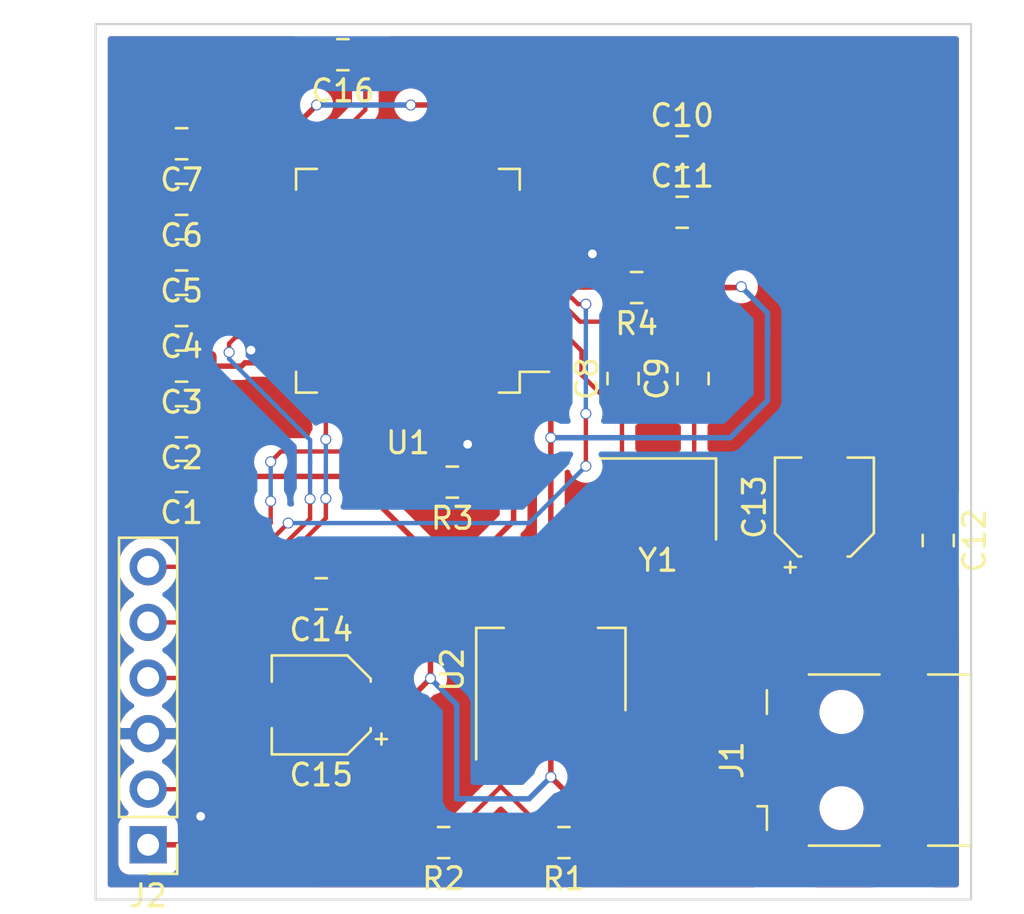
<source format=kicad_pcb>
(kicad_pcb (version 20171130) (host pcbnew 5.1.5-1.fc31)

  (general
    (thickness 1.6)
    (drawings 4)
    (tracks 227)
    (zones 0)
    (modules 25)
    (nets 61)
  )

  (page A4)
  (layers
    (0 F.Cu signal)
    (31 B.Cu signal)
    (32 B.Adhes user)
    (33 F.Adhes user)
    (34 B.Paste user)
    (35 F.Paste user)
    (36 B.SilkS user)
    (37 F.SilkS user)
    (38 B.Mask user)
    (39 F.Mask user)
    (40 Dwgs.User user)
    (41 Cmts.User user)
    (42 Eco1.User user)
    (43 Eco2.User user)
    (44 Edge.Cuts user)
    (45 Margin user)
    (46 B.CrtYd user)
    (47 F.CrtYd user)
    (48 B.Fab user)
    (49 F.Fab user)
  )

  (setup
    (last_trace_width 0.2)
    (trace_clearance 0.2)
    (zone_clearance 0.508)
    (zone_45_only no)
    (trace_min 0.2)
    (via_size 0.5)
    (via_drill 0.4)
    (via_min_size 0.4)
    (via_min_drill 0.3)
    (uvia_size 0.3)
    (uvia_drill 0.1)
    (uvias_allowed no)
    (uvia_min_size 0.2)
    (uvia_min_drill 0.1)
    (edge_width 0.05)
    (segment_width 0.2)
    (pcb_text_width 0.3)
    (pcb_text_size 1.5 1.5)
    (mod_edge_width 0.12)
    (mod_text_size 1 1)
    (mod_text_width 0.15)
    (pad_size 1.524 1.524)
    (pad_drill 0.762)
    (pad_to_mask_clearance 0.051)
    (solder_mask_min_width 0.25)
    (aux_axis_origin 0 0)
    (visible_elements FFFFFF7F)
    (pcbplotparams
      (layerselection 0x010c0_ffffffff)
      (usegerberextensions false)
      (usegerberattributes false)
      (usegerberadvancedattributes false)
      (creategerberjobfile false)
      (excludeedgelayer true)
      (linewidth 0.100000)
      (plotframeref false)
      (viasonmask false)
      (mode 1)
      (useauxorigin false)
      (hpglpennumber 1)
      (hpglpenspeed 20)
      (hpglpendiameter 15.000000)
      (psnegative false)
      (psa4output false)
      (plotreference true)
      (plotvalue true)
      (plotinvisibletext false)
      (padsonsilk false)
      (subtractmaskfromsilk false)
      (outputformat 1)
      (mirror false)
      (drillshape 0)
      (scaleselection 1)
      (outputdirectory ""))
  )

  (net 0 "")
  (net 1 +3V3)
  (net 2 GND)
  (net 3 "Net-(C8-Pad1)")
  (net 4 "Net-(C9-Pad1)")
  (net 5 +5V)
  (net 6 "Net-(C16-Pad1)")
  (net 7 "Net-(J1-Pad2)")
  (net 8 "Net-(J1-Pad3)")
  (net 9 "Net-(J1-Pad4)")
  (net 10 /SWCLK)
  (net 11 /SWDIO)
  (net 12 /NRST)
  (net 13 /SWO)
  (net 14 "Net-(R1-Pad2)")
  (net 15 "Net-(R3-Pad2)")
  (net 16 "Net-(U1-Pad2)")
  (net 17 "Net-(U1-Pad3)")
  (net 18 "Net-(U1-Pad4)")
  (net 19 "Net-(U1-Pad8)")
  (net 20 "Net-(U1-Pad9)")
  (net 21 "Net-(U1-Pad10)")
  (net 22 "Net-(U1-Pad11)")
  (net 23 "Net-(U1-Pad14)")
  (net 24 "Net-(U1-Pad15)")
  (net 25 "Net-(U1-Pad16)")
  (net 26 "Net-(U1-Pad17)")
  (net 27 "Net-(U1-Pad20)")
  (net 28 "Net-(U1-Pad21)")
  (net 29 "Net-(U1-Pad22)")
  (net 30 "Net-(U1-Pad23)")
  (net 31 "Net-(U1-Pad24)")
  (net 32 "Net-(U1-Pad25)")
  (net 33 "Net-(U1-Pad26)")
  (net 34 "Net-(U1-Pad27)")
  (net 35 "Net-(U1-Pad28)")
  (net 36 "Net-(U1-Pad29)")
  (net 37 "Net-(U1-Pad33)")
  (net 38 "Net-(U1-Pad34)")
  (net 39 "Net-(U1-Pad35)")
  (net 40 "Net-(U1-Pad36)")
  (net 41 "Net-(U1-Pad37)")
  (net 42 "Net-(U1-Pad38)")
  (net 43 "Net-(U1-Pad39)")
  (net 44 "Net-(U1-Pad40)")
  (net 45 "Net-(U1-Pad41)")
  (net 46 "Net-(U1-Pad42)")
  (net 47 "Net-(U1-Pad43)")
  (net 48 "Net-(U1-Pad44)")
  (net 49 "Net-(U1-Pad45)")
  (net 50 "Net-(U1-Pad50)")
  (net 51 "Net-(U1-Pad51)")
  (net 52 "Net-(U1-Pad52)")
  (net 53 "Net-(U1-Pad53)")
  (net 54 "Net-(U1-Pad54)")
  (net 55 "Net-(U1-Pad56)")
  (net 56 "Net-(U1-Pad57)")
  (net 57 "Net-(U1-Pad58)")
  (net 58 "Net-(U1-Pad59)")
  (net 59 "Net-(U1-Pad61)")
  (net 60 "Net-(U1-Pad62)")

  (net_class Default "This is the default net class."
    (clearance 0.2)
    (trace_width 0.2)
    (via_dia 0.5)
    (via_drill 0.4)
    (uvia_dia 0.3)
    (uvia_drill 0.1)
    (add_net /NRST)
    (add_net /SWCLK)
    (add_net /SWDIO)
    (add_net /SWO)
    (add_net "Net-(C16-Pad1)")
    (add_net "Net-(C8-Pad1)")
    (add_net "Net-(C9-Pad1)")
    (add_net "Net-(J1-Pad2)")
    (add_net "Net-(J1-Pad3)")
    (add_net "Net-(J1-Pad4)")
    (add_net "Net-(R1-Pad2)")
    (add_net "Net-(R3-Pad2)")
    (add_net "Net-(U1-Pad10)")
    (add_net "Net-(U1-Pad11)")
    (add_net "Net-(U1-Pad14)")
    (add_net "Net-(U1-Pad15)")
    (add_net "Net-(U1-Pad16)")
    (add_net "Net-(U1-Pad17)")
    (add_net "Net-(U1-Pad2)")
    (add_net "Net-(U1-Pad20)")
    (add_net "Net-(U1-Pad21)")
    (add_net "Net-(U1-Pad22)")
    (add_net "Net-(U1-Pad23)")
    (add_net "Net-(U1-Pad24)")
    (add_net "Net-(U1-Pad25)")
    (add_net "Net-(U1-Pad26)")
    (add_net "Net-(U1-Pad27)")
    (add_net "Net-(U1-Pad28)")
    (add_net "Net-(U1-Pad29)")
    (add_net "Net-(U1-Pad3)")
    (add_net "Net-(U1-Pad33)")
    (add_net "Net-(U1-Pad34)")
    (add_net "Net-(U1-Pad35)")
    (add_net "Net-(U1-Pad36)")
    (add_net "Net-(U1-Pad37)")
    (add_net "Net-(U1-Pad38)")
    (add_net "Net-(U1-Pad39)")
    (add_net "Net-(U1-Pad4)")
    (add_net "Net-(U1-Pad40)")
    (add_net "Net-(U1-Pad41)")
    (add_net "Net-(U1-Pad42)")
    (add_net "Net-(U1-Pad43)")
    (add_net "Net-(U1-Pad44)")
    (add_net "Net-(U1-Pad45)")
    (add_net "Net-(U1-Pad50)")
    (add_net "Net-(U1-Pad51)")
    (add_net "Net-(U1-Pad52)")
    (add_net "Net-(U1-Pad53)")
    (add_net "Net-(U1-Pad54)")
    (add_net "Net-(U1-Pad56)")
    (add_net "Net-(U1-Pad57)")
    (add_net "Net-(U1-Pad58)")
    (add_net "Net-(U1-Pad59)")
    (add_net "Net-(U1-Pad61)")
    (add_net "Net-(U1-Pad62)")
    (add_net "Net-(U1-Pad8)")
    (add_net "Net-(U1-Pad9)")
  )

  (net_class Power ""
    (clearance 0.2)
    (trace_width 0.25)
    (via_dia 0.5)
    (via_drill 0.4)
    (uvia_dia 0.3)
    (uvia_drill 0.1)
    (add_net +3V3)
    (add_net +5V)
    (add_net GND)
  )

  (module Capacitor_SMD:C_0805_2012Metric_Pad1.15x1.40mm_HandSolder (layer F.Cu) (tedit 5B36C52B) (tstamp 5E30118C)
    (at 101.93 74.67 180)
    (descr "Capacitor SMD 0805 (2012 Metric), square (rectangular) end terminal, IPC_7351 nominal with elongated pad for handsoldering. (Body size source: https://docs.google.com/spreadsheets/d/1BsfQQcO9C6DZCsRaXUlFlo91Tg2WpOkGARC1WS5S8t0/edit?usp=sharing), generated with kicad-footprint-generator")
    (tags "capacitor handsolder")
    (path /5E2A9CBE)
    (attr smd)
    (fp_text reference C1 (at 0 -1.65) (layer F.SilkS)
      (effects (font (size 1 1) (thickness 0.15)))
    )
    (fp_text value 100nF (at 0 1.65) (layer F.Fab)
      (effects (font (size 1 1) (thickness 0.15)))
    )
    (fp_line (start -1 0.6) (end -1 -0.6) (layer F.Fab) (width 0.1))
    (fp_line (start -1 -0.6) (end 1 -0.6) (layer F.Fab) (width 0.1))
    (fp_line (start 1 -0.6) (end 1 0.6) (layer F.Fab) (width 0.1))
    (fp_line (start 1 0.6) (end -1 0.6) (layer F.Fab) (width 0.1))
    (fp_line (start -0.261252 -0.71) (end 0.261252 -0.71) (layer F.SilkS) (width 0.12))
    (fp_line (start -0.261252 0.71) (end 0.261252 0.71) (layer F.SilkS) (width 0.12))
    (fp_line (start -1.85 0.95) (end -1.85 -0.95) (layer F.CrtYd) (width 0.05))
    (fp_line (start -1.85 -0.95) (end 1.85 -0.95) (layer F.CrtYd) (width 0.05))
    (fp_line (start 1.85 -0.95) (end 1.85 0.95) (layer F.CrtYd) (width 0.05))
    (fp_line (start 1.85 0.95) (end -1.85 0.95) (layer F.CrtYd) (width 0.05))
    (fp_text user %R (at 0 0) (layer F.Fab)
      (effects (font (size 0.5 0.5) (thickness 0.08)))
    )
    (pad 1 smd roundrect (at -1.025 0 180) (size 1.15 1.4) (layers F.Cu F.Paste F.Mask) (roundrect_rratio 0.217391)
      (net 1 +3V3))
    (pad 2 smd roundrect (at 1.025 0 180) (size 1.15 1.4) (layers F.Cu F.Paste F.Mask) (roundrect_rratio 0.217391)
      (net 2 GND))
    (model ${KISYS3DMOD}/Capacitor_SMD.3dshapes/C_0805_2012Metric.wrl
      (at (xyz 0 0 0))
      (scale (xyz 1 1 1))
      (rotate (xyz 0 0 0))
    )
  )

  (module Capacitor_SMD:C_0805_2012Metric_Pad1.15x1.40mm_HandSolder (layer F.Cu) (tedit 5B36C52B) (tstamp 5E30119D)
    (at 101.93 72.17 180)
    (descr "Capacitor SMD 0805 (2012 Metric), square (rectangular) end terminal, IPC_7351 nominal with elongated pad for handsoldering. (Body size source: https://docs.google.com/spreadsheets/d/1BsfQQcO9C6DZCsRaXUlFlo91Tg2WpOkGARC1WS5S8t0/edit?usp=sharing), generated with kicad-footprint-generator")
    (tags "capacitor handsolder")
    (path /5E2AADF6)
    (attr smd)
    (fp_text reference C2 (at 0 -1.65) (layer F.SilkS)
      (effects (font (size 1 1) (thickness 0.15)))
    )
    (fp_text value 100nF (at 0 1.65) (layer F.Fab)
      (effects (font (size 1 1) (thickness 0.15)))
    )
    (fp_text user %R (at 0 0) (layer F.Fab)
      (effects (font (size 0.5 0.5) (thickness 0.08)))
    )
    (fp_line (start 1.85 0.95) (end -1.85 0.95) (layer F.CrtYd) (width 0.05))
    (fp_line (start 1.85 -0.95) (end 1.85 0.95) (layer F.CrtYd) (width 0.05))
    (fp_line (start -1.85 -0.95) (end 1.85 -0.95) (layer F.CrtYd) (width 0.05))
    (fp_line (start -1.85 0.95) (end -1.85 -0.95) (layer F.CrtYd) (width 0.05))
    (fp_line (start -0.261252 0.71) (end 0.261252 0.71) (layer F.SilkS) (width 0.12))
    (fp_line (start -0.261252 -0.71) (end 0.261252 -0.71) (layer F.SilkS) (width 0.12))
    (fp_line (start 1 0.6) (end -1 0.6) (layer F.Fab) (width 0.1))
    (fp_line (start 1 -0.6) (end 1 0.6) (layer F.Fab) (width 0.1))
    (fp_line (start -1 -0.6) (end 1 -0.6) (layer F.Fab) (width 0.1))
    (fp_line (start -1 0.6) (end -1 -0.6) (layer F.Fab) (width 0.1))
    (pad 2 smd roundrect (at 1.025 0 180) (size 1.15 1.4) (layers F.Cu F.Paste F.Mask) (roundrect_rratio 0.217391)
      (net 2 GND))
    (pad 1 smd roundrect (at -1.025 0 180) (size 1.15 1.4) (layers F.Cu F.Paste F.Mask) (roundrect_rratio 0.217391)
      (net 1 +3V3))
    (model ${KISYS3DMOD}/Capacitor_SMD.3dshapes/C_0805_2012Metric.wrl
      (at (xyz 0 0 0))
      (scale (xyz 1 1 1))
      (rotate (xyz 0 0 0))
    )
  )

  (module Capacitor_SMD:C_0805_2012Metric_Pad1.15x1.40mm_HandSolder (layer F.Cu) (tedit 5B36C52B) (tstamp 5E302764)
    (at 101.93 69.63 180)
    (descr "Capacitor SMD 0805 (2012 Metric), square (rectangular) end terminal, IPC_7351 nominal with elongated pad for handsoldering. (Body size source: https://docs.google.com/spreadsheets/d/1BsfQQcO9C6DZCsRaXUlFlo91Tg2WpOkGARC1WS5S8t0/edit?usp=sharing), generated with kicad-footprint-generator")
    (tags "capacitor handsolder")
    (path /5E2AB066)
    (attr smd)
    (fp_text reference C3 (at 0 -1.65) (layer F.SilkS)
      (effects (font (size 1 1) (thickness 0.15)))
    )
    (fp_text value 100nF (at 0 1.65) (layer F.Fab)
      (effects (font (size 1 1) (thickness 0.15)))
    )
    (fp_line (start -1 0.6) (end -1 -0.6) (layer F.Fab) (width 0.1))
    (fp_line (start -1 -0.6) (end 1 -0.6) (layer F.Fab) (width 0.1))
    (fp_line (start 1 -0.6) (end 1 0.6) (layer F.Fab) (width 0.1))
    (fp_line (start 1 0.6) (end -1 0.6) (layer F.Fab) (width 0.1))
    (fp_line (start -0.261252 -0.71) (end 0.261252 -0.71) (layer F.SilkS) (width 0.12))
    (fp_line (start -0.261252 0.71) (end 0.261252 0.71) (layer F.SilkS) (width 0.12))
    (fp_line (start -1.85 0.95) (end -1.85 -0.95) (layer F.CrtYd) (width 0.05))
    (fp_line (start -1.85 -0.95) (end 1.85 -0.95) (layer F.CrtYd) (width 0.05))
    (fp_line (start 1.85 -0.95) (end 1.85 0.95) (layer F.CrtYd) (width 0.05))
    (fp_line (start 1.85 0.95) (end -1.85 0.95) (layer F.CrtYd) (width 0.05))
    (fp_text user %R (at 0 0) (layer F.Fab)
      (effects (font (size 0.5 0.5) (thickness 0.08)))
    )
    (pad 1 smd roundrect (at -1.025 0 180) (size 1.15 1.4) (layers F.Cu F.Paste F.Mask) (roundrect_rratio 0.217391)
      (net 1 +3V3))
    (pad 2 smd roundrect (at 1.025 0 180) (size 1.15 1.4) (layers F.Cu F.Paste F.Mask) (roundrect_rratio 0.217391)
      (net 2 GND))
    (model ${KISYS3DMOD}/Capacitor_SMD.3dshapes/C_0805_2012Metric.wrl
      (at (xyz 0 0 0))
      (scale (xyz 1 1 1))
      (rotate (xyz 0 0 0))
    )
  )

  (module Capacitor_SMD:C_0805_2012Metric_Pad1.15x1.40mm_HandSolder (layer F.Cu) (tedit 5B36C52B) (tstamp 5E3011BF)
    (at 101.93 67.09 180)
    (descr "Capacitor SMD 0805 (2012 Metric), square (rectangular) end terminal, IPC_7351 nominal with elongated pad for handsoldering. (Body size source: https://docs.google.com/spreadsheets/d/1BsfQQcO9C6DZCsRaXUlFlo91Tg2WpOkGARC1WS5S8t0/edit?usp=sharing), generated with kicad-footprint-generator")
    (tags "capacitor handsolder")
    (path /5E2AB2E4)
    (attr smd)
    (fp_text reference C4 (at 0 -1.65) (layer F.SilkS)
      (effects (font (size 1 1) (thickness 0.15)))
    )
    (fp_text value 100nF (at 0 1.65) (layer F.Fab)
      (effects (font (size 1 1) (thickness 0.15)))
    )
    (fp_text user %R (at 0 0) (layer F.Fab)
      (effects (font (size 0.5 0.5) (thickness 0.08)))
    )
    (fp_line (start 1.85 0.95) (end -1.85 0.95) (layer F.CrtYd) (width 0.05))
    (fp_line (start 1.85 -0.95) (end 1.85 0.95) (layer F.CrtYd) (width 0.05))
    (fp_line (start -1.85 -0.95) (end 1.85 -0.95) (layer F.CrtYd) (width 0.05))
    (fp_line (start -1.85 0.95) (end -1.85 -0.95) (layer F.CrtYd) (width 0.05))
    (fp_line (start -0.261252 0.71) (end 0.261252 0.71) (layer F.SilkS) (width 0.12))
    (fp_line (start -0.261252 -0.71) (end 0.261252 -0.71) (layer F.SilkS) (width 0.12))
    (fp_line (start 1 0.6) (end -1 0.6) (layer F.Fab) (width 0.1))
    (fp_line (start 1 -0.6) (end 1 0.6) (layer F.Fab) (width 0.1))
    (fp_line (start -1 -0.6) (end 1 -0.6) (layer F.Fab) (width 0.1))
    (fp_line (start -1 0.6) (end -1 -0.6) (layer F.Fab) (width 0.1))
    (pad 2 smd roundrect (at 1.025 0 180) (size 1.15 1.4) (layers F.Cu F.Paste F.Mask) (roundrect_rratio 0.217391)
      (net 2 GND))
    (pad 1 smd roundrect (at -1.025 0 180) (size 1.15 1.4) (layers F.Cu F.Paste F.Mask) (roundrect_rratio 0.217391)
      (net 1 +3V3))
    (model ${KISYS3DMOD}/Capacitor_SMD.3dshapes/C_0805_2012Metric.wrl
      (at (xyz 0 0 0))
      (scale (xyz 1 1 1))
      (rotate (xyz 0 0 0))
    )
  )

  (module Capacitor_SMD:C_0805_2012Metric_Pad1.15x1.40mm_HandSolder (layer F.Cu) (tedit 5B36C52B) (tstamp 5E3011D0)
    (at 101.93 64.55 180)
    (descr "Capacitor SMD 0805 (2012 Metric), square (rectangular) end terminal, IPC_7351 nominal with elongated pad for handsoldering. (Body size source: https://docs.google.com/spreadsheets/d/1BsfQQcO9C6DZCsRaXUlFlo91Tg2WpOkGARC1WS5S8t0/edit?usp=sharing), generated with kicad-footprint-generator")
    (tags "capacitor handsolder")
    (path /5E2AB570)
    (attr smd)
    (fp_text reference C5 (at 0 -1.65) (layer F.SilkS)
      (effects (font (size 1 1) (thickness 0.15)))
    )
    (fp_text value 100nF (at 0 1.65) (layer F.Fab)
      (effects (font (size 1 1) (thickness 0.15)))
    )
    (fp_line (start -1 0.6) (end -1 -0.6) (layer F.Fab) (width 0.1))
    (fp_line (start -1 -0.6) (end 1 -0.6) (layer F.Fab) (width 0.1))
    (fp_line (start 1 -0.6) (end 1 0.6) (layer F.Fab) (width 0.1))
    (fp_line (start 1 0.6) (end -1 0.6) (layer F.Fab) (width 0.1))
    (fp_line (start -0.261252 -0.71) (end 0.261252 -0.71) (layer F.SilkS) (width 0.12))
    (fp_line (start -0.261252 0.71) (end 0.261252 0.71) (layer F.SilkS) (width 0.12))
    (fp_line (start -1.85 0.95) (end -1.85 -0.95) (layer F.CrtYd) (width 0.05))
    (fp_line (start -1.85 -0.95) (end 1.85 -0.95) (layer F.CrtYd) (width 0.05))
    (fp_line (start 1.85 -0.95) (end 1.85 0.95) (layer F.CrtYd) (width 0.05))
    (fp_line (start 1.85 0.95) (end -1.85 0.95) (layer F.CrtYd) (width 0.05))
    (fp_text user %R (at 0 0) (layer F.Fab)
      (effects (font (size 0.5 0.5) (thickness 0.08)))
    )
    (pad 1 smd roundrect (at -1.025 0 180) (size 1.15 1.4) (layers F.Cu F.Paste F.Mask) (roundrect_rratio 0.217391)
      (net 1 +3V3))
    (pad 2 smd roundrect (at 1.025 0 180) (size 1.15 1.4) (layers F.Cu F.Paste F.Mask) (roundrect_rratio 0.217391)
      (net 2 GND))
    (model ${KISYS3DMOD}/Capacitor_SMD.3dshapes/C_0805_2012Metric.wrl
      (at (xyz 0 0 0))
      (scale (xyz 1 1 1))
      (rotate (xyz 0 0 0))
    )
  )

  (module Capacitor_SMD:C_0805_2012Metric_Pad1.15x1.40mm_HandSolder (layer F.Cu) (tedit 5B36C52B) (tstamp 5E3026A1)
    (at 101.93 62.01 180)
    (descr "Capacitor SMD 0805 (2012 Metric), square (rectangular) end terminal, IPC_7351 nominal with elongated pad for handsoldering. (Body size source: https://docs.google.com/spreadsheets/d/1BsfQQcO9C6DZCsRaXUlFlo91Tg2WpOkGARC1WS5S8t0/edit?usp=sharing), generated with kicad-footprint-generator")
    (tags "capacitor handsolder")
    (path /5E2AB80A)
    (attr smd)
    (fp_text reference C6 (at 0 -1.65) (layer F.SilkS)
      (effects (font (size 1 1) (thickness 0.15)))
    )
    (fp_text value 100nF (at 0 1.65) (layer F.Fab)
      (effects (font (size 1 1) (thickness 0.15)))
    )
    (fp_text user %R (at 0 0) (layer F.Fab)
      (effects (font (size 0.5 0.5) (thickness 0.08)))
    )
    (fp_line (start 1.85 0.95) (end -1.85 0.95) (layer F.CrtYd) (width 0.05))
    (fp_line (start 1.85 -0.95) (end 1.85 0.95) (layer F.CrtYd) (width 0.05))
    (fp_line (start -1.85 -0.95) (end 1.85 -0.95) (layer F.CrtYd) (width 0.05))
    (fp_line (start -1.85 0.95) (end -1.85 -0.95) (layer F.CrtYd) (width 0.05))
    (fp_line (start -0.261252 0.71) (end 0.261252 0.71) (layer F.SilkS) (width 0.12))
    (fp_line (start -0.261252 -0.71) (end 0.261252 -0.71) (layer F.SilkS) (width 0.12))
    (fp_line (start 1 0.6) (end -1 0.6) (layer F.Fab) (width 0.1))
    (fp_line (start 1 -0.6) (end 1 0.6) (layer F.Fab) (width 0.1))
    (fp_line (start -1 -0.6) (end 1 -0.6) (layer F.Fab) (width 0.1))
    (fp_line (start -1 0.6) (end -1 -0.6) (layer F.Fab) (width 0.1))
    (pad 2 smd roundrect (at 1.025 0 180) (size 1.15 1.4) (layers F.Cu F.Paste F.Mask) (roundrect_rratio 0.217391)
      (net 2 GND))
    (pad 1 smd roundrect (at -1.025 0 180) (size 1.15 1.4) (layers F.Cu F.Paste F.Mask) (roundrect_rratio 0.217391)
      (net 1 +3V3))
    (model ${KISYS3DMOD}/Capacitor_SMD.3dshapes/C_0805_2012Metric.wrl
      (at (xyz 0 0 0))
      (scale (xyz 1 1 1))
      (rotate (xyz 0 0 0))
    )
  )

  (module Capacitor_SMD:C_0805_2012Metric_Pad1.15x1.40mm_HandSolder (layer F.Cu) (tedit 5B36C52B) (tstamp 5E3011F2)
    (at 101.93 59.47 180)
    (descr "Capacitor SMD 0805 (2012 Metric), square (rectangular) end terminal, IPC_7351 nominal with elongated pad for handsoldering. (Body size source: https://docs.google.com/spreadsheets/d/1BsfQQcO9C6DZCsRaXUlFlo91Tg2WpOkGARC1WS5S8t0/edit?usp=sharing), generated with kicad-footprint-generator")
    (tags "capacitor handsolder")
    (path /5E2ABCBC)
    (attr smd)
    (fp_text reference C7 (at 0 -1.65) (layer F.SilkS)
      (effects (font (size 1 1) (thickness 0.15)))
    )
    (fp_text value 4.7uF (at 0 1.65) (layer F.Fab)
      (effects (font (size 1 1) (thickness 0.15)))
    )
    (fp_line (start -1 0.6) (end -1 -0.6) (layer F.Fab) (width 0.1))
    (fp_line (start -1 -0.6) (end 1 -0.6) (layer F.Fab) (width 0.1))
    (fp_line (start 1 -0.6) (end 1 0.6) (layer F.Fab) (width 0.1))
    (fp_line (start 1 0.6) (end -1 0.6) (layer F.Fab) (width 0.1))
    (fp_line (start -0.261252 -0.71) (end 0.261252 -0.71) (layer F.SilkS) (width 0.12))
    (fp_line (start -0.261252 0.71) (end 0.261252 0.71) (layer F.SilkS) (width 0.12))
    (fp_line (start -1.85 0.95) (end -1.85 -0.95) (layer F.CrtYd) (width 0.05))
    (fp_line (start -1.85 -0.95) (end 1.85 -0.95) (layer F.CrtYd) (width 0.05))
    (fp_line (start 1.85 -0.95) (end 1.85 0.95) (layer F.CrtYd) (width 0.05))
    (fp_line (start 1.85 0.95) (end -1.85 0.95) (layer F.CrtYd) (width 0.05))
    (fp_text user %R (at 0 0) (layer F.Fab)
      (effects (font (size 0.5 0.5) (thickness 0.08)))
    )
    (pad 1 smd roundrect (at -1.025 0 180) (size 1.15 1.4) (layers F.Cu F.Paste F.Mask) (roundrect_rratio 0.217391)
      (net 1 +3V3))
    (pad 2 smd roundrect (at 1.025 0 180) (size 1.15 1.4) (layers F.Cu F.Paste F.Mask) (roundrect_rratio 0.217391)
      (net 2 GND))
    (model ${KISYS3DMOD}/Capacitor_SMD.3dshapes/C_0805_2012Metric.wrl
      (at (xyz 0 0 0))
      (scale (xyz 1 1 1))
      (rotate (xyz 0 0 0))
    )
  )

  (module Capacitor_SMD:C_0805_2012Metric_Pad1.15x1.40mm_HandSolder (layer F.Cu) (tedit 5B36C52B) (tstamp 5E32DB6C)
    (at 122.1 70.2 90)
    (descr "Capacitor SMD 0805 (2012 Metric), square (rectangular) end terminal, IPC_7351 nominal with elongated pad for handsoldering. (Body size source: https://docs.google.com/spreadsheets/d/1BsfQQcO9C6DZCsRaXUlFlo91Tg2WpOkGARC1WS5S8t0/edit?usp=sharing), generated with kicad-footprint-generator")
    (tags "capacitor handsolder")
    (path /5E2EC630)
    (attr smd)
    (fp_text reference C8 (at 0 -1.65 90) (layer F.SilkS)
      (effects (font (size 1 1) (thickness 0.15)))
    )
    (fp_text value 18pF (at 0 1.65 90) (layer F.Fab)
      (effects (font (size 1 1) (thickness 0.15)))
    )
    (fp_text user %R (at 0 0 90) (layer F.Fab)
      (effects (font (size 0.5 0.5) (thickness 0.08)))
    )
    (fp_line (start 1.85 0.95) (end -1.85 0.95) (layer F.CrtYd) (width 0.05))
    (fp_line (start 1.85 -0.95) (end 1.85 0.95) (layer F.CrtYd) (width 0.05))
    (fp_line (start -1.85 -0.95) (end 1.85 -0.95) (layer F.CrtYd) (width 0.05))
    (fp_line (start -1.85 0.95) (end -1.85 -0.95) (layer F.CrtYd) (width 0.05))
    (fp_line (start -0.261252 0.71) (end 0.261252 0.71) (layer F.SilkS) (width 0.12))
    (fp_line (start -0.261252 -0.71) (end 0.261252 -0.71) (layer F.SilkS) (width 0.12))
    (fp_line (start 1 0.6) (end -1 0.6) (layer F.Fab) (width 0.1))
    (fp_line (start 1 -0.6) (end 1 0.6) (layer F.Fab) (width 0.1))
    (fp_line (start -1 -0.6) (end 1 -0.6) (layer F.Fab) (width 0.1))
    (fp_line (start -1 0.6) (end -1 -0.6) (layer F.Fab) (width 0.1))
    (pad 2 smd roundrect (at 1.025 0 90) (size 1.15 1.4) (layers F.Cu F.Paste F.Mask) (roundrect_rratio 0.217391)
      (net 2 GND))
    (pad 1 smd roundrect (at -1.025 0 90) (size 1.15 1.4) (layers F.Cu F.Paste F.Mask) (roundrect_rratio 0.217391)
      (net 3 "Net-(C8-Pad1)"))
    (model ${KISYS3DMOD}/Capacitor_SMD.3dshapes/C_0805_2012Metric.wrl
      (at (xyz 0 0 0))
      (scale (xyz 1 1 1))
      (rotate (xyz 0 0 0))
    )
  )

  (module Capacitor_SMD:C_0805_2012Metric_Pad1.15x1.40mm_HandSolder (layer F.Cu) (tedit 5B36C52B) (tstamp 5E301214)
    (at 125.3 70.2 90)
    (descr "Capacitor SMD 0805 (2012 Metric), square (rectangular) end terminal, IPC_7351 nominal with elongated pad for handsoldering. (Body size source: https://docs.google.com/spreadsheets/d/1BsfQQcO9C6DZCsRaXUlFlo91Tg2WpOkGARC1WS5S8t0/edit?usp=sharing), generated with kicad-footprint-generator")
    (tags "capacitor handsolder")
    (path /5E2F1863)
    (attr smd)
    (fp_text reference C9 (at 0 -1.65 90) (layer F.SilkS)
      (effects (font (size 1 1) (thickness 0.15)))
    )
    (fp_text value 18pF (at 0 1.65 90) (layer F.Fab)
      (effects (font (size 1 1) (thickness 0.15)))
    )
    (fp_line (start -1 0.6) (end -1 -0.6) (layer F.Fab) (width 0.1))
    (fp_line (start -1 -0.6) (end 1 -0.6) (layer F.Fab) (width 0.1))
    (fp_line (start 1 -0.6) (end 1 0.6) (layer F.Fab) (width 0.1))
    (fp_line (start 1 0.6) (end -1 0.6) (layer F.Fab) (width 0.1))
    (fp_line (start -0.261252 -0.71) (end 0.261252 -0.71) (layer F.SilkS) (width 0.12))
    (fp_line (start -0.261252 0.71) (end 0.261252 0.71) (layer F.SilkS) (width 0.12))
    (fp_line (start -1.85 0.95) (end -1.85 -0.95) (layer F.CrtYd) (width 0.05))
    (fp_line (start -1.85 -0.95) (end 1.85 -0.95) (layer F.CrtYd) (width 0.05))
    (fp_line (start 1.85 -0.95) (end 1.85 0.95) (layer F.CrtYd) (width 0.05))
    (fp_line (start 1.85 0.95) (end -1.85 0.95) (layer F.CrtYd) (width 0.05))
    (fp_text user %R (at 0 0 90) (layer F.Fab)
      (effects (font (size 0.5 0.5) (thickness 0.08)))
    )
    (pad 1 smd roundrect (at -1.025 0 90) (size 1.15 1.4) (layers F.Cu F.Paste F.Mask) (roundrect_rratio 0.217391)
      (net 4 "Net-(C9-Pad1)"))
    (pad 2 smd roundrect (at 1.025 0 90) (size 1.15 1.4) (layers F.Cu F.Paste F.Mask) (roundrect_rratio 0.217391)
      (net 2 GND))
    (model ${KISYS3DMOD}/Capacitor_SMD.3dshapes/C_0805_2012Metric.wrl
      (at (xyz 0 0 0))
      (scale (xyz 1 1 1))
      (rotate (xyz 0 0 0))
    )
  )

  (module Capacitor_SMD:C_0805_2012Metric_Pad1.15x1.40mm_HandSolder (layer F.Cu) (tedit 5B36C52B) (tstamp 5E302671)
    (at 124.8 59.83)
    (descr "Capacitor SMD 0805 (2012 Metric), square (rectangular) end terminal, IPC_7351 nominal with elongated pad for handsoldering. (Body size source: https://docs.google.com/spreadsheets/d/1BsfQQcO9C6DZCsRaXUlFlo91Tg2WpOkGARC1WS5S8t0/edit?usp=sharing), generated with kicad-footprint-generator")
    (tags "capacitor handsolder")
    (path /5E2BAD27)
    (attr smd)
    (fp_text reference C10 (at 0 -1.65) (layer F.SilkS)
      (effects (font (size 1 1) (thickness 0.15)))
    )
    (fp_text value 100nF (at 0 1.65) (layer F.Fab)
      (effects (font (size 1 1) (thickness 0.15)))
    )
    (fp_text user %R (at 0 0) (layer F.Fab)
      (effects (font (size 0.5 0.5) (thickness 0.08)))
    )
    (fp_line (start 1.85 0.95) (end -1.85 0.95) (layer F.CrtYd) (width 0.05))
    (fp_line (start 1.85 -0.95) (end 1.85 0.95) (layer F.CrtYd) (width 0.05))
    (fp_line (start -1.85 -0.95) (end 1.85 -0.95) (layer F.CrtYd) (width 0.05))
    (fp_line (start -1.85 0.95) (end -1.85 -0.95) (layer F.CrtYd) (width 0.05))
    (fp_line (start -0.261252 0.71) (end 0.261252 0.71) (layer F.SilkS) (width 0.12))
    (fp_line (start -0.261252 -0.71) (end 0.261252 -0.71) (layer F.SilkS) (width 0.12))
    (fp_line (start 1 0.6) (end -1 0.6) (layer F.Fab) (width 0.1))
    (fp_line (start 1 -0.6) (end 1 0.6) (layer F.Fab) (width 0.1))
    (fp_line (start -1 -0.6) (end 1 -0.6) (layer F.Fab) (width 0.1))
    (fp_line (start -1 0.6) (end -1 -0.6) (layer F.Fab) (width 0.1))
    (pad 2 smd roundrect (at 1.025 0) (size 1.15 1.4) (layers F.Cu F.Paste F.Mask) (roundrect_rratio 0.217391)
      (net 2 GND))
    (pad 1 smd roundrect (at -1.025 0) (size 1.15 1.4) (layers F.Cu F.Paste F.Mask) (roundrect_rratio 0.217391)
      (net 1 +3V3))
    (model ${KISYS3DMOD}/Capacitor_SMD.3dshapes/C_0805_2012Metric.wrl
      (at (xyz 0 0 0))
      (scale (xyz 1 1 1))
      (rotate (xyz 0 0 0))
    )
  )

  (module Capacitor_SMD:C_0805_2012Metric_Pad1.15x1.40mm_HandSolder (layer F.Cu) (tedit 5B36C52B) (tstamp 5E3028E7)
    (at 124.8 62.6)
    (descr "Capacitor SMD 0805 (2012 Metric), square (rectangular) end terminal, IPC_7351 nominal with elongated pad for handsoldering. (Body size source: https://docs.google.com/spreadsheets/d/1BsfQQcO9C6DZCsRaXUlFlo91Tg2WpOkGARC1WS5S8t0/edit?usp=sharing), generated with kicad-footprint-generator")
    (tags "capacitor handsolder")
    (path /5E2BB805)
    (attr smd)
    (fp_text reference C11 (at 0 -1.65) (layer F.SilkS)
      (effects (font (size 1 1) (thickness 0.15)))
    )
    (fp_text value 1uF (at 0 1.65) (layer F.Fab)
      (effects (font (size 1 1) (thickness 0.15)))
    )
    (fp_line (start -1 0.6) (end -1 -0.6) (layer F.Fab) (width 0.1))
    (fp_line (start -1 -0.6) (end 1 -0.6) (layer F.Fab) (width 0.1))
    (fp_line (start 1 -0.6) (end 1 0.6) (layer F.Fab) (width 0.1))
    (fp_line (start 1 0.6) (end -1 0.6) (layer F.Fab) (width 0.1))
    (fp_line (start -0.261252 -0.71) (end 0.261252 -0.71) (layer F.SilkS) (width 0.12))
    (fp_line (start -0.261252 0.71) (end 0.261252 0.71) (layer F.SilkS) (width 0.12))
    (fp_line (start -1.85 0.95) (end -1.85 -0.95) (layer F.CrtYd) (width 0.05))
    (fp_line (start -1.85 -0.95) (end 1.85 -0.95) (layer F.CrtYd) (width 0.05))
    (fp_line (start 1.85 -0.95) (end 1.85 0.95) (layer F.CrtYd) (width 0.05))
    (fp_line (start 1.85 0.95) (end -1.85 0.95) (layer F.CrtYd) (width 0.05))
    (fp_text user %R (at 0 0) (layer F.Fab)
      (effects (font (size 0.5 0.5) (thickness 0.08)))
    )
    (pad 1 smd roundrect (at -1.025 0) (size 1.15 1.4) (layers F.Cu F.Paste F.Mask) (roundrect_rratio 0.217391)
      (net 1 +3V3))
    (pad 2 smd roundrect (at 1.025 0) (size 1.15 1.4) (layers F.Cu F.Paste F.Mask) (roundrect_rratio 0.217391)
      (net 2 GND))
    (model ${KISYS3DMOD}/Capacitor_SMD.3dshapes/C_0805_2012Metric.wrl
      (at (xyz 0 0 0))
      (scale (xyz 1 1 1))
      (rotate (xyz 0 0 0))
    )
  )

  (module Capacitor_SMD:C_0805_2012Metric_Pad1.15x1.40mm_HandSolder (layer F.Cu) (tedit 5B36C52B) (tstamp 5E319B7F)
    (at 136.5 77.6 270)
    (descr "Capacitor SMD 0805 (2012 Metric), square (rectangular) end terminal, IPC_7351 nominal with elongated pad for handsoldering. (Body size source: https://docs.google.com/spreadsheets/d/1BsfQQcO9C6DZCsRaXUlFlo91Tg2WpOkGARC1WS5S8t0/edit?usp=sharing), generated with kicad-footprint-generator")
    (tags "capacitor handsolder")
    (path /5E29CDDC)
    (attr smd)
    (fp_text reference C12 (at 0 -1.65 90) (layer F.SilkS)
      (effects (font (size 1 1) (thickness 0.15)))
    )
    (fp_text value 100nF (at 0 1.65 90) (layer F.Fab)
      (effects (font (size 1 1) (thickness 0.15)))
    )
    (fp_text user %R (at 0 0 90) (layer F.Fab)
      (effects (font (size 0.5 0.5) (thickness 0.08)))
    )
    (fp_line (start 1.85 0.95) (end -1.85 0.95) (layer F.CrtYd) (width 0.05))
    (fp_line (start 1.85 -0.95) (end 1.85 0.95) (layer F.CrtYd) (width 0.05))
    (fp_line (start -1.85 -0.95) (end 1.85 -0.95) (layer F.CrtYd) (width 0.05))
    (fp_line (start -1.85 0.95) (end -1.85 -0.95) (layer F.CrtYd) (width 0.05))
    (fp_line (start -0.261252 0.71) (end 0.261252 0.71) (layer F.SilkS) (width 0.12))
    (fp_line (start -0.261252 -0.71) (end 0.261252 -0.71) (layer F.SilkS) (width 0.12))
    (fp_line (start 1 0.6) (end -1 0.6) (layer F.Fab) (width 0.1))
    (fp_line (start 1 -0.6) (end 1 0.6) (layer F.Fab) (width 0.1))
    (fp_line (start -1 -0.6) (end 1 -0.6) (layer F.Fab) (width 0.1))
    (fp_line (start -1 0.6) (end -1 -0.6) (layer F.Fab) (width 0.1))
    (pad 2 smd roundrect (at 1.025 0 270) (size 1.15 1.4) (layers F.Cu F.Paste F.Mask) (roundrect_rratio 0.217391)
      (net 5 +5V))
    (pad 1 smd roundrect (at -1.025 0 270) (size 1.15 1.4) (layers F.Cu F.Paste F.Mask) (roundrect_rratio 0.217391)
      (net 2 GND))
    (model ${KISYS3DMOD}/Capacitor_SMD.3dshapes/C_0805_2012Metric.wrl
      (at (xyz 0 0 0))
      (scale (xyz 1 1 1))
      (rotate (xyz 0 0 0))
    )
  )

  (module Capacitor_SMD:CP_Elec_4x4.5 (layer F.Cu) (tedit 5BCA39CF) (tstamp 5E31905F)
    (at 131.3 76.07 90)
    (descr "SMD capacitor, aluminum electrolytic, Nichicon, 4.0x4.5mm")
    (tags "capacitor electrolytic")
    (path /5E2ACF21)
    (attr smd)
    (fp_text reference C13 (at 0 -3.2 90) (layer F.SilkS)
      (effects (font (size 1 1) (thickness 0.15)))
    )
    (fp_text value 10uF (at 0 3.2 90) (layer F.Fab)
      (effects (font (size 1 1) (thickness 0.15)))
    )
    (fp_circle (center 0 0) (end 2 0) (layer F.Fab) (width 0.1))
    (fp_line (start 2.15 -2.15) (end 2.15 2.15) (layer F.Fab) (width 0.1))
    (fp_line (start -1.15 -2.15) (end 2.15 -2.15) (layer F.Fab) (width 0.1))
    (fp_line (start -1.15 2.15) (end 2.15 2.15) (layer F.Fab) (width 0.1))
    (fp_line (start -2.15 -1.15) (end -2.15 1.15) (layer F.Fab) (width 0.1))
    (fp_line (start -2.15 -1.15) (end -1.15 -2.15) (layer F.Fab) (width 0.1))
    (fp_line (start -2.15 1.15) (end -1.15 2.15) (layer F.Fab) (width 0.1))
    (fp_line (start -1.574773 -1) (end -1.174773 -1) (layer F.Fab) (width 0.1))
    (fp_line (start -1.374773 -1.2) (end -1.374773 -0.8) (layer F.Fab) (width 0.1))
    (fp_line (start 2.26 2.26) (end 2.26 1.06) (layer F.SilkS) (width 0.12))
    (fp_line (start 2.26 -2.26) (end 2.26 -1.06) (layer F.SilkS) (width 0.12))
    (fp_line (start -1.195563 -2.26) (end 2.26 -2.26) (layer F.SilkS) (width 0.12))
    (fp_line (start -1.195563 2.26) (end 2.26 2.26) (layer F.SilkS) (width 0.12))
    (fp_line (start -2.26 1.195563) (end -2.26 1.06) (layer F.SilkS) (width 0.12))
    (fp_line (start -2.26 -1.195563) (end -2.26 -1.06) (layer F.SilkS) (width 0.12))
    (fp_line (start -2.26 -1.195563) (end -1.195563 -2.26) (layer F.SilkS) (width 0.12))
    (fp_line (start -2.26 1.195563) (end -1.195563 2.26) (layer F.SilkS) (width 0.12))
    (fp_line (start -3 -1.56) (end -2.5 -1.56) (layer F.SilkS) (width 0.12))
    (fp_line (start -2.75 -1.81) (end -2.75 -1.31) (layer F.SilkS) (width 0.12))
    (fp_line (start 2.4 -2.4) (end 2.4 -1.05) (layer F.CrtYd) (width 0.05))
    (fp_line (start 2.4 -1.05) (end 3.35 -1.05) (layer F.CrtYd) (width 0.05))
    (fp_line (start 3.35 -1.05) (end 3.35 1.05) (layer F.CrtYd) (width 0.05))
    (fp_line (start 3.35 1.05) (end 2.4 1.05) (layer F.CrtYd) (width 0.05))
    (fp_line (start 2.4 1.05) (end 2.4 2.4) (layer F.CrtYd) (width 0.05))
    (fp_line (start -1.25 2.4) (end 2.4 2.4) (layer F.CrtYd) (width 0.05))
    (fp_line (start -1.25 -2.4) (end 2.4 -2.4) (layer F.CrtYd) (width 0.05))
    (fp_line (start -2.4 1.25) (end -1.25 2.4) (layer F.CrtYd) (width 0.05))
    (fp_line (start -2.4 -1.25) (end -1.25 -2.4) (layer F.CrtYd) (width 0.05))
    (fp_line (start -2.4 -1.25) (end -2.4 -1.05) (layer F.CrtYd) (width 0.05))
    (fp_line (start -2.4 1.05) (end -2.4 1.25) (layer F.CrtYd) (width 0.05))
    (fp_line (start -2.4 -1.05) (end -3.35 -1.05) (layer F.CrtYd) (width 0.05))
    (fp_line (start -3.35 -1.05) (end -3.35 1.05) (layer F.CrtYd) (width 0.05))
    (fp_line (start -3.35 1.05) (end -2.4 1.05) (layer F.CrtYd) (width 0.05))
    (fp_text user %R (at 0 0 90) (layer F.Fab)
      (effects (font (size 0.8 0.8) (thickness 0.12)))
    )
    (pad 1 smd roundrect (at -1.8 0 90) (size 2.6 1.6) (layers F.Cu F.Paste F.Mask) (roundrect_rratio 0.15625)
      (net 5 +5V))
    (pad 2 smd roundrect (at 1.8 0 90) (size 2.6 1.6) (layers F.Cu F.Paste F.Mask) (roundrect_rratio 0.15625)
      (net 2 GND))
    (model ${KISYS3DMOD}/Capacitor_SMD.3dshapes/CP_Elec_4x4.5.wrl
      (at (xyz 0 0 0))
      (scale (xyz 1 1 1))
      (rotate (xyz 0 0 0))
    )
  )

  (module Capacitor_SMD:C_0805_2012Metric_Pad1.15x1.40mm_HandSolder (layer F.Cu) (tedit 5B36C52B) (tstamp 5E302854)
    (at 108.31 80.03 180)
    (descr "Capacitor SMD 0805 (2012 Metric), square (rectangular) end terminal, IPC_7351 nominal with elongated pad for handsoldering. (Body size source: https://docs.google.com/spreadsheets/d/1BsfQQcO9C6DZCsRaXUlFlo91Tg2WpOkGARC1WS5S8t0/edit?usp=sharing), generated with kicad-footprint-generator")
    (tags "capacitor handsolder")
    (path /5E2E6104)
    (attr smd)
    (fp_text reference C14 (at 0 -1.65) (layer F.SilkS)
      (effects (font (size 1 1) (thickness 0.15)))
    )
    (fp_text value 100nF (at 0 1.65) (layer F.Fab)
      (effects (font (size 1 1) (thickness 0.15)))
    )
    (fp_line (start -1 0.6) (end -1 -0.6) (layer F.Fab) (width 0.1))
    (fp_line (start -1 -0.6) (end 1 -0.6) (layer F.Fab) (width 0.1))
    (fp_line (start 1 -0.6) (end 1 0.6) (layer F.Fab) (width 0.1))
    (fp_line (start 1 0.6) (end -1 0.6) (layer F.Fab) (width 0.1))
    (fp_line (start -0.261252 -0.71) (end 0.261252 -0.71) (layer F.SilkS) (width 0.12))
    (fp_line (start -0.261252 0.71) (end 0.261252 0.71) (layer F.SilkS) (width 0.12))
    (fp_line (start -1.85 0.95) (end -1.85 -0.95) (layer F.CrtYd) (width 0.05))
    (fp_line (start -1.85 -0.95) (end 1.85 -0.95) (layer F.CrtYd) (width 0.05))
    (fp_line (start 1.85 -0.95) (end 1.85 0.95) (layer F.CrtYd) (width 0.05))
    (fp_line (start 1.85 0.95) (end -1.85 0.95) (layer F.CrtYd) (width 0.05))
    (fp_text user %R (at 0 0) (layer F.Fab)
      (effects (font (size 0.5 0.5) (thickness 0.08)))
    )
    (pad 1 smd roundrect (at -1.025 0 180) (size 1.15 1.4) (layers F.Cu F.Paste F.Mask) (roundrect_rratio 0.217391)
      (net 1 +3V3))
    (pad 2 smd roundrect (at 1.025 0 180) (size 1.15 1.4) (layers F.Cu F.Paste F.Mask) (roundrect_rratio 0.217391)
      (net 2 GND))
    (model ${KISYS3DMOD}/Capacitor_SMD.3dshapes/C_0805_2012Metric.wrl
      (at (xyz 0 0 0))
      (scale (xyz 1 1 1))
      (rotate (xyz 0 0 0))
    )
  )

  (module Capacitor_SMD:CP_Elec_4x4.5 (layer F.Cu) (tedit 5BCA39CF) (tstamp 5E3024B8)
    (at 108.31 85.11 180)
    (descr "SMD capacitor, aluminum electrolytic, Nichicon, 4.0x4.5mm")
    (tags "capacitor electrolytic")
    (path /5E2E66BE)
    (attr smd)
    (fp_text reference C15 (at 0 -3.2) (layer F.SilkS)
      (effects (font (size 1 1) (thickness 0.15)))
    )
    (fp_text value 10uF (at 0 3.2) (layer F.Fab)
      (effects (font (size 1 1) (thickness 0.15)))
    )
    (fp_text user %R (at 0 0) (layer F.Fab)
      (effects (font (size 0.8 0.8) (thickness 0.12)))
    )
    (fp_line (start -3.35 1.05) (end -2.4 1.05) (layer F.CrtYd) (width 0.05))
    (fp_line (start -3.35 -1.05) (end -3.35 1.05) (layer F.CrtYd) (width 0.05))
    (fp_line (start -2.4 -1.05) (end -3.35 -1.05) (layer F.CrtYd) (width 0.05))
    (fp_line (start -2.4 1.05) (end -2.4 1.25) (layer F.CrtYd) (width 0.05))
    (fp_line (start -2.4 -1.25) (end -2.4 -1.05) (layer F.CrtYd) (width 0.05))
    (fp_line (start -2.4 -1.25) (end -1.25 -2.4) (layer F.CrtYd) (width 0.05))
    (fp_line (start -2.4 1.25) (end -1.25 2.4) (layer F.CrtYd) (width 0.05))
    (fp_line (start -1.25 -2.4) (end 2.4 -2.4) (layer F.CrtYd) (width 0.05))
    (fp_line (start -1.25 2.4) (end 2.4 2.4) (layer F.CrtYd) (width 0.05))
    (fp_line (start 2.4 1.05) (end 2.4 2.4) (layer F.CrtYd) (width 0.05))
    (fp_line (start 3.35 1.05) (end 2.4 1.05) (layer F.CrtYd) (width 0.05))
    (fp_line (start 3.35 -1.05) (end 3.35 1.05) (layer F.CrtYd) (width 0.05))
    (fp_line (start 2.4 -1.05) (end 3.35 -1.05) (layer F.CrtYd) (width 0.05))
    (fp_line (start 2.4 -2.4) (end 2.4 -1.05) (layer F.CrtYd) (width 0.05))
    (fp_line (start -2.75 -1.81) (end -2.75 -1.31) (layer F.SilkS) (width 0.12))
    (fp_line (start -3 -1.56) (end -2.5 -1.56) (layer F.SilkS) (width 0.12))
    (fp_line (start -2.26 1.195563) (end -1.195563 2.26) (layer F.SilkS) (width 0.12))
    (fp_line (start -2.26 -1.195563) (end -1.195563 -2.26) (layer F.SilkS) (width 0.12))
    (fp_line (start -2.26 -1.195563) (end -2.26 -1.06) (layer F.SilkS) (width 0.12))
    (fp_line (start -2.26 1.195563) (end -2.26 1.06) (layer F.SilkS) (width 0.12))
    (fp_line (start -1.195563 2.26) (end 2.26 2.26) (layer F.SilkS) (width 0.12))
    (fp_line (start -1.195563 -2.26) (end 2.26 -2.26) (layer F.SilkS) (width 0.12))
    (fp_line (start 2.26 -2.26) (end 2.26 -1.06) (layer F.SilkS) (width 0.12))
    (fp_line (start 2.26 2.26) (end 2.26 1.06) (layer F.SilkS) (width 0.12))
    (fp_line (start -1.374773 -1.2) (end -1.374773 -0.8) (layer F.Fab) (width 0.1))
    (fp_line (start -1.574773 -1) (end -1.174773 -1) (layer F.Fab) (width 0.1))
    (fp_line (start -2.15 1.15) (end -1.15 2.15) (layer F.Fab) (width 0.1))
    (fp_line (start -2.15 -1.15) (end -1.15 -2.15) (layer F.Fab) (width 0.1))
    (fp_line (start -2.15 -1.15) (end -2.15 1.15) (layer F.Fab) (width 0.1))
    (fp_line (start -1.15 2.15) (end 2.15 2.15) (layer F.Fab) (width 0.1))
    (fp_line (start -1.15 -2.15) (end 2.15 -2.15) (layer F.Fab) (width 0.1))
    (fp_line (start 2.15 -2.15) (end 2.15 2.15) (layer F.Fab) (width 0.1))
    (fp_circle (center 0 0) (end 2 0) (layer F.Fab) (width 0.1))
    (pad 2 smd roundrect (at 1.8 0 180) (size 2.6 1.6) (layers F.Cu F.Paste F.Mask) (roundrect_rratio 0.15625)
      (net 2 GND))
    (pad 1 smd roundrect (at -1.8 0 180) (size 2.6 1.6) (layers F.Cu F.Paste F.Mask) (roundrect_rratio 0.15625)
      (net 1 +3V3))
    (model ${KISYS3DMOD}/Capacitor_SMD.3dshapes/CP_Elec_4x4.5.wrl
      (at (xyz 0 0 0))
      (scale (xyz 1 1 1))
      (rotate (xyz 0 0 0))
    )
  )

  (module Capacitor_SMD:C_0805_2012Metric_Pad1.15x1.40mm_HandSolder (layer F.Cu) (tedit 5B36C52B) (tstamp 5E3027F4)
    (at 109.3 55.4 180)
    (descr "Capacitor SMD 0805 (2012 Metric), square (rectangular) end terminal, IPC_7351 nominal with elongated pad for handsoldering. (Body size source: https://docs.google.com/spreadsheets/d/1BsfQQcO9C6DZCsRaXUlFlo91Tg2WpOkGARC1WS5S8t0/edit?usp=sharing), generated with kicad-footprint-generator")
    (tags "capacitor handsolder")
    (path /5E2B322F)
    (attr smd)
    (fp_text reference C16 (at 0 -1.65) (layer F.SilkS)
      (effects (font (size 1 1) (thickness 0.15)))
    )
    (fp_text value 4.7uF (at 0 1.65) (layer F.Fab)
      (effects (font (size 1 1) (thickness 0.15)))
    )
    (fp_text user %R (at 0 0) (layer F.Fab)
      (effects (font (size 0.5 0.5) (thickness 0.08)))
    )
    (fp_line (start 1.85 0.95) (end -1.85 0.95) (layer F.CrtYd) (width 0.05))
    (fp_line (start 1.85 -0.95) (end 1.85 0.95) (layer F.CrtYd) (width 0.05))
    (fp_line (start -1.85 -0.95) (end 1.85 -0.95) (layer F.CrtYd) (width 0.05))
    (fp_line (start -1.85 0.95) (end -1.85 -0.95) (layer F.CrtYd) (width 0.05))
    (fp_line (start -0.261252 0.71) (end 0.261252 0.71) (layer F.SilkS) (width 0.12))
    (fp_line (start -0.261252 -0.71) (end 0.261252 -0.71) (layer F.SilkS) (width 0.12))
    (fp_line (start 1 0.6) (end -1 0.6) (layer F.Fab) (width 0.1))
    (fp_line (start 1 -0.6) (end 1 0.6) (layer F.Fab) (width 0.1))
    (fp_line (start -1 -0.6) (end 1 -0.6) (layer F.Fab) (width 0.1))
    (fp_line (start -1 0.6) (end -1 -0.6) (layer F.Fab) (width 0.1))
    (pad 2 smd roundrect (at 1.025 0 180) (size 1.15 1.4) (layers F.Cu F.Paste F.Mask) (roundrect_rratio 0.217391)
      (net 2 GND))
    (pad 1 smd roundrect (at -1.025 0 180) (size 1.15 1.4) (layers F.Cu F.Paste F.Mask) (roundrect_rratio 0.217391)
      (net 6 "Net-(C16-Pad1)"))
    (model ${KISYS3DMOD}/Capacitor_SMD.3dshapes/C_0805_2012Metric.wrl
      (at (xyz 0 0 0))
      (scale (xyz 1 1 1))
      (rotate (xyz 0 0 0))
    )
  )

  (module Connector_USB:USB_Mini-B_Lumberg_2486_01_Horizontal (layer F.Cu) (tedit 5AC6B535) (tstamp 5E3026F2)
    (at 132.08 87.63 90)
    (descr "USB Mini-B 5-pin SMD connector, http://downloads.lumberg.com/datenblaetter/en/2486_01.pdf")
    (tags "USB USB_B USB_Mini connector")
    (path /5E2C2E5A)
    (attr smd)
    (fp_text reference J1 (at 0 -5 90) (layer F.SilkS)
      (effects (font (size 1 1) (thickness 0.15)))
    )
    (fp_text value USB_OTG (at 0 7.5 90) (layer F.Fab)
      (effects (font (size 1 1) (thickness 0.15)))
    )
    (fp_line (start 2.35 -4.2) (end -2.35 -4.2) (layer F.CrtYd) (width 0.05))
    (fp_line (start 2.35 -3.95) (end 2.35 -4.2) (layer F.CrtYd) (width 0.05))
    (fp_line (start 4.35 1.5) (end 5.95 1.5) (layer F.CrtYd) (width 0.05))
    (fp_line (start 4.35 4.2) (end 5.95 4.2) (layer F.CrtYd) (width 0.05))
    (fp_line (start 4.35 6.35) (end 4.35 4.2) (layer F.CrtYd) (width 0.05))
    (fp_line (start 3.91 5.91) (end -3.91 5.91) (layer F.SilkS) (width 0.12))
    (fp_line (start -1.6 -2.85) (end -1.25 -3.35) (layer F.Fab) (width 0.1))
    (fp_line (start -2.11 -3.41) (end -2.11 -3.84) (layer F.SilkS) (width 0.12))
    (fp_text user %R (at 0 1.6 270) (layer F.Fab)
      (effects (font (size 1 1) (thickness 0.15)))
    )
    (fp_line (start 3.91 5.91) (end 3.91 3.96) (layer F.SilkS) (width 0.12))
    (fp_line (start 3.91 1.74) (end 3.91 -1.49) (layer F.SilkS) (width 0.12))
    (fp_line (start 2.11 -3.41) (end 3.19 -3.41) (layer F.SilkS) (width 0.12))
    (fp_line (start -3.19 -3.41) (end -2.11 -3.41) (layer F.SilkS) (width 0.12))
    (fp_line (start -3.91 1.74) (end -3.91 -1.49) (layer F.SilkS) (width 0.12))
    (fp_line (start -3.91 5.91) (end -3.91 3.96) (layer F.SilkS) (width 0.12))
    (fp_line (start 3.85 5.85) (end 3.85 -3.35) (layer F.Fab) (width 0.1))
    (fp_line (start -3.85 5.85) (end 3.85 5.85) (layer F.Fab) (width 0.1))
    (fp_line (start -3.85 -3.35) (end -3.85 5.85) (layer F.Fab) (width 0.1))
    (fp_line (start -3.85 -3.35) (end 3.85 -3.35) (layer F.Fab) (width 0.1))
    (fp_line (start -4.35 6.35) (end 4.35 6.35) (layer F.CrtYd) (width 0.05))
    (fp_line (start 5.95 -3.95) (end 2.35 -3.95) (layer F.CrtYd) (width 0.05))
    (fp_line (start 5.95 1.5) (end 5.95 4.2) (layer F.CrtYd) (width 0.05))
    (fp_line (start -1.95 -3.35) (end -1.6 -2.85) (layer F.Fab) (width 0.1))
    (fp_line (start 4.35 -1.25) (end 4.35 1.5) (layer F.CrtYd) (width 0.05))
    (fp_line (start 4.35 -1.25) (end 5.95 -1.25) (layer F.CrtYd) (width 0.05))
    (fp_line (start 5.95 -3.95) (end 5.95 -1.25) (layer F.CrtYd) (width 0.05))
    (fp_line (start -2.35 -3.95) (end -2.35 -4.2) (layer F.CrtYd) (width 0.05))
    (fp_line (start -5.95 -3.95) (end -2.35 -3.95) (layer F.CrtYd) (width 0.05))
    (fp_line (start -5.95 -3.95) (end -5.95 -1.25) (layer F.CrtYd) (width 0.05))
    (fp_line (start -4.35 -1.25) (end -5.95 -1.25) (layer F.CrtYd) (width 0.05))
    (fp_line (start -4.35 -1.25) (end -4.35 1.5) (layer F.CrtYd) (width 0.05))
    (fp_line (start -4.35 1.5) (end -5.95 1.5) (layer F.CrtYd) (width 0.05))
    (fp_line (start -5.95 1.5) (end -5.95 4.2) (layer F.CrtYd) (width 0.05))
    (fp_line (start -4.35 4.2) (end -5.95 4.2) (layer F.CrtYd) (width 0.05))
    (fp_line (start -4.35 6.35) (end -4.35 4.2) (layer F.CrtYd) (width 0.05))
    (pad 1 smd rect (at -1.6 -2.7 90) (size 0.5 2) (layers F.Cu F.Paste F.Mask)
      (net 5 +5V))
    (pad 2 smd rect (at -0.8 -2.7 90) (size 0.5 2) (layers F.Cu F.Paste F.Mask)
      (net 7 "Net-(J1-Pad2)"))
    (pad 3 smd rect (at 0 -2.7 90) (size 0.5 2) (layers F.Cu F.Paste F.Mask)
      (net 8 "Net-(J1-Pad3)"))
    (pad 4 smd rect (at 0.8 -2.7 90) (size 0.5 2) (layers F.Cu F.Paste F.Mask)
      (net 9 "Net-(J1-Pad4)"))
    (pad 5 smd rect (at 1.6 -2.7 90) (size 0.5 2) (layers F.Cu F.Paste F.Mask)
      (net 2 GND))
    (pad 6 smd rect (at -4.45 -2.6 90) (size 2 1.7) (layers F.Cu F.Paste F.Mask)
      (net 2 GND))
    (pad 6 smd rect (at -4.45 2.85 90) (size 2 1.7) (layers F.Cu F.Paste F.Mask)
      (net 2 GND))
    (pad 6 smd rect (at 4.45 -2.6 90) (size 2 1.7) (layers F.Cu F.Paste F.Mask)
      (net 2 GND))
    (pad 6 smd rect (at 4.45 2.85 90) (size 2 1.7) (layers F.Cu F.Paste F.Mask)
      (net 2 GND))
    (pad "" np_thru_hole circle (at -2.2 0 90) (size 1 1) (drill 1) (layers *.Cu *.Mask))
    (pad "" np_thru_hole circle (at 2.2 0 90) (size 1 1) (drill 1) (layers *.Cu *.Mask))
    (model ${KISYS3DMOD}/Connector_USB.3dshapes/USB_Mini-B_Lumberg_2486_01_Horizontal.wrl
      (at (xyz 0 0 0))
      (scale (xyz 1 1 1))
      (rotate (xyz 0 0 0))
    )
  )

  (module Connector_PinHeader_2.54mm:PinHeader_1x06_P2.54mm_Vertical (layer F.Cu) (tedit 59FED5CC) (tstamp 5E301305)
    (at 100.4 91.5 180)
    (descr "Through hole straight pin header, 1x06, 2.54mm pitch, single row")
    (tags "Through hole pin header THT 1x06 2.54mm single row")
    (path /5E299ECA)
    (fp_text reference J2 (at 0 -2.33) (layer F.SilkS)
      (effects (font (size 1 1) (thickness 0.15)))
    )
    (fp_text value Conn_01x06_Male (at 0 15.03) (layer F.Fab)
      (effects (font (size 1 1) (thickness 0.15)))
    )
    (fp_line (start -0.635 -1.27) (end 1.27 -1.27) (layer F.Fab) (width 0.1))
    (fp_line (start 1.27 -1.27) (end 1.27 13.97) (layer F.Fab) (width 0.1))
    (fp_line (start 1.27 13.97) (end -1.27 13.97) (layer F.Fab) (width 0.1))
    (fp_line (start -1.27 13.97) (end -1.27 -0.635) (layer F.Fab) (width 0.1))
    (fp_line (start -1.27 -0.635) (end -0.635 -1.27) (layer F.Fab) (width 0.1))
    (fp_line (start -1.33 14.03) (end 1.33 14.03) (layer F.SilkS) (width 0.12))
    (fp_line (start -1.33 1.27) (end -1.33 14.03) (layer F.SilkS) (width 0.12))
    (fp_line (start 1.33 1.27) (end 1.33 14.03) (layer F.SilkS) (width 0.12))
    (fp_line (start -1.33 1.27) (end 1.33 1.27) (layer F.SilkS) (width 0.12))
    (fp_line (start -1.33 0) (end -1.33 -1.33) (layer F.SilkS) (width 0.12))
    (fp_line (start -1.33 -1.33) (end 0 -1.33) (layer F.SilkS) (width 0.12))
    (fp_line (start -1.8 -1.8) (end -1.8 14.5) (layer F.CrtYd) (width 0.05))
    (fp_line (start -1.8 14.5) (end 1.8 14.5) (layer F.CrtYd) (width 0.05))
    (fp_line (start 1.8 14.5) (end 1.8 -1.8) (layer F.CrtYd) (width 0.05))
    (fp_line (start 1.8 -1.8) (end -1.8 -1.8) (layer F.CrtYd) (width 0.05))
    (fp_text user %R (at 0 6.35 90) (layer F.Fab)
      (effects (font (size 1 1) (thickness 0.15)))
    )
    (pad 1 thru_hole rect (at 0 0 180) (size 1.7 1.7) (drill 1) (layers *.Cu *.Mask)
      (net 1 +3V3))
    (pad 2 thru_hole oval (at 0 2.54 180) (size 1.7 1.7) (drill 1) (layers *.Cu *.Mask)
      (net 10 /SWCLK))
    (pad 3 thru_hole oval (at 0 5.08 180) (size 1.7 1.7) (drill 1) (layers *.Cu *.Mask)
      (net 2 GND))
    (pad 4 thru_hole oval (at 0 7.62 180) (size 1.7 1.7) (drill 1) (layers *.Cu *.Mask)
      (net 11 /SWDIO))
    (pad 5 thru_hole oval (at 0 10.16 180) (size 1.7 1.7) (drill 1) (layers *.Cu *.Mask)
      (net 12 /NRST))
    (pad 6 thru_hole oval (at 0 12.7 180) (size 1.7 1.7) (drill 1) (layers *.Cu *.Mask)
      (net 13 /SWO))
    (model ${KISYS3DMOD}/Connector_PinHeader_2.54mm.3dshapes/PinHeader_1x06_P2.54mm_Vertical.wrl
      (at (xyz 0 0 0))
      (scale (xyz 1 1 1))
      (rotate (xyz 0 0 0))
    )
  )

  (module Resistor_SMD:R_0805_2012Metric_Pad1.15x1.40mm_HandSolder (layer F.Cu) (tedit 5B36C52B) (tstamp 5E319184)
    (at 119.4 91.4 180)
    (descr "Resistor SMD 0805 (2012 Metric), square (rectangular) end terminal, IPC_7351 nominal with elongated pad for handsoldering. (Body size source: https://docs.google.com/spreadsheets/d/1BsfQQcO9C6DZCsRaXUlFlo91Tg2WpOkGARC1WS5S8t0/edit?usp=sharing), generated with kicad-footprint-generator")
    (tags "resistor handsolder")
    (path /5E334067)
    (attr smd)
    (fp_text reference R1 (at 0 -1.65) (layer F.SilkS)
      (effects (font (size 1 1) (thickness 0.15)))
    )
    (fp_text value 2k (at 0 1.65) (layer F.Fab)
      (effects (font (size 1 1) (thickness 0.15)))
    )
    (fp_text user %R (at 0 0) (layer F.Fab)
      (effects (font (size 0.5 0.5) (thickness 0.08)))
    )
    (fp_line (start 1.85 0.95) (end -1.85 0.95) (layer F.CrtYd) (width 0.05))
    (fp_line (start 1.85 -0.95) (end 1.85 0.95) (layer F.CrtYd) (width 0.05))
    (fp_line (start -1.85 -0.95) (end 1.85 -0.95) (layer F.CrtYd) (width 0.05))
    (fp_line (start -1.85 0.95) (end -1.85 -0.95) (layer F.CrtYd) (width 0.05))
    (fp_line (start -0.261252 0.71) (end 0.261252 0.71) (layer F.SilkS) (width 0.12))
    (fp_line (start -0.261252 -0.71) (end 0.261252 -0.71) (layer F.SilkS) (width 0.12))
    (fp_line (start 1 0.6) (end -1 0.6) (layer F.Fab) (width 0.1))
    (fp_line (start 1 -0.6) (end 1 0.6) (layer F.Fab) (width 0.1))
    (fp_line (start -1 -0.6) (end 1 -0.6) (layer F.Fab) (width 0.1))
    (fp_line (start -1 0.6) (end -1 -0.6) (layer F.Fab) (width 0.1))
    (pad 2 smd roundrect (at 1.025 0 180) (size 1.15 1.4) (layers F.Cu F.Paste F.Mask) (roundrect_rratio 0.217391)
      (net 14 "Net-(R1-Pad2)"))
    (pad 1 smd roundrect (at -1.025 0 180) (size 1.15 1.4) (layers F.Cu F.Paste F.Mask) (roundrect_rratio 0.217391)
      (net 1 +3V3))
    (model ${KISYS3DMOD}/Resistor_SMD.3dshapes/R_0805_2012Metric.wrl
      (at (xyz 0 0 0))
      (scale (xyz 1 1 1))
      (rotate (xyz 0 0 0))
    )
  )

  (module Resistor_SMD:R_0805_2012Metric_Pad1.15x1.40mm_HandSolder (layer F.Cu) (tedit 5B36C52B) (tstamp 5E319C3D)
    (at 113.9 91.4 180)
    (descr "Resistor SMD 0805 (2012 Metric), square (rectangular) end terminal, IPC_7351 nominal with elongated pad for handsoldering. (Body size source: https://docs.google.com/spreadsheets/d/1BsfQQcO9C6DZCsRaXUlFlo91Tg2WpOkGARC1WS5S8t0/edit?usp=sharing), generated with kicad-footprint-generator")
    (tags "resistor handsolder")
    (path /5E334A09)
    (attr smd)
    (fp_text reference R2 (at 0 -1.65) (layer F.SilkS)
      (effects (font (size 1 1) (thickness 0.15)))
    )
    (fp_text value 1k (at 0 1.65) (layer F.Fab)
      (effects (font (size 1 1) (thickness 0.15)))
    )
    (fp_line (start -1 0.6) (end -1 -0.6) (layer F.Fab) (width 0.1))
    (fp_line (start -1 -0.6) (end 1 -0.6) (layer F.Fab) (width 0.1))
    (fp_line (start 1 -0.6) (end 1 0.6) (layer F.Fab) (width 0.1))
    (fp_line (start 1 0.6) (end -1 0.6) (layer F.Fab) (width 0.1))
    (fp_line (start -0.261252 -0.71) (end 0.261252 -0.71) (layer F.SilkS) (width 0.12))
    (fp_line (start -0.261252 0.71) (end 0.261252 0.71) (layer F.SilkS) (width 0.12))
    (fp_line (start -1.85 0.95) (end -1.85 -0.95) (layer F.CrtYd) (width 0.05))
    (fp_line (start -1.85 -0.95) (end 1.85 -0.95) (layer F.CrtYd) (width 0.05))
    (fp_line (start 1.85 -0.95) (end 1.85 0.95) (layer F.CrtYd) (width 0.05))
    (fp_line (start 1.85 0.95) (end -1.85 0.95) (layer F.CrtYd) (width 0.05))
    (fp_text user %R (at 0 0) (layer F.Fab)
      (effects (font (size 0.5 0.5) (thickness 0.08)))
    )
    (pad 1 smd roundrect (at -1.025 0 180) (size 1.15 1.4) (layers F.Cu F.Paste F.Mask) (roundrect_rratio 0.217391)
      (net 14 "Net-(R1-Pad2)"))
    (pad 2 smd roundrect (at 1.025 0 180) (size 1.15 1.4) (layers F.Cu F.Paste F.Mask) (roundrect_rratio 0.217391)
      (net 2 GND))
    (model ${KISYS3DMOD}/Resistor_SMD.3dshapes/R_0805_2012Metric.wrl
      (at (xyz 0 0 0))
      (scale (xyz 1 1 1))
      (rotate (xyz 0 0 0))
    )
  )

  (module Resistor_SMD:R_0805_2012Metric_Pad1.15x1.40mm_HandSolder (layer F.Cu) (tedit 5B36C52B) (tstamp 5E302917)
    (at 114.3 74.93 180)
    (descr "Resistor SMD 0805 (2012 Metric), square (rectangular) end terminal, IPC_7351 nominal with elongated pad for handsoldering. (Body size source: https://docs.google.com/spreadsheets/d/1BsfQQcO9C6DZCsRaXUlFlo91Tg2WpOkGARC1WS5S8t0/edit?usp=sharing), generated with kicad-footprint-generator")
    (tags "resistor handsolder")
    (path /5E2DC7FF)
    (attr smd)
    (fp_text reference R3 (at 0 -1.65) (layer F.SilkS)
      (effects (font (size 1 1) (thickness 0.15)))
    )
    (fp_text value 10k (at 0 1.65) (layer F.Fab)
      (effects (font (size 1 1) (thickness 0.15)))
    )
    (fp_text user %R (at 0 0) (layer F.Fab)
      (effects (font (size 0.5 0.5) (thickness 0.08)))
    )
    (fp_line (start 1.85 0.95) (end -1.85 0.95) (layer F.CrtYd) (width 0.05))
    (fp_line (start 1.85 -0.95) (end 1.85 0.95) (layer F.CrtYd) (width 0.05))
    (fp_line (start -1.85 -0.95) (end 1.85 -0.95) (layer F.CrtYd) (width 0.05))
    (fp_line (start -1.85 0.95) (end -1.85 -0.95) (layer F.CrtYd) (width 0.05))
    (fp_line (start -0.261252 0.71) (end 0.261252 0.71) (layer F.SilkS) (width 0.12))
    (fp_line (start -0.261252 -0.71) (end 0.261252 -0.71) (layer F.SilkS) (width 0.12))
    (fp_line (start 1 0.6) (end -1 0.6) (layer F.Fab) (width 0.1))
    (fp_line (start 1 -0.6) (end 1 0.6) (layer F.Fab) (width 0.1))
    (fp_line (start -1 -0.6) (end 1 -0.6) (layer F.Fab) (width 0.1))
    (fp_line (start -1 0.6) (end -1 -0.6) (layer F.Fab) (width 0.1))
    (pad 2 smd roundrect (at 1.025 0 180) (size 1.15 1.4) (layers F.Cu F.Paste F.Mask) (roundrect_rratio 0.217391)
      (net 15 "Net-(R3-Pad2)"))
    (pad 1 smd roundrect (at -1.025 0 180) (size 1.15 1.4) (layers F.Cu F.Paste F.Mask) (roundrect_rratio 0.217391)
      (net 2 GND))
    (model ${KISYS3DMOD}/Resistor_SMD.3dshapes/R_0805_2012Metric.wrl
      (at (xyz 0 0 0))
      (scale (xyz 1 1 1))
      (rotate (xyz 0 0 0))
    )
  )

  (module Resistor_SMD:R_0805_2012Metric_Pad1.15x1.40mm_HandSolder (layer F.Cu) (tedit 5B36C52B) (tstamp 5E302794)
    (at 122.72 66.04 180)
    (descr "Resistor SMD 0805 (2012 Metric), square (rectangular) end terminal, IPC_7351 nominal with elongated pad for handsoldering. (Body size source: https://docs.google.com/spreadsheets/d/1BsfQQcO9C6DZCsRaXUlFlo91Tg2WpOkGARC1WS5S8t0/edit?usp=sharing), generated with kicad-footprint-generator")
    (tags "resistor handsolder")
    (path /5E2C96CA)
    (attr smd)
    (fp_text reference R4 (at 0 -1.65) (layer F.SilkS)
      (effects (font (size 1 1) (thickness 0.15)))
    )
    (fp_text value 10k (at 0 1.65) (layer F.Fab)
      (effects (font (size 1 1) (thickness 0.15)))
    )
    (fp_line (start -1 0.6) (end -1 -0.6) (layer F.Fab) (width 0.1))
    (fp_line (start -1 -0.6) (end 1 -0.6) (layer F.Fab) (width 0.1))
    (fp_line (start 1 -0.6) (end 1 0.6) (layer F.Fab) (width 0.1))
    (fp_line (start 1 0.6) (end -1 0.6) (layer F.Fab) (width 0.1))
    (fp_line (start -0.261252 -0.71) (end 0.261252 -0.71) (layer F.SilkS) (width 0.12))
    (fp_line (start -0.261252 0.71) (end 0.261252 0.71) (layer F.SilkS) (width 0.12))
    (fp_line (start -1.85 0.95) (end -1.85 -0.95) (layer F.CrtYd) (width 0.05))
    (fp_line (start -1.85 -0.95) (end 1.85 -0.95) (layer F.CrtYd) (width 0.05))
    (fp_line (start 1.85 -0.95) (end 1.85 0.95) (layer F.CrtYd) (width 0.05))
    (fp_line (start 1.85 0.95) (end -1.85 0.95) (layer F.CrtYd) (width 0.05))
    (fp_text user %R (at 0 0) (layer F.Fab)
      (effects (font (size 0.5 0.5) (thickness 0.08)))
    )
    (pad 1 smd roundrect (at -1.025 0 180) (size 1.15 1.4) (layers F.Cu F.Paste F.Mask) (roundrect_rratio 0.217391)
      (net 1 +3V3))
    (pad 2 smd roundrect (at 1.025 0 180) (size 1.15 1.4) (layers F.Cu F.Paste F.Mask) (roundrect_rratio 0.217391)
      (net 12 /NRST))
    (model ${KISYS3DMOD}/Resistor_SMD.3dshapes/R_0805_2012Metric.wrl
      (at (xyz 0 0 0))
      (scale (xyz 1 1 1))
      (rotate (xyz 0 0 0))
    )
  )

  (module Package_QFP:LQFP-64_10x10mm_P0.5mm (layer F.Cu) (tedit 5D9F72AF) (tstamp 5E3013B4)
    (at 112.27 65.73 180)
    (descr "LQFP, 64 Pin (https://www.analog.com/media/en/technical-documentation/data-sheets/ad7606_7606-6_7606-4.pdf), generated with kicad-footprint-generator ipc_gullwing_generator.py")
    (tags "LQFP QFP")
    (path /5E28BFE1)
    (attr smd)
    (fp_text reference U1 (at 0 -7.4) (layer F.SilkS)
      (effects (font (size 1 1) (thickness 0.15)))
    )
    (fp_text value STM32F411RETx (at 0 7.4) (layer F.Fab)
      (effects (font (size 1 1) (thickness 0.15)))
    )
    (fp_line (start 4.16 5.11) (end 5.11 5.11) (layer F.SilkS) (width 0.12))
    (fp_line (start 5.11 5.11) (end 5.11 4.16) (layer F.SilkS) (width 0.12))
    (fp_line (start -4.16 5.11) (end -5.11 5.11) (layer F.SilkS) (width 0.12))
    (fp_line (start -5.11 5.11) (end -5.11 4.16) (layer F.SilkS) (width 0.12))
    (fp_line (start 4.16 -5.11) (end 5.11 -5.11) (layer F.SilkS) (width 0.12))
    (fp_line (start 5.11 -5.11) (end 5.11 -4.16) (layer F.SilkS) (width 0.12))
    (fp_line (start -4.16 -5.11) (end -5.11 -5.11) (layer F.SilkS) (width 0.12))
    (fp_line (start -5.11 -5.11) (end -5.11 -4.16) (layer F.SilkS) (width 0.12))
    (fp_line (start -5.11 -4.16) (end -6.45 -4.16) (layer F.SilkS) (width 0.12))
    (fp_line (start -4 -5) (end 5 -5) (layer F.Fab) (width 0.1))
    (fp_line (start 5 -5) (end 5 5) (layer F.Fab) (width 0.1))
    (fp_line (start 5 5) (end -5 5) (layer F.Fab) (width 0.1))
    (fp_line (start -5 5) (end -5 -4) (layer F.Fab) (width 0.1))
    (fp_line (start -5 -4) (end -4 -5) (layer F.Fab) (width 0.1))
    (fp_line (start 0 -6.7) (end -4.15 -6.7) (layer F.CrtYd) (width 0.05))
    (fp_line (start -4.15 -6.7) (end -4.15 -5.25) (layer F.CrtYd) (width 0.05))
    (fp_line (start -4.15 -5.25) (end -5.25 -5.25) (layer F.CrtYd) (width 0.05))
    (fp_line (start -5.25 -5.25) (end -5.25 -4.15) (layer F.CrtYd) (width 0.05))
    (fp_line (start -5.25 -4.15) (end -6.7 -4.15) (layer F.CrtYd) (width 0.05))
    (fp_line (start -6.7 -4.15) (end -6.7 0) (layer F.CrtYd) (width 0.05))
    (fp_line (start 0 -6.7) (end 4.15 -6.7) (layer F.CrtYd) (width 0.05))
    (fp_line (start 4.15 -6.7) (end 4.15 -5.25) (layer F.CrtYd) (width 0.05))
    (fp_line (start 4.15 -5.25) (end 5.25 -5.25) (layer F.CrtYd) (width 0.05))
    (fp_line (start 5.25 -5.25) (end 5.25 -4.15) (layer F.CrtYd) (width 0.05))
    (fp_line (start 5.25 -4.15) (end 6.7 -4.15) (layer F.CrtYd) (width 0.05))
    (fp_line (start 6.7 -4.15) (end 6.7 0) (layer F.CrtYd) (width 0.05))
    (fp_line (start 0 6.7) (end -4.15 6.7) (layer F.CrtYd) (width 0.05))
    (fp_line (start -4.15 6.7) (end -4.15 5.25) (layer F.CrtYd) (width 0.05))
    (fp_line (start -4.15 5.25) (end -5.25 5.25) (layer F.CrtYd) (width 0.05))
    (fp_line (start -5.25 5.25) (end -5.25 4.15) (layer F.CrtYd) (width 0.05))
    (fp_line (start -5.25 4.15) (end -6.7 4.15) (layer F.CrtYd) (width 0.05))
    (fp_line (start -6.7 4.15) (end -6.7 0) (layer F.CrtYd) (width 0.05))
    (fp_line (start 0 6.7) (end 4.15 6.7) (layer F.CrtYd) (width 0.05))
    (fp_line (start 4.15 6.7) (end 4.15 5.25) (layer F.CrtYd) (width 0.05))
    (fp_line (start 4.15 5.25) (end 5.25 5.25) (layer F.CrtYd) (width 0.05))
    (fp_line (start 5.25 5.25) (end 5.25 4.15) (layer F.CrtYd) (width 0.05))
    (fp_line (start 5.25 4.15) (end 6.7 4.15) (layer F.CrtYd) (width 0.05))
    (fp_line (start 6.7 4.15) (end 6.7 0) (layer F.CrtYd) (width 0.05))
    (fp_text user %R (at 0 0) (layer F.Fab)
      (effects (font (size 1 1) (thickness 0.15)))
    )
    (pad 1 smd roundrect (at -5.675 -3.75 180) (size 1.55 0.3) (layers F.Cu F.Paste F.Mask) (roundrect_rratio 0.25)
      (net 1 +3V3))
    (pad 2 smd roundrect (at -5.675 -3.25 180) (size 1.55 0.3) (layers F.Cu F.Paste F.Mask) (roundrect_rratio 0.25)
      (net 16 "Net-(U1-Pad2)"))
    (pad 3 smd roundrect (at -5.675 -2.75 180) (size 1.55 0.3) (layers F.Cu F.Paste F.Mask) (roundrect_rratio 0.25)
      (net 17 "Net-(U1-Pad3)"))
    (pad 4 smd roundrect (at -5.675 -2.25 180) (size 1.55 0.3) (layers F.Cu F.Paste F.Mask) (roundrect_rratio 0.25)
      (net 18 "Net-(U1-Pad4)"))
    (pad 5 smd roundrect (at -5.675 -1.75 180) (size 1.55 0.3) (layers F.Cu F.Paste F.Mask) (roundrect_rratio 0.25)
      (net 3 "Net-(C8-Pad1)"))
    (pad 6 smd roundrect (at -5.675 -1.25 180) (size 1.55 0.3) (layers F.Cu F.Paste F.Mask) (roundrect_rratio 0.25)
      (net 4 "Net-(C9-Pad1)"))
    (pad 7 smd roundrect (at -5.675 -0.75 180) (size 1.55 0.3) (layers F.Cu F.Paste F.Mask) (roundrect_rratio 0.25)
      (net 12 /NRST))
    (pad 8 smd roundrect (at -5.675 -0.25 180) (size 1.55 0.3) (layers F.Cu F.Paste F.Mask) (roundrect_rratio 0.25)
      (net 19 "Net-(U1-Pad8)"))
    (pad 9 smd roundrect (at -5.675 0.25 180) (size 1.55 0.3) (layers F.Cu F.Paste F.Mask) (roundrect_rratio 0.25)
      (net 20 "Net-(U1-Pad9)"))
    (pad 10 smd roundrect (at -5.675 0.75 180) (size 1.55 0.3) (layers F.Cu F.Paste F.Mask) (roundrect_rratio 0.25)
      (net 21 "Net-(U1-Pad10)"))
    (pad 11 smd roundrect (at -5.675 1.25 180) (size 1.55 0.3) (layers F.Cu F.Paste F.Mask) (roundrect_rratio 0.25)
      (net 22 "Net-(U1-Pad11)"))
    (pad 12 smd roundrect (at -5.675 1.75 180) (size 1.55 0.3) (layers F.Cu F.Paste F.Mask) (roundrect_rratio 0.25)
      (net 2 GND))
    (pad 13 smd roundrect (at -5.675 2.25 180) (size 1.55 0.3) (layers F.Cu F.Paste F.Mask) (roundrect_rratio 0.25)
      (net 1 +3V3))
    (pad 14 smd roundrect (at -5.675 2.75 180) (size 1.55 0.3) (layers F.Cu F.Paste F.Mask) (roundrect_rratio 0.25)
      (net 23 "Net-(U1-Pad14)"))
    (pad 15 smd roundrect (at -5.675 3.25 180) (size 1.55 0.3) (layers F.Cu F.Paste F.Mask) (roundrect_rratio 0.25)
      (net 24 "Net-(U1-Pad15)"))
    (pad 16 smd roundrect (at -5.675 3.75 180) (size 1.55 0.3) (layers F.Cu F.Paste F.Mask) (roundrect_rratio 0.25)
      (net 25 "Net-(U1-Pad16)"))
    (pad 17 smd roundrect (at -3.75 5.675 180) (size 0.3 1.55) (layers F.Cu F.Paste F.Mask) (roundrect_rratio 0.25)
      (net 26 "Net-(U1-Pad17)"))
    (pad 18 smd roundrect (at -3.25 5.675 180) (size 0.3 1.55) (layers F.Cu F.Paste F.Mask) (roundrect_rratio 0.25)
      (net 2 GND))
    (pad 19 smd roundrect (at -2.75 5.675 180) (size 0.3 1.55) (layers F.Cu F.Paste F.Mask) (roundrect_rratio 0.25)
      (net 1 +3V3))
    (pad 20 smd roundrect (at -2.25 5.675 180) (size 0.3 1.55) (layers F.Cu F.Paste F.Mask) (roundrect_rratio 0.25)
      (net 27 "Net-(U1-Pad20)"))
    (pad 21 smd roundrect (at -1.75 5.675 180) (size 0.3 1.55) (layers F.Cu F.Paste F.Mask) (roundrect_rratio 0.25)
      (net 28 "Net-(U1-Pad21)"))
    (pad 22 smd roundrect (at -1.25 5.675 180) (size 0.3 1.55) (layers F.Cu F.Paste F.Mask) (roundrect_rratio 0.25)
      (net 29 "Net-(U1-Pad22)"))
    (pad 23 smd roundrect (at -0.75 5.675 180) (size 0.3 1.55) (layers F.Cu F.Paste F.Mask) (roundrect_rratio 0.25)
      (net 30 "Net-(U1-Pad23)"))
    (pad 24 smd roundrect (at -0.25 5.675 180) (size 0.3 1.55) (layers F.Cu F.Paste F.Mask) (roundrect_rratio 0.25)
      (net 31 "Net-(U1-Pad24)"))
    (pad 25 smd roundrect (at 0.25 5.675 180) (size 0.3 1.55) (layers F.Cu F.Paste F.Mask) (roundrect_rratio 0.25)
      (net 32 "Net-(U1-Pad25)"))
    (pad 26 smd roundrect (at 0.75 5.675 180) (size 0.3 1.55) (layers F.Cu F.Paste F.Mask) (roundrect_rratio 0.25)
      (net 33 "Net-(U1-Pad26)"))
    (pad 27 smd roundrect (at 1.25 5.675 180) (size 0.3 1.55) (layers F.Cu F.Paste F.Mask) (roundrect_rratio 0.25)
      (net 34 "Net-(U1-Pad27)"))
    (pad 28 smd roundrect (at 1.75 5.675 180) (size 0.3 1.55) (layers F.Cu F.Paste F.Mask) (roundrect_rratio 0.25)
      (net 35 "Net-(U1-Pad28)"))
    (pad 29 smd roundrect (at 2.25 5.675 180) (size 0.3 1.55) (layers F.Cu F.Paste F.Mask) (roundrect_rratio 0.25)
      (net 36 "Net-(U1-Pad29)"))
    (pad 30 smd roundrect (at 2.75 5.675 180) (size 0.3 1.55) (layers F.Cu F.Paste F.Mask) (roundrect_rratio 0.25)
      (net 6 "Net-(C16-Pad1)"))
    (pad 31 smd roundrect (at 3.25 5.675 180) (size 0.3 1.55) (layers F.Cu F.Paste F.Mask) (roundrect_rratio 0.25)
      (net 2 GND))
    (pad 32 smd roundrect (at 3.75 5.675 180) (size 0.3 1.55) (layers F.Cu F.Paste F.Mask) (roundrect_rratio 0.25)
      (net 1 +3V3))
    (pad 33 smd roundrect (at 5.675 3.75 180) (size 1.55 0.3) (layers F.Cu F.Paste F.Mask) (roundrect_rratio 0.25)
      (net 37 "Net-(U1-Pad33)"))
    (pad 34 smd roundrect (at 5.675 3.25 180) (size 1.55 0.3) (layers F.Cu F.Paste F.Mask) (roundrect_rratio 0.25)
      (net 38 "Net-(U1-Pad34)"))
    (pad 35 smd roundrect (at 5.675 2.75 180) (size 1.55 0.3) (layers F.Cu F.Paste F.Mask) (roundrect_rratio 0.25)
      (net 39 "Net-(U1-Pad35)"))
    (pad 36 smd roundrect (at 5.675 2.25 180) (size 1.55 0.3) (layers F.Cu F.Paste F.Mask) (roundrect_rratio 0.25)
      (net 40 "Net-(U1-Pad36)"))
    (pad 37 smd roundrect (at 5.675 1.75 180) (size 1.55 0.3) (layers F.Cu F.Paste F.Mask) (roundrect_rratio 0.25)
      (net 41 "Net-(U1-Pad37)"))
    (pad 38 smd roundrect (at 5.675 1.25 180) (size 1.55 0.3) (layers F.Cu F.Paste F.Mask) (roundrect_rratio 0.25)
      (net 42 "Net-(U1-Pad38)"))
    (pad 39 smd roundrect (at 5.675 0.75 180) (size 1.55 0.3) (layers F.Cu F.Paste F.Mask) (roundrect_rratio 0.25)
      (net 43 "Net-(U1-Pad39)"))
    (pad 40 smd roundrect (at 5.675 0.25 180) (size 1.55 0.3) (layers F.Cu F.Paste F.Mask) (roundrect_rratio 0.25)
      (net 44 "Net-(U1-Pad40)"))
    (pad 41 smd roundrect (at 5.675 -0.25 180) (size 1.55 0.3) (layers F.Cu F.Paste F.Mask) (roundrect_rratio 0.25)
      (net 45 "Net-(U1-Pad41)"))
    (pad 42 smd roundrect (at 5.675 -0.75 180) (size 1.55 0.3) (layers F.Cu F.Paste F.Mask) (roundrect_rratio 0.25)
      (net 46 "Net-(U1-Pad42)"))
    (pad 43 smd roundrect (at 5.675 -1.25 180) (size 1.55 0.3) (layers F.Cu F.Paste F.Mask) (roundrect_rratio 0.25)
      (net 47 "Net-(U1-Pad43)"))
    (pad 44 smd roundrect (at 5.675 -1.75 180) (size 1.55 0.3) (layers F.Cu F.Paste F.Mask) (roundrect_rratio 0.25)
      (net 48 "Net-(U1-Pad44)"))
    (pad 45 smd roundrect (at 5.675 -2.25 180) (size 1.55 0.3) (layers F.Cu F.Paste F.Mask) (roundrect_rratio 0.25)
      (net 49 "Net-(U1-Pad45)"))
    (pad 46 smd roundrect (at 5.675 -2.75 180) (size 1.55 0.3) (layers F.Cu F.Paste F.Mask) (roundrect_rratio 0.25)
      (net 11 /SWDIO))
    (pad 47 smd roundrect (at 5.675 -3.25 180) (size 1.55 0.3) (layers F.Cu F.Paste F.Mask) (roundrect_rratio 0.25)
      (net 2 GND))
    (pad 48 smd roundrect (at 5.675 -3.75 180) (size 1.55 0.3) (layers F.Cu F.Paste F.Mask) (roundrect_rratio 0.25)
      (net 1 +3V3))
    (pad 49 smd roundrect (at 3.75 -5.675 180) (size 0.3 1.55) (layers F.Cu F.Paste F.Mask) (roundrect_rratio 0.25)
      (net 10 /SWCLK))
    (pad 50 smd roundrect (at 3.25 -5.675 180) (size 0.3 1.55) (layers F.Cu F.Paste F.Mask) (roundrect_rratio 0.25)
      (net 50 "Net-(U1-Pad50)"))
    (pad 51 smd roundrect (at 2.75 -5.675 180) (size 0.3 1.55) (layers F.Cu F.Paste F.Mask) (roundrect_rratio 0.25)
      (net 51 "Net-(U1-Pad51)"))
    (pad 52 smd roundrect (at 2.25 -5.675 180) (size 0.3 1.55) (layers F.Cu F.Paste F.Mask) (roundrect_rratio 0.25)
      (net 52 "Net-(U1-Pad52)"))
    (pad 53 smd roundrect (at 1.75 -5.675 180) (size 0.3 1.55) (layers F.Cu F.Paste F.Mask) (roundrect_rratio 0.25)
      (net 53 "Net-(U1-Pad53)"))
    (pad 54 smd roundrect (at 1.25 -5.675 180) (size 0.3 1.55) (layers F.Cu F.Paste F.Mask) (roundrect_rratio 0.25)
      (net 54 "Net-(U1-Pad54)"))
    (pad 55 smd roundrect (at 0.75 -5.675 180) (size 0.3 1.55) (layers F.Cu F.Paste F.Mask) (roundrect_rratio 0.25)
      (net 13 /SWO))
    (pad 56 smd roundrect (at 0.25 -5.675 180) (size 0.3 1.55) (layers F.Cu F.Paste F.Mask) (roundrect_rratio 0.25)
      (net 55 "Net-(U1-Pad56)"))
    (pad 57 smd roundrect (at -0.25 -5.675 180) (size 0.3 1.55) (layers F.Cu F.Paste F.Mask) (roundrect_rratio 0.25)
      (net 56 "Net-(U1-Pad57)"))
    (pad 58 smd roundrect (at -0.75 -5.675 180) (size 0.3 1.55) (layers F.Cu F.Paste F.Mask) (roundrect_rratio 0.25)
      (net 57 "Net-(U1-Pad58)"))
    (pad 59 smd roundrect (at -1.25 -5.675 180) (size 0.3 1.55) (layers F.Cu F.Paste F.Mask) (roundrect_rratio 0.25)
      (net 58 "Net-(U1-Pad59)"))
    (pad 60 smd roundrect (at -1.75 -5.675 180) (size 0.3 1.55) (layers F.Cu F.Paste F.Mask) (roundrect_rratio 0.25)
      (net 15 "Net-(R3-Pad2)"))
    (pad 61 smd roundrect (at -2.25 -5.675 180) (size 0.3 1.55) (layers F.Cu F.Paste F.Mask) (roundrect_rratio 0.25)
      (net 59 "Net-(U1-Pad61)"))
    (pad 62 smd roundrect (at -2.75 -5.675 180) (size 0.3 1.55) (layers F.Cu F.Paste F.Mask) (roundrect_rratio 0.25)
      (net 60 "Net-(U1-Pad62)"))
    (pad 63 smd roundrect (at -3.25 -5.675 180) (size 0.3 1.55) (layers F.Cu F.Paste F.Mask) (roundrect_rratio 0.25)
      (net 2 GND))
    (pad 64 smd roundrect (at -3.75 -5.675 180) (size 0.3 1.55) (layers F.Cu F.Paste F.Mask) (roundrect_rratio 0.25)
      (net 1 +3V3))
    (model ${KISYS3DMOD}/Package_QFP.3dshapes/LQFP-64_10x10mm_P0.5mm.wrl
      (at (xyz 0 0 0))
      (scale (xyz 1 1 1))
      (rotate (xyz 0 0 0))
    )
  )

  (module Package_TO_SOT_SMD:SOT-223 (layer F.Cu) (tedit 5A02FF57) (tstamp 5E3013CA)
    (at 118.8 83.5 90)
    (descr "module CMS SOT223 4 pins")
    (tags "CMS SOT")
    (path /5E2BD33D)
    (attr smd)
    (fp_text reference U2 (at 0 -4.5 90) (layer F.SilkS)
      (effects (font (size 1 1) (thickness 0.15)))
    )
    (fp_text value LM1117ADJ (at 0 4.5 90) (layer F.Fab)
      (effects (font (size 1 1) (thickness 0.15)))
    )
    (fp_text user %R (at 0 0) (layer F.Fab)
      (effects (font (size 0.8 0.8) (thickness 0.12)))
    )
    (fp_line (start -1.85 -2.3) (end -0.8 -3.35) (layer F.Fab) (width 0.1))
    (fp_line (start 1.91 3.41) (end 1.91 2.15) (layer F.SilkS) (width 0.12))
    (fp_line (start 1.91 -3.41) (end 1.91 -2.15) (layer F.SilkS) (width 0.12))
    (fp_line (start 4.4 -3.6) (end -4.4 -3.6) (layer F.CrtYd) (width 0.05))
    (fp_line (start 4.4 3.6) (end 4.4 -3.6) (layer F.CrtYd) (width 0.05))
    (fp_line (start -4.4 3.6) (end 4.4 3.6) (layer F.CrtYd) (width 0.05))
    (fp_line (start -4.4 -3.6) (end -4.4 3.6) (layer F.CrtYd) (width 0.05))
    (fp_line (start -1.85 -2.3) (end -1.85 3.35) (layer F.Fab) (width 0.1))
    (fp_line (start -1.85 3.41) (end 1.91 3.41) (layer F.SilkS) (width 0.12))
    (fp_line (start -0.8 -3.35) (end 1.85 -3.35) (layer F.Fab) (width 0.1))
    (fp_line (start -4.1 -3.41) (end 1.91 -3.41) (layer F.SilkS) (width 0.12))
    (fp_line (start -1.85 3.35) (end 1.85 3.35) (layer F.Fab) (width 0.1))
    (fp_line (start 1.85 -3.35) (end 1.85 3.35) (layer F.Fab) (width 0.1))
    (pad 4 smd rect (at 3.15 0 90) (size 2 3.8) (layers F.Cu F.Paste F.Mask)
      (net 1 +3V3))
    (pad 2 smd rect (at -3.15 0 90) (size 2 1.5) (layers F.Cu F.Paste F.Mask)
      (net 1 +3V3))
    (pad 3 smd rect (at -3.15 2.3 90) (size 2 1.5) (layers F.Cu F.Paste F.Mask)
      (net 5 +5V))
    (pad 1 smd rect (at -3.15 -2.3 90) (size 2 1.5) (layers F.Cu F.Paste F.Mask)
      (net 14 "Net-(R1-Pad2)"))
    (model ${KISYS3DMOD}/Package_TO_SOT_SMD.3dshapes/SOT-223.wrl
      (at (xyz 0 0 0))
      (scale (xyz 1 1 1))
      (rotate (xyz 0 0 0))
    )
  )

  (module Crystal:Crystal_SMD_5032-4Pin_5.0x3.2mm (layer F.Cu) (tedit 5A0FD1B2) (tstamp 5E31A248)
    (at 123.7 75.7 180)
    (descr "SMD Crystal SERIES SMD2520/4 http://www.icbase.com/File/PDF/HKC/HKC00061008.pdf, 5.0x3.2mm^2 package")
    (tags "SMD SMT crystal")
    (path /5E2E6897)
    (attr smd)
    (fp_text reference Y1 (at 0 -2.8) (layer F.SilkS)
      (effects (font (size 1 1) (thickness 0.15)))
    )
    (fp_text value 8.0Mhz (at 0 2.8) (layer F.Fab)
      (effects (font (size 1 1) (thickness 0.15)))
    )
    (fp_text user %R (at 0 0) (layer F.Fab)
      (effects (font (size 1 1) (thickness 0.15)))
    )
    (fp_line (start -2.3 -1.6) (end 2.3 -1.6) (layer F.Fab) (width 0.1))
    (fp_line (start 2.3 -1.6) (end 2.5 -1.4) (layer F.Fab) (width 0.1))
    (fp_line (start 2.5 -1.4) (end 2.5 1.4) (layer F.Fab) (width 0.1))
    (fp_line (start 2.5 1.4) (end 2.3 1.6) (layer F.Fab) (width 0.1))
    (fp_line (start 2.3 1.6) (end -2.3 1.6) (layer F.Fab) (width 0.1))
    (fp_line (start -2.3 1.6) (end -2.5 1.4) (layer F.Fab) (width 0.1))
    (fp_line (start -2.5 1.4) (end -2.5 -1.4) (layer F.Fab) (width 0.1))
    (fp_line (start -2.5 -1.4) (end -2.3 -1.6) (layer F.Fab) (width 0.1))
    (fp_line (start -2.5 0.6) (end -1.5 1.6) (layer F.Fab) (width 0.1))
    (fp_line (start -2.65 -1.85) (end -2.65 1.85) (layer F.SilkS) (width 0.12))
    (fp_line (start -2.65 1.85) (end 2.65 1.85) (layer F.SilkS) (width 0.12))
    (fp_line (start -2.8 -1.9) (end -2.8 1.9) (layer F.CrtYd) (width 0.05))
    (fp_line (start -2.8 1.9) (end 2.8 1.9) (layer F.CrtYd) (width 0.05))
    (fp_line (start 2.8 1.9) (end 2.8 -1.9) (layer F.CrtYd) (width 0.05))
    (fp_line (start 2.8 -1.9) (end -2.8 -1.9) (layer F.CrtYd) (width 0.05))
    (pad 1 smd rect (at -1.65 1 180) (size 1.6 1.3) (layers F.Cu F.Paste F.Mask)
      (net 4 "Net-(C9-Pad1)"))
    (pad 2 smd rect (at 1.65 1 180) (size 1.6 1.3) (layers F.Cu F.Paste F.Mask)
      (net 3 "Net-(C8-Pad1)"))
    (pad 3 smd rect (at 1.65 -1 180) (size 1.6 1.3) (layers F.Cu F.Paste F.Mask))
    (pad 4 smd rect (at -1.65 -1 180) (size 1.6 1.3) (layers F.Cu F.Paste F.Mask))
    (model ${KISYS3DMOD}/Crystal.3dshapes/Crystal_SMD_5032-4Pin_5.0x3.2mm.wrl
      (at (xyz 0 0 0))
      (scale (xyz 1 1 1))
      (rotate (xyz 0 0 0))
    )
  )

  (gr_line (start 138 54) (end 138 94) (layer Edge.Cuts) (width 0.1) (tstamp 5E302FC8))
  (gr_line (start 98 54) (end 138 54) (layer Edge.Cuts) (width 0.1))
  (gr_line (start 98 94) (end 98 54) (layer Edge.Cuts) (width 0.1))
  (gr_line (start 138 94) (end 98 94) (layer Edge.Cuts) (width 0.1))

  (segment (start 102.955 59.47) (end 102.955 62.01) (width 0.25) (layer F.Cu) (net 1))
  (segment (start 102.955 62.01) (end 102.955 64.55) (width 0.25) (layer F.Cu) (net 1))
  (segment (start 102.955 67.09) (end 102.955 64.55) (width 0.25) (layer F.Cu) (net 1))
  (segment (start 102.955 67.09) (end 102.955 69.63) (width 0.25) (layer F.Cu) (net 1))
  (segment (start 102.955 70.33) (end 102.955 72.17) (width 0.25) (layer F.Cu) (net 1))
  (segment (start 102.955 69.63) (end 102.955 70.33) (width 0.25) (layer F.Cu) (net 1))
  (segment (start 102.955 72.87) (end 102.955 74.67) (width 0.25) (layer F.Cu) (net 1))
  (segment (start 102.955 72.17) (end 102.955 72.87) (width 0.25) (layer F.Cu) (net 1))
  (segment (start 120.425 91.4) (end 120.425 90.325) (width 0.25) (layer F.Cu) (net 1))
  (segment (start 110.11 85.11) (end 112.09 85.11) (width 0.25) (layer F.Cu) (net 1))
  (segment (start 112.09 85.11) (end 113.3 83.9) (width 0.25) (layer F.Cu) (net 1))
  (segment (start 109.335 80.03) (end 111.33 80.03) (width 0.25) (layer F.Cu) (net 1))
  (segment (start 113.3 82) (end 113.3 83.9) (width 0.25) (layer F.Cu) (net 1))
  (segment (start 111.33 80.03) (end 113.3 82) (width 0.25) (layer F.Cu) (net 1))
  (segment (start 118.8 80.35) (end 118.8 79.1) (width 0.25) (layer F.Cu) (net 1))
  (segment (start 118.8 79.1) (end 117.8 78.1) (width 0.25) (layer F.Cu) (net 1))
  (segment (start 113.26 78.1) (end 111.33 80.03) (width 0.25) (layer F.Cu) (net 1))
  (segment (start 113.3 83.9) (end 113.3 83.9) (width 0.25) (layer F.Cu) (net 1) (tstamp 5E31B748))
  (via (at 113.3 83.9) (size 0.5) (drill 0.4) (layers F.Cu B.Cu) (net 1))
  (segment (start 120.425 90.025) (end 120.425 91.4) (width 0.25) (layer F.Cu) (net 1))
  (segment (start 118.8 86.65) (end 118.8 88.4) (width 0.25) (layer F.Cu) (net 1))
  (segment (start 118.8 88.4) (end 120.425 90.025) (width 0.25) (layer F.Cu) (net 1))
  (segment (start 118.8 88.4) (end 118.8 88.4) (width 0.25) (layer F.Cu) (net 1) (tstamp 5E31B957))
  (via (at 118.8 88.4) (size 0.5) (drill 0.4) (layers F.Cu B.Cu) (net 1))
  (segment (start 118.8 88.4) (end 117.8 89.4) (width 0.25) (layer B.Cu) (net 1))
  (segment (start 117.8 89.4) (end 114.5 89.4) (width 0.25) (layer B.Cu) (net 1))
  (segment (start 114.5 85.1) (end 113.3 83.9) (width 0.25) (layer B.Cu) (net 1))
  (segment (start 114.5 89.4) (end 114.5 85.1) (width 0.25) (layer B.Cu) (net 1))
  (segment (start 115.8 78.1) (end 115.8 78) (width 0.25) (layer F.Cu) (net 1))
  (segment (start 115.8 78.1) (end 113.26 78.1) (width 0.25) (layer F.Cu) (net 1))
  (segment (start 117.8 78.1) (end 115.8 78.1) (width 0.25) (layer F.Cu) (net 1))
  (segment (start 115.8 78) (end 117.1 76.7) (width 0.25) (layer F.Cu) (net 1))
  (segment (start 117.1 76.7) (end 117.1 73.8) (width 0.25) (layer F.Cu) (net 1))
  (segment (start 116.02 72.72) (end 116.02 71.405) (width 0.25) (layer F.Cu) (net 1))
  (segment (start 117.1 73.8) (end 116.02 72.72) (width 0.25) (layer F.Cu) (net 1))
  (segment (start 108.52 60.055) (end 106.855 60.055) (width 0.25) (layer F.Cu) (net 1))
  (segment (start 106.27 59.47) (end 102.955 59.47) (width 0.25) (layer F.Cu) (net 1))
  (segment (start 106.855 60.055) (end 106.27 59.47) (width 0.25) (layer F.Cu) (net 1))
  (segment (start 109.67 74.67) (end 102.955 74.67) (width 0.25) (layer F.Cu) (net 1))
  (segment (start 113.26 78.1) (end 113.1 78.1) (width 0.25) (layer F.Cu) (net 1))
  (segment (start 113.1 78.1) (end 109.67 74.67) (width 0.25) (layer F.Cu) (net 1))
  (segment (start 106.595 69.48) (end 104.82 69.48) (width 0.25) (layer F.Cu) (net 1))
  (segment (start 104.67 69.63) (end 102.955 69.63) (width 0.25) (layer F.Cu) (net 1))
  (segment (start 104.82 69.48) (end 104.67 69.63) (width 0.25) (layer F.Cu) (net 1))
  (segment (start 117.945 63.48) (end 120.92 63.48) (width 0.25) (layer F.Cu) (net 1))
  (segment (start 121.8 62.6) (end 123.775 62.6) (width 0.25) (layer F.Cu) (net 1))
  (segment (start 120.92 63.48) (end 121.8 62.6) (width 0.25) (layer F.Cu) (net 1))
  (segment (start 121.8 62.6) (end 121.8 60.5) (width 0.25) (layer F.Cu) (net 1))
  (segment (start 122.47 59.83) (end 123.775 59.83) (width 0.25) (layer F.Cu) (net 1))
  (segment (start 121.8 60.5) (end 122.47 59.83) (width 0.25) (layer F.Cu) (net 1))
  (segment (start 118.8 70.335) (end 117.945 69.48) (width 0.25) (layer F.Cu) (net 1))
  (segment (start 118.8 80.35) (end 118.8 72.9) (width 0.25) (layer F.Cu) (net 1))
  (segment (start 118.8 72.9) (end 118.8 70.335) (width 0.25) (layer F.Cu) (net 1) (tstamp 5E32E538))
  (via (at 118.8 72.9) (size 0.5) (drill 0.4) (layers F.Cu B.Cu) (net 1))
  (segment (start 118.8 72.9) (end 127 72.9) (width 0.25) (layer B.Cu) (net 1))
  (segment (start 127 72.9) (end 128.7 71.2) (width 0.25) (layer B.Cu) (net 1))
  (segment (start 128.7 68.1) (end 128.7 67.2) (width 0.25) (layer B.Cu) (net 1))
  (segment (start 128.7 68.1) (end 128.7 67.9) (width 0.25) (layer B.Cu) (net 1))
  (segment (start 128.7 71.2) (end 128.7 68.1) (width 0.25) (layer B.Cu) (net 1))
  (segment (start 128.7 67.2) (end 127.5 66) (width 0.25) (layer B.Cu) (net 1))
  (segment (start 127.5 66) (end 127.5 66) (width 0.25) (layer B.Cu) (net 1) (tstamp 5E32E5A2))
  (via (at 127.5 66) (size 0.5) (drill 0.4) (layers F.Cu B.Cu) (net 1))
  (segment (start 127.46 66.04) (end 127.5 66) (width 0.25) (layer F.Cu) (net 1))
  (segment (start 123.775 63.3) (end 123.775 62.6) (width 0.25) (layer F.Cu) (net 1))
  (segment (start 126.515 66.04) (end 123.775 63.3) (width 0.25) (layer F.Cu) (net 1))
  (segment (start 126.96 66.04) (end 126.515 66.04) (width 0.25) (layer F.Cu) (net 1))
  (segment (start 126.96 66.04) (end 127.46 66.04) (width 0.25) (layer F.Cu) (net 1))
  (segment (start 123.745 66.04) (end 126.96 66.04) (width 0.25) (layer F.Cu) (net 1))
  (segment (start 112.09 85.11) (end 112.09 87.51) (width 0.25) (layer F.Cu) (net 1))
  (segment (start 108.1 91.5) (end 100.4 91.5) (width 0.25) (layer F.Cu) (net 1))
  (segment (start 112.09 87.51) (end 108.1 91.5) (width 0.25) (layer F.Cu) (net 1))
  (segment (start 106.27 59.47) (end 106.33 59.47) (width 0.25) (layer F.Cu) (net 1))
  (segment (start 106.33 59.47) (end 108.1 57.7) (width 0.25) (layer F.Cu) (net 1))
  (segment (start 108.1 57.7) (end 108.1 57.7) (width 0.25) (layer F.Cu) (net 1) (tstamp 5E32F7F1))
  (via (at 108.1 57.7) (size 0.5) (drill 0.4) (layers F.Cu B.Cu) (net 1))
  (segment (start 108.1 57.7) (end 112.4 57.7) (width 0.25) (layer B.Cu) (net 1))
  (segment (start 112.4 57.7) (end 112.4 57.7) (width 0.25) (layer B.Cu) (net 1) (tstamp 5E32F85B))
  (via (at 112.4 57.7) (size 0.5) (drill 0.4) (layers F.Cu B.Cu) (net 1))
  (segment (start 115.02 59.28) (end 115.02 60.055) (width 0.25) (layer F.Cu) (net 1))
  (segment (start 113.555682 57.7) (end 115.02 59.164318) (width 0.25) (layer F.Cu) (net 1))
  (segment (start 115.02 59.164318) (end 115.02 59.28) (width 0.25) (layer F.Cu) (net 1))
  (segment (start 112.4 57.7) (end 113.555682 57.7) (width 0.25) (layer F.Cu) (net 1))
  (segment (start 100.905 67.09) (end 100.905 67.79) (width 0.25) (layer F.Cu) (net 2))
  (via (at 102.8 90.2) (size 0.5) (drill 0.4) (layers F.Cu B.Cu) (net 2))
  (via (at 115 73.2) (size 0.5) (drill 0.4) (layers F.Cu B.Cu) (net 2))
  (segment (start 118.12 63.98) (end 118.14 64) (width 0.25) (layer F.Cu) (net 2))
  (segment (start 117.945 63.98) (end 118.12 63.98) (width 0.25) (layer F.Cu) (net 2))
  (segment (start 115.52 72.68) (end 115 73.2) (width 0.25) (layer F.Cu) (net 2))
  (segment (start 115.52 71.405) (end 115.52 72.68) (width 0.25) (layer F.Cu) (net 2))
  (via (at 120.7 64.5) (size 0.5) (drill 0.4) (layers F.Cu B.Cu) (net 2))
  (segment (start 120.18 63.98) (end 120.7 64.5) (width 0.25) (layer F.Cu) (net 2))
  (segment (start 117.945 63.98) (end 120.18 63.98) (width 0.25) (layer F.Cu) (net 2))
  (segment (start 115.52 60.055) (end 115.52 58.68) (width 0.25) (layer F.Cu) (net 2))
  (segment (start 115.52 58.68) (end 116.6 57.6) (width 0.25) (layer F.Cu) (net 2))
  (segment (start 109.02 60.055) (end 109.02 58.92) (width 0.25) (layer F.Cu) (net 2))
  (segment (start 109.02 58.92) (end 108.7 58.6) (width 0.25) (layer F.Cu) (net 2))
  (segment (start 129.07 86.03) (end 128.9 86.2) (width 0.25) (layer F.Cu) (net 2))
  (segment (start 129.38 86.03) (end 129.07 86.03) (width 0.25) (layer F.Cu) (net 2))
  (segment (start 128.9 86.2) (end 127 86.2) (width 0.25) (layer F.Cu) (net 2))
  (via (at 105.1 68.9) (size 0.5) (drill 0.4) (layers F.Cu B.Cu) (net 2))
  (segment (start 105.18 68.98) (end 105.1 68.9) (width 0.25) (layer F.Cu) (net 2))
  (segment (start 106.595 68.98) (end 105.18 68.98) (width 0.25) (layer F.Cu) (net 2))
  (segment (start 122.05 71.275) (end 122.1 71.225) (width 0.2) (layer F.Cu) (net 3))
  (segment (start 122.05 74.7) (end 122.05 71.275) (width 0.2) (layer F.Cu) (net 3))
  (segment (start 121.4 71.225) (end 120.2 70.025) (width 0.2) (layer F.Cu) (net 3))
  (segment (start 122.1 71.225) (end 121.4 71.225) (width 0.2) (layer F.Cu) (net 3))
  (segment (start 118.72 67.48) (end 117.945 67.48) (width 0.2) (layer F.Cu) (net 3))
  (segment (start 118.750346 67.48) (end 118.72 67.48) (width 0.2) (layer F.Cu) (net 3))
  (segment (start 120.2 68.929654) (end 118.750346 67.48) (width 0.2) (layer F.Cu) (net 3))
  (segment (start 120.2 70.025) (end 120.2 68.929654) (width 0.2) (layer F.Cu) (net 3))
  (segment (start 125.35 73.85) (end 125.35 74.7) (width 0.2) (layer F.Cu) (net 4))
  (segment (start 125.35 71.275) (end 125.3 71.225) (width 0.2) (layer F.Cu) (net 4))
  (segment (start 125.35 74.7) (end 125.35 71.275) (width 0.2) (layer F.Cu) (net 4))
  (segment (start 117.96999 66.93001) (end 119.46999 66.93001) (width 0.2) (layer F.Cu) (net 4))
  (segment (start 117.945 66.98) (end 117.945 66.955) (width 0.2) (layer F.Cu) (net 4))
  (segment (start 117.945 66.955) (end 117.96999 66.93001) (width 0.2) (layer F.Cu) (net 4))
  (segment (start 119.46999 66.93001) (end 120.13998 67.6) (width 0.2) (layer F.Cu) (net 4))
  (segment (start 120.13998 67.6) (end 126.3 67.6) (width 0.2) (layer F.Cu) (net 4))
  (segment (start 126.3 67.6) (end 127.2 68.5) (width 0.2) (layer F.Cu) (net 4))
  (segment (start 126 71.225) (end 125.3 71.225) (width 0.2) (layer F.Cu) (net 4))
  (segment (start 127.2 70.025) (end 126 71.225) (width 0.2) (layer F.Cu) (net 4))
  (segment (start 127.2 68.5) (end 127.2 70.025) (width 0.2) (layer F.Cu) (net 4))
  (segment (start 123.25 86.65) (end 121.1 86.65) (width 0.25) (layer F.Cu) (net 5))
  (segment (start 129.38 89.23) (end 125.83 89.23) (width 0.25) (layer F.Cu) (net 5))
  (segment (start 125.83 89.23) (end 123.25 86.65) (width 0.25) (layer F.Cu) (net 5))
  (segment (start 132.7 80.7) (end 131.3 79.3) (width 0.25) (layer F.Cu) (net 5))
  (segment (start 131.3 79.3) (end 131.3 79.4) (width 0.25) (layer F.Cu) (net 5))
  (segment (start 136.5 80.1) (end 135.9 80.7) (width 0.25) (layer F.Cu) (net 5))
  (segment (start 136.5 78.625) (end 136.5 80.1) (width 0.25) (layer F.Cu) (net 5))
  (segment (start 131.3 77.87) (end 131.3 79.3) (width 0.25) (layer F.Cu) (net 5))
  (segment (start 135.9 80.7) (end 132.7 80.7) (width 0.25) (layer F.Cu) (net 5))
  (segment (start 131.3 79.3) (end 129.85 80.75) (width 0.25) (layer F.Cu) (net 5))
  (segment (start 129.85 80.75) (end 129.8 80.8) (width 0.25) (layer F.Cu) (net 5))
  (segment (start 123.25 86.65) (end 123.25 82.45) (width 0.25) (layer F.Cu) (net 5))
  (segment (start 124.9 80.8) (end 127.6 80.8) (width 0.25) (layer F.Cu) (net 5))
  (segment (start 123.25 82.45) (end 124.9 80.8) (width 0.25) (layer F.Cu) (net 5))
  (segment (start 127.65 80.75) (end 127.6 80.8) (width 0.25) (layer F.Cu) (net 5))
  (segment (start 127.6 80.8) (end 129.85 80.75) (width 0.25) (layer F.Cu) (net 5))
  (segment (start 109.52 60.055) (end 109.52 58.72) (width 0.2) (layer F.Cu) (net 6))
  (segment (start 110.325 57.915) (end 110.325 55.4) (width 0.2) (layer F.Cu) (net 6))
  (segment (start 109.52 58.72) (end 110.325 57.915) (width 0.2) (layer F.Cu) (net 6))
  (segment (start 100.4 88.96) (end 101.44 88.96) (width 0.2) (layer F.Cu) (net 10))
  (segment (start 101.44 88.96) (end 102.84 88.96) (width 0.2) (layer F.Cu) (net 10))
  (segment (start 102.84 88.96) (end 104.4 87.4) (width 0.2) (layer F.Cu) (net 10))
  (segment (start 104.4 87.4) (end 104.4 82.2) (width 0.2) (layer F.Cu) (net 10))
  (segment (start 104.4 82.2) (end 104.4 80.7) (width 0.2) (layer F.Cu) (net 10))
  (segment (start 108.52 71.405) (end 108.52 72.72) (width 0.2) (layer F.Cu) (net 10))
  (segment (start 108.52 72.72) (end 108.52 72.98) (width 0.2) (layer F.Cu) (net 10))
  (segment (start 108.52 72.98) (end 108.52 72.98) (width 0.2) (layer F.Cu) (net 10) (tstamp 5E32F1A6))
  (via (at 108.52 72.98) (size 0.5) (drill 0.4) (layers F.Cu B.Cu) (net 10))
  (segment (start 108.52 72.98) (end 108.52 75.68) (width 0.2) (layer B.Cu) (net 10))
  (segment (start 108.52 75.68) (end 108.52 75.68) (width 0.2) (layer B.Cu) (net 10) (tstamp 5E32F27E))
  (via (at 108.52 75.68) (size 0.5) (drill 0.4) (layers F.Cu B.Cu) (net 10))
  (segment (start 108.52 76.58) (end 108.3 76.8) (width 0.2) (layer F.Cu) (net 10))
  (segment (start 108.52 75.68) (end 108.52 76.58) (width 0.2) (layer F.Cu) (net 10))
  (segment (start 104.4 80.7) (end 108.3 76.8) (width 0.2) (layer F.Cu) (net 10))
  (segment (start 108.3 76.8) (end 108.4 76.7) (width 0.2) (layer F.Cu) (net 10))
  (segment (start 100.4 83.88) (end 101.58 83.88) (width 0.2) (layer F.Cu) (net 11))
  (segment (start 101.58 83.88) (end 102.52 83.88) (width 0.2) (layer F.Cu) (net 11))
  (segment (start 102.52 83.88) (end 103.9 82.5) (width 0.2) (layer F.Cu) (net 11))
  (segment (start 103.9 82.5) (end 103.9 80.5) (width 0.2) (layer F.Cu) (net 11))
  (segment (start 103.9 80.5) (end 107.8 76.6) (width 0.2) (layer F.Cu) (net 11))
  (segment (start 107.8 76.6) (end 107.8 75.7) (width 0.2) (layer F.Cu) (net 11))
  (segment (start 107.8 75.7) (end 107.8 75.7) (width 0.2) (layer F.Cu) (net 11) (tstamp 5E32E880))
  (via (at 107.8 75.7) (size 0.5) (drill 0.4) (layers F.Cu B.Cu) (net 11))
  (segment (start 107.8 74) (end 107.8 74) (width 0.2) (layer B.Cu) (net 11) (tstamp 5E32E8EA))
  (segment (start 107.8 74.1) (end 107.8 74) (width 0.2) (layer B.Cu) (net 11))
  (segment (start 107.8 75.7) (end 107.8 74.1) (width 0.2) (layer B.Cu) (net 11))
  (segment (start 107.8 74.1) (end 107.8 73.1) (width 0.2) (layer B.Cu) (net 11))
  (segment (start 107.8 73.1) (end 107.8 73) (width 0.2) (layer B.Cu) (net 11))
  (segment (start 107.8 73) (end 104.1 69.3) (width 0.2) (layer B.Cu) (net 11))
  (segment (start 104.1 69.3) (end 104.1 69) (width 0.2) (layer B.Cu) (net 11))
  (segment (start 104.1 69) (end 104.1 69) (width 0.2) (layer B.Cu) (net 11) (tstamp 5E32EF96))
  (via (at 104.1 69) (size 0.5) (drill 0.4) (layers F.Cu B.Cu) (net 11))
  (segment (start 104.1 68.6) (end 104.1 69) (width 0.2) (layer F.Cu) (net 11))
  (segment (start 104.4 68.3) (end 104.1 68.6) (width 0.2) (layer F.Cu) (net 11))
  (segment (start 105.5 68.3) (end 104.4 68.3) (width 0.2) (layer F.Cu) (net 11))
  (segment (start 106.595 68.48) (end 105.68 68.48) (width 0.2) (layer F.Cu) (net 11))
  (segment (start 105.68 68.48) (end 105.5 68.3) (width 0.2) (layer F.Cu) (net 11))
  (segment (start 119.96 66.04) (end 121.695 66.04) (width 0.2) (layer F.Cu) (net 12))
  (segment (start 119.52 66.48) (end 119.96 66.04) (width 0.2) (layer F.Cu) (net 12))
  (segment (start 100.4 81.34) (end 101.36 81.34) (width 0.2) (layer F.Cu) (net 12))
  (segment (start 101.36 81.34) (end 102.26 81.34) (width 0.2) (layer F.Cu) (net 12))
  (segment (start 102.26 81.34) (end 106.8 76.8) (width 0.2) (layer F.Cu) (net 12))
  (segment (start 106.8 76.8) (end 106.8 76.8) (width 0.2) (layer F.Cu) (net 12) (tstamp 5E32F3D3))
  (via (at 106.8 76.8) (size 0.5) (drill 0.4) (layers F.Cu B.Cu) (net 12))
  (segment (start 106.8 76.8) (end 117.8 76.8) (width 0.2) (layer B.Cu) (net 12))
  (segment (start 117.8 76.8) (end 120.4 74.2) (width 0.2) (layer B.Cu) (net 12))
  (segment (start 120.4 74.2) (end 120.4 74.2) (width 0.2) (layer B.Cu) (net 12) (tstamp 5E32F43D))
  (via (at 120.4 74.2) (size 0.5) (drill 0.4) (layers F.Cu B.Cu) (net 12))
  (segment (start 120.4 74.2) (end 120.4 71.8) (width 0.2) (layer F.Cu) (net 12))
  (segment (start 120.4 71.8) (end 120.4 71.8) (width 0.2) (layer F.Cu) (net 12) (tstamp 5E32F511))
  (via (at 120.4 71.8) (size 0.5) (drill 0.4) (layers F.Cu B.Cu) (net 12))
  (segment (start 120.4 71.8) (end 120.4 71.446447) (width 0.2) (layer B.Cu) (net 12))
  (segment (start 120.4 71.446447) (end 120.4 67.1) (width 0.2) (layer B.Cu) (net 12))
  (segment (start 120.4 67.1) (end 120.4 66.8) (width 0.2) (layer B.Cu) (net 12))
  (segment (start 120.4 66.8) (end 120.4 66.8) (width 0.2) (layer B.Cu) (net 12) (tstamp 5E32F5E3))
  (via (at 120.4 66.8) (size 0.5) (drill 0.4) (layers F.Cu B.Cu) (net 12))
  (segment (start 120.046447 66.8) (end 119.746447 66.5) (width 0.2) (layer F.Cu) (net 12))
  (segment (start 120.4 66.8) (end 120.046447 66.8) (width 0.2) (layer F.Cu) (net 12))
  (segment (start 117.945 66.48) (end 119.3 66.5) (width 0.2) (layer F.Cu) (net 12))
  (segment (start 119.746447 66.5) (end 119.3 66.5) (width 0.2) (layer F.Cu) (net 12))
  (segment (start 119.3 66.5) (end 119.52 66.48) (width 0.2) (layer F.Cu) (net 12))
  (segment (start 100.4 78.8) (end 101.5 78.8) (width 0.2) (layer F.Cu) (net 13))
  (segment (start 101.5 78.8) (end 104 78.8) (width 0.2) (layer F.Cu) (net 13))
  (segment (start 104 78.8) (end 106 76.8) (width 0.2) (layer F.Cu) (net 13))
  (segment (start 106 76.8) (end 106 75.8) (width 0.2) (layer F.Cu) (net 13))
  (segment (start 106 75.8) (end 106 75.8) (width 0.2) (layer F.Cu) (net 13) (tstamp 5E32F6B5))
  (via (at 106 75.8) (size 0.5) (drill 0.4) (layers F.Cu B.Cu) (net 13))
  (segment (start 106 75.8) (end 106 75.446447) (width 0.2) (layer B.Cu) (net 13))
  (segment (start 106 75.446447) (end 106 74) (width 0.2) (layer B.Cu) (net 13))
  (segment (start 106 74) (end 106 74) (width 0.2) (layer B.Cu) (net 13) (tstamp 5E32F71F))
  (via (at 106 74) (size 0.5) (drill 0.4) (layers F.Cu B.Cu) (net 13))
  (segment (start 110.469999 73.530001) (end 111.52 72.48) (width 0.2) (layer F.Cu) (net 13))
  (segment (start 111.52 72.48) (end 111.52 71.405) (width 0.2) (layer F.Cu) (net 13))
  (segment (start 106 74) (end 106.469999 73.530001) (width 0.2) (layer F.Cu) (net 13))
  (segment (start 106.469999 73.530001) (end 110.469999 73.530001) (width 0.2) (layer F.Cu) (net 13))
  (segment (start 114.925 91.4) (end 114.925 90.425) (width 0.2) (layer F.Cu) (net 14))
  (segment (start 114.925 90.425) (end 116.5 88.85) (width 0.2) (layer F.Cu) (net 14))
  (segment (start 116.5 88.825) (end 116.5 88.7) (width 0.2) (layer F.Cu) (net 14))
  (segment (start 116.5 88.85) (end 116.5 88.7) (width 0.2) (layer F.Cu) (net 14))
  (segment (start 118.375 90.7) (end 116.5 88.825) (width 0.2) (layer F.Cu) (net 14))
  (segment (start 118.375 91.4) (end 118.375 90.7) (width 0.2) (layer F.Cu) (net 14))
  (segment (start 116.5 88.7) (end 116.5 86.65) (width 0.2) (layer F.Cu) (net 14))
  (segment (start 113.275 74.93) (end 113.275 73.425) (width 0.2) (layer F.Cu) (net 15))
  (segment (start 114.02 72.68) (end 114.02 71.405) (width 0.2) (layer F.Cu) (net 15))
  (segment (start 113.275 73.425) (end 114.02 72.68) (width 0.2) (layer F.Cu) (net 15))

  (zone (net 2) (net_name GND) (layer F.Cu) (tstamp 5E37D2BF) (hatch edge 0.508)
    (connect_pads (clearance 0.508))
    (min_thickness 0.254)
    (fill yes (arc_segments 32) (thermal_gap 0.508) (thermal_bridge_width 0.508))
    (polygon
      (pts
        (xy 137.7 93.7) (xy 121.8 93.7) (xy 121.8 89.8) (xy 137.7 89.8)
      )
    )
    (filled_polygon
      (pts
        (xy 125.529594 89.931185) (xy 125.537753 89.935546) (xy 125.681014 89.979003) (xy 125.792667 89.99) (xy 125.792677 89.99)
        (xy 125.83 89.993676) (xy 125.867322 89.99) (xy 128.000482 89.99) (xy 128.025506 90.010537) (xy 128.13582 90.069502)
        (xy 128.255518 90.105812) (xy 128.38 90.118072) (xy 130.38 90.118072) (xy 130.504482 90.105812) (xy 130.62418 90.069502)
        (xy 130.734494 90.010537) (xy 130.831185 89.931185) (xy 130.83462 89.927) (xy 130.945 89.927) (xy 130.945 89.941788)
        (xy 130.988617 90.161067) (xy 131.074176 90.367624) (xy 131.198388 90.55352) (xy 131.35648 90.711612) (xy 131.542376 90.835824)
        (xy 131.748933 90.921383) (xy 131.968212 90.965) (xy 132.191788 90.965) (xy 132.411067 90.921383) (xy 132.617624 90.835824)
        (xy 132.80352 90.711612) (xy 132.961612 90.55352) (xy 133.085824 90.367624) (xy 133.171383 90.161067) (xy 133.215 89.941788)
        (xy 133.215 89.927) (xy 137.315001 89.927) (xy 137.315001 93.315) (xy 136.372287 93.315) (xy 136.405812 93.204482)
        (xy 136.418072 93.08) (xy 136.415 92.36575) (xy 136.25625 92.207) (xy 135.057 92.207) (xy 135.057 92.227)
        (xy 134.803 92.227) (xy 134.803 92.207) (xy 133.60375 92.207) (xy 133.445 92.36575) (xy 133.441928 93.08)
        (xy 133.454188 93.204482) (xy 133.487713 93.315) (xy 130.922287 93.315) (xy 130.955812 93.204482) (xy 130.968072 93.08)
        (xy 130.965 92.36575) (xy 130.80625 92.207) (xy 129.607 92.207) (xy 129.607 92.227) (xy 129.353 92.227)
        (xy 129.353 92.207) (xy 128.15375 92.207) (xy 127.995 92.36575) (xy 127.991928 93.08) (xy 128.004188 93.204482)
        (xy 128.037713 93.315) (xy 121.927 93.315) (xy 121.927 91.08) (xy 127.991928 91.08) (xy 127.995 91.79425)
        (xy 128.15375 91.953) (xy 129.353 91.953) (xy 129.353 90.60375) (xy 129.607 90.60375) (xy 129.607 91.953)
        (xy 130.80625 91.953) (xy 130.965 91.79425) (xy 130.968072 91.08) (xy 133.441928 91.08) (xy 133.445 91.79425)
        (xy 133.60375 91.953) (xy 134.803 91.953) (xy 134.803 90.60375) (xy 135.057 90.60375) (xy 135.057 91.953)
        (xy 136.25625 91.953) (xy 136.415 91.79425) (xy 136.418072 91.08) (xy 136.405812 90.955518) (xy 136.369502 90.83582)
        (xy 136.310537 90.725506) (xy 136.231185 90.628815) (xy 136.134494 90.549463) (xy 136.02418 90.490498) (xy 135.904482 90.454188)
        (xy 135.78 90.441928) (xy 135.21575 90.445) (xy 135.057 90.60375) (xy 134.803 90.60375) (xy 134.64425 90.445)
        (xy 134.08 90.441928) (xy 133.955518 90.454188) (xy 133.83582 90.490498) (xy 133.725506 90.549463) (xy 133.628815 90.628815)
        (xy 133.549463 90.725506) (xy 133.490498 90.83582) (xy 133.454188 90.955518) (xy 133.441928 91.08) (xy 130.968072 91.08)
        (xy 130.955812 90.955518) (xy 130.919502 90.83582) (xy 130.860537 90.725506) (xy 130.781185 90.628815) (xy 130.684494 90.549463)
        (xy 130.57418 90.490498) (xy 130.454482 90.454188) (xy 130.33 90.441928) (xy 129.76575 90.445) (xy 129.607 90.60375)
        (xy 129.353 90.60375) (xy 129.19425 90.445) (xy 128.63 90.441928) (xy 128.505518 90.454188) (xy 128.38582 90.490498)
        (xy 128.275506 90.549463) (xy 128.178815 90.628815) (xy 128.099463 90.725506) (xy 128.040498 90.83582) (xy 128.004188 90.955518)
        (xy 127.991928 91.08) (xy 121.927 91.08) (xy 121.927 89.927) (xy 125.521764 89.927)
      )
    )
  )
  (zone (net 2) (net_name GND) (layer F.Cu) (tstamp 5E37D2BC) (hatch edge 0.508)
    (connect_pads (clearance 0.508))
    (min_thickness 0.254)
    (fill yes (arc_segments 32) (thermal_gap 0.508) (thermal_bridge_width 0.508))
    (polygon
      (pts
        (xy 126 90) (xy 122.1 90.5) (xy 122.1 90.6) (xy 119.5 88.4) (xy 124.2 88.4)
      )
    )
    (filled_polygon
      (pts
        (xy 125.266201 89.741003) (xy 125.289999 89.770001) (xy 125.318997 89.793799) (xy 125.405723 89.864974) (xy 125.531229 89.932059)
        (xy 122.08385 90.374031) (xy 122.059585 90.379602) (xy 122.044269 90.386479) (xy 120.854846 89.380044) (xy 120.001801 88.527)
        (xy 124.052198 88.527)
      )
    )
  )
  (zone (net 2) (net_name GND) (layer F.Cu) (tstamp 5E37D2B9) (hatch edge 0.508)
    (connect_pads (clearance 0.508))
    (min_thickness 0.254)
    (fill yes (arc_segments 32) (thermal_gap 0.508) (thermal_bridge_width 0.508))
    (polygon
      (pts
        (xy 137.5 84.4) (xy 123.6 84.4) (xy 123.7 82.6) (xy 125 81.3) (xy 137.4 81.1)
      )
    )
    (filled_polygon
      (pts
        (xy 137.315001 82.487947) (xy 137.315001 84.273) (xy 136.408913 84.273) (xy 136.418072 84.18) (xy 136.415 83.46575)
        (xy 136.25625 83.307) (xy 135.057 83.307) (xy 135.057 83.327) (xy 134.803 83.327) (xy 134.803 83.307)
        (xy 133.60375 83.307) (xy 133.445 83.46575) (xy 133.441928 84.18) (xy 133.451087 84.273) (xy 130.958913 84.273)
        (xy 130.968072 84.18) (xy 130.965 83.46575) (xy 130.80625 83.307) (xy 129.607 83.307) (xy 129.607 83.327)
        (xy 129.353 83.327) (xy 129.353 83.307) (xy 128.15375 83.307) (xy 127.995 83.46575) (xy 127.991928 84.18)
        (xy 128.001087 84.273) (xy 124.01 84.273) (xy 124.01 82.764801) (xy 124.594801 82.18) (xy 127.991928 82.18)
        (xy 127.995 82.89425) (xy 128.15375 83.053) (xy 129.353 83.053) (xy 129.353 81.70375) (xy 129.19425 81.545)
        (xy 128.63 81.541928) (xy 128.505518 81.554188) (xy 128.38582 81.590498) (xy 128.275506 81.649463) (xy 128.178815 81.728815)
        (xy 128.099463 81.825506) (xy 128.040498 81.93582) (xy 128.004188 82.055518) (xy 127.991928 82.18) (xy 124.594801 82.18)
        (xy 125.214803 81.56) (xy 127.562678 81.56) (xy 127.6 81.563676) (xy 127.637322 81.56) (xy 127.637333 81.56)
        (xy 127.645761 81.55917) (xy 129.545373 81.516957) (xy 129.651015 81.549002) (xy 129.751819 81.558931) (xy 129.607 81.70375)
        (xy 129.607 83.053) (xy 130.80625 83.053) (xy 130.965 82.89425) (xy 130.968072 82.18) (xy 133.441928 82.18)
        (xy 133.445 82.89425) (xy 133.60375 83.053) (xy 134.803 83.053) (xy 134.803 81.70375) (xy 135.057 81.70375)
        (xy 135.057 83.053) (xy 136.25625 83.053) (xy 136.415 82.89425) (xy 136.418072 82.18) (xy 136.405812 82.055518)
        (xy 136.369502 81.93582) (xy 136.310537 81.825506) (xy 136.231185 81.728815) (xy 136.134494 81.649463) (xy 136.02418 81.590498)
        (xy 135.904482 81.554188) (xy 135.78 81.541928) (xy 135.21575 81.545) (xy 135.057 81.70375) (xy 134.803 81.70375)
        (xy 134.64425 81.545) (xy 134.08 81.541928) (xy 133.955518 81.554188) (xy 133.83582 81.590498) (xy 133.725506 81.649463)
        (xy 133.628815 81.728815) (xy 133.549463 81.825506) (xy 133.490498 81.93582) (xy 133.454188 82.055518) (xy 133.441928 82.18)
        (xy 130.968072 82.18) (xy 130.955812 82.055518) (xy 130.919502 81.93582) (xy 130.860537 81.825506) (xy 130.781185 81.728815)
        (xy 130.684494 81.649463) (xy 130.57418 81.590498) (xy 130.454482 81.554188) (xy 130.33 81.541928) (xy 129.965768 81.543911)
        (xy 130.092246 81.505546) (xy 130.224276 81.434974) (xy 130.311002 81.363799) (xy 130.333814 81.340987) (xy 132.245479 81.310153)
        (xy 132.275723 81.334974) (xy 132.369266 81.384974) (xy 132.407753 81.405546) (xy 132.551014 81.449003) (xy 132.662667 81.46)
        (xy 132.662677 81.46) (xy 132.7 81.463676) (xy 132.737322 81.46) (xy 135.862678 81.46) (xy 135.9 81.463676)
        (xy 135.937322 81.46) (xy 135.937333 81.46) (xy 136.048986 81.449003) (xy 136.192247 81.405546) (xy 136.324276 81.334974)
        (xy 136.436895 81.24255) (xy 137.276851 81.229002)
      )
    )
  )
  (zone (net 2) (net_name GND) (layer F.Cu) (tstamp 5E37D2B6) (hatch edge 0.508)
    (connect_pads (clearance 0.508))
    (min_thickness 0.254)
    (fill yes (arc_segments 32) (thermal_gap 0.508) (thermal_bridge_width 0.508))
    (polygon
      (pts
        (xy 131.3 86.5) (xy 123.9 86.5) (xy 123.9 84.4) (xy 131.2 84.1)
      )
    )
    (filled_polygon
      (pts
        (xy 131.104043 84.847677) (xy 131.074176 84.892376) (xy 130.988617 85.098933) (xy 130.945 85.318212) (xy 130.945 85.489621)
        (xy 130.906228 85.41914) (xy 130.825716 85.323412) (xy 130.728076 85.24523) (xy 130.617059 85.187599) (xy 130.496933 85.152734)
        (xy 130.372312 85.141974) (xy 129.66575 85.145) (xy 129.507 85.30375) (xy 129.507 85.907) (xy 130.85625 85.907)
        (xy 130.99259 85.77066) (xy 131.074176 85.967624) (xy 131.155797 86.089778) (xy 131.167598 86.373) (xy 131.008443 86.373)
        (xy 131.015 86.31175) (xy 130.85625 86.153) (xy 130.851033 86.153) (xy 130.831185 86.128815) (xy 130.734494 86.049463)
        (xy 130.62418 85.990498) (xy 130.504482 85.954188) (xy 130.38 85.941928) (xy 128.38 85.941928) (xy 128.255518 85.954188)
        (xy 128.13582 85.990498) (xy 128.025506 86.049463) (xy 127.928815 86.128815) (xy 127.908967 86.153) (xy 127.90375 86.153)
        (xy 127.745 86.31175) (xy 127.751557 86.373) (xy 124.047801 86.373) (xy 124.027 86.352199) (xy 124.027 85.74825)
        (xy 127.745 85.74825) (xy 127.90375 85.907) (xy 129.253 85.907) (xy 129.253 85.30375) (xy 129.09425 85.145)
        (xy 128.387688 85.141974) (xy 128.263067 85.152734) (xy 128.142941 85.187599) (xy 128.031924 85.24523) (xy 127.934284 85.323412)
        (xy 127.853772 85.41914) (xy 127.793483 85.528736) (xy 127.755734 85.647987) (xy 127.745 85.74825) (xy 124.027 85.74825)
        (xy 124.027 84.521888) (xy 128.020355 84.357778) (xy 128.040498 84.42418) (xy 128.099463 84.534494) (xy 128.178815 84.631185)
        (xy 128.275506 84.710537) (xy 128.38582 84.769502) (xy 128.505518 84.805812) (xy 128.63 84.818072) (xy 129.19425 84.815)
        (xy 129.353 84.65625) (xy 129.353 84.303012) (xy 129.607 84.292573) (xy 129.607 84.65625) (xy 129.76575 84.815)
        (xy 130.33 84.818072) (xy 130.454482 84.805812) (xy 130.57418 84.769502) (xy 130.684494 84.710537) (xy 130.781185 84.631185)
        (xy 130.860537 84.534494) (xy 130.919502 84.42418) (xy 130.955812 84.304482) (xy 130.962471 84.236869) (xy 131.078394 84.232105)
      )
    )
  )
  (zone (net 2) (net_name GND) (layer F.Cu) (tstamp 5E37D2B3) (hatch edge 0.508)
    (connect_pads (clearance 0.508))
    (min_thickness 0.254)
    (fill yes (arc_segments 32) (thermal_gap 0.508) (thermal_bridge_width 0.508))
    (polygon
      (pts
        (xy 114 85.3) (xy 113.9 93.7) (xy 108.1 93.8) (xy 108.1 92) (xy 112.4 87.8)
        (xy 112.5 85.5) (xy 113.3 84.7)
      )
    )
    (filled_polygon
      (pts
        (xy 113.872303 85.357815) (xy 113.814919 90.178019) (xy 113.804494 90.169463) (xy 113.69418 90.110498) (xy 113.574482 90.074188)
        (xy 113.45 90.061928) (xy 113.16075 90.065) (xy 113.002 90.22375) (xy 113.002 91.273) (xy 113.022 91.273)
        (xy 113.022 91.527) (xy 113.002 91.527) (xy 113.002 92.57625) (xy 113.16075 92.735) (xy 113.45 92.738072)
        (xy 113.574482 92.725812) (xy 113.69418 92.689502) (xy 113.785602 92.640635) (xy 113.777574 93.315) (xy 108.227 93.315)
        (xy 108.227 92.251168) (xy 108.248986 92.249003) (xy 108.392247 92.205546) (xy 108.524276 92.134974) (xy 108.566891 92.1)
        (xy 111.661928 92.1) (xy 111.674188 92.224482) (xy 111.710498 92.34418) (xy 111.769463 92.454494) (xy 111.848815 92.551185)
        (xy 111.945506 92.630537) (xy 112.05582 92.689502) (xy 112.175518 92.725812) (xy 112.3 92.738072) (xy 112.58925 92.735)
        (xy 112.748 92.57625) (xy 112.748 91.527) (xy 111.82375 91.527) (xy 111.665 91.68575) (xy 111.661928 92.1)
        (xy 108.566891 92.1) (xy 108.640001 92.040001) (xy 108.663804 92.010997) (xy 109.974801 90.7) (xy 111.661928 90.7)
        (xy 111.665 91.11425) (xy 111.82375 91.273) (xy 112.748 91.273) (xy 112.748 90.22375) (xy 112.58925 90.065)
        (xy 112.3 90.061928) (xy 112.175518 90.074188) (xy 112.05582 90.110498) (xy 111.945506 90.169463) (xy 111.848815 90.248815)
        (xy 111.769463 90.345506) (xy 111.710498 90.45582) (xy 111.674188 90.575518) (xy 111.661928 90.7) (xy 109.974801 90.7)
        (xy 112.601003 88.073799) (xy 112.630001 88.050001) (xy 112.656332 88.017917) (xy 112.724974 87.934277) (xy 112.795546 87.802247)
        (xy 112.839003 87.658986) (xy 112.85 87.547333) (xy 112.85 87.547324) (xy 112.853676 87.510001) (xy 112.85 87.472678)
        (xy 112.85 85.424801) (xy 113.357903 84.9169)
      )
    )
  )
  (zone (net 2) (net_name GND) (layer F.Cu) (tstamp 5E37D2B0) (hatch edge 0.508)
    (connect_pads (clearance 0.508))
    (min_thickness 0.254)
    (fill yes (arc_segments 32) (thermal_gap 0.508) (thermal_bridge_width 0.508))
    (polygon
      (pts
        (xy 137.5 54.3) (xy 137.7 93.6) (xy 98.5 93.7) (xy 98.3 54.2)
      )
    )
    (filled_polygon
      (pts
        (xy 107.061928 54.7) (xy 107.065 55.11425) (xy 107.22375 55.273) (xy 108.148 55.273) (xy 108.148 55.253)
        (xy 108.402 55.253) (xy 108.402 55.273) (xy 108.422 55.273) (xy 108.422 55.527) (xy 108.402 55.527)
        (xy 108.402 56.57625) (xy 108.56075 56.735) (xy 108.85 56.738072) (xy 108.974482 56.725812) (xy 109.09418 56.689502)
        (xy 109.204494 56.630537) (xy 109.301185 56.551185) (xy 109.366658 56.471406) (xy 109.372038 56.477962) (xy 109.506613 56.588405)
        (xy 109.590001 56.632977) (xy 109.59 57.610553) (xy 109.025808 58.174746) (xy 108.997763 58.197762) (xy 108.905914 58.30968)
        (xy 108.854673 58.405546) (xy 108.837664 58.437367) (xy 108.795635 58.575915) (xy 108.788296 58.650428) (xy 108.736439 58.656063)
        (xy 108.736003 58.656202) (xy 108.734113 58.655629) (xy 108.595 58.641928) (xy 108.445 58.641928) (xy 108.305887 58.655629)
        (xy 108.181414 58.693387) (xy 108.315287 58.559515) (xy 108.358145 58.55099) (xy 108.519205 58.484277) (xy 108.664155 58.387424)
        (xy 108.787424 58.264155) (xy 108.884277 58.119205) (xy 108.95099 57.958145) (xy 108.985 57.787165) (xy 108.985 57.612835)
        (xy 108.95099 57.441855) (xy 108.884277 57.280795) (xy 108.787424 57.135845) (xy 108.664155 57.012576) (xy 108.519205 56.915723)
        (xy 108.358145 56.84901) (xy 108.187165 56.815) (xy 108.012835 56.815) (xy 107.841855 56.84901) (xy 107.680795 56.915723)
        (xy 107.535845 57.012576) (xy 107.412576 57.135845) (xy 107.315723 57.280795) (xy 107.24901 57.441855) (xy 107.240485 57.484713)
        (xy 106.015199 58.71) (xy 104.109527 58.71) (xy 104.100472 58.680149) (xy 104.018405 58.526613) (xy 103.907962 58.392038)
        (xy 103.773387 58.281595) (xy 103.619851 58.199528) (xy 103.453255 58.148992) (xy 103.280001 58.131928) (xy 102.629999 58.131928)
        (xy 102.456745 58.148992) (xy 102.290149 58.199528) (xy 102.136613 58.281595) (xy 102.002038 58.392038) (xy 101.996658 58.398594)
        (xy 101.931185 58.318815) (xy 101.834494 58.239463) (xy 101.72418 58.180498) (xy 101.604482 58.144188) (xy 101.48 58.131928)
        (xy 101.19075 58.135) (xy 101.032 58.29375) (xy 101.032 59.343) (xy 101.052 59.343) (xy 101.052 59.597)
        (xy 101.032 59.597) (xy 101.032 60.64625) (xy 101.12575 60.74) (xy 101.032 60.83375) (xy 101.032 61.883)
        (xy 101.052 61.883) (xy 101.052 62.137) (xy 101.032 62.137) (xy 101.032 63.18625) (xy 101.12575 63.28)
        (xy 101.032 63.37375) (xy 101.032 64.423) (xy 101.052 64.423) (xy 101.052 64.677) (xy 101.032 64.677)
        (xy 101.032 65.72625) (xy 101.12575 65.82) (xy 101.032 65.91375) (xy 101.032 66.963) (xy 101.052 66.963)
        (xy 101.052 67.217) (xy 101.032 67.217) (xy 101.032 68.26625) (xy 101.12575 68.36) (xy 101.032 68.45375)
        (xy 101.032 69.503) (xy 101.052 69.503) (xy 101.052 69.757) (xy 101.032 69.757) (xy 101.032 70.80625)
        (xy 101.12575 70.9) (xy 101.032 70.99375) (xy 101.032 72.043) (xy 101.052 72.043) (xy 101.052 72.297)
        (xy 101.032 72.297) (xy 101.032 73.34625) (xy 101.10575 73.42) (xy 101.032 73.49375) (xy 101.032 74.543)
        (xy 101.052 74.543) (xy 101.052 74.797) (xy 101.032 74.797) (xy 101.032 75.84625) (xy 101.19075 76.005)
        (xy 101.48 76.008072) (xy 101.604482 75.995812) (xy 101.72418 75.959502) (xy 101.834494 75.900537) (xy 101.931185 75.821185)
        (xy 101.996658 75.741406) (xy 102.002038 75.747962) (xy 102.136613 75.858405) (xy 102.290149 75.940472) (xy 102.456745 75.991008)
        (xy 102.629999 76.008072) (xy 103.280001 76.008072) (xy 103.453255 75.991008) (xy 103.619851 75.940472) (xy 103.773387 75.858405)
        (xy 103.907962 75.747962) (xy 104.018405 75.613387) (xy 104.100472 75.459851) (xy 104.109527 75.43) (xy 105.195342 75.43)
        (xy 105.14901 75.541855) (xy 105.115 75.712835) (xy 105.115 75.887165) (xy 105.14901 76.058145) (xy 105.215723 76.219205)
        (xy 105.265001 76.292954) (xy 105.265 76.495553) (xy 103.695554 78.065) (xy 101.694883 78.065) (xy 101.553475 77.853368)
        (xy 101.346632 77.646525) (xy 101.103411 77.48401) (xy 100.833158 77.372068) (xy 100.54626 77.315) (xy 100.25374 77.315)
        (xy 99.966842 77.372068) (xy 99.696589 77.48401) (xy 99.453368 77.646525) (xy 99.246525 77.853368) (xy 99.08401 78.096589)
        (xy 98.972068 78.366842) (xy 98.915 78.65374) (xy 98.915 78.94626) (xy 98.972068 79.233158) (xy 99.08401 79.503411)
        (xy 99.246525 79.746632) (xy 99.453368 79.953475) (xy 99.62776 80.07) (xy 99.453368 80.186525) (xy 99.246525 80.393368)
        (xy 99.08401 80.636589) (xy 98.972068 80.906842) (xy 98.915 81.19374) (xy 98.915 81.48626) (xy 98.972068 81.773158)
        (xy 99.08401 82.043411) (xy 99.246525 82.286632) (xy 99.453368 82.493475) (xy 99.62776 82.61) (xy 99.453368 82.726525)
        (xy 99.246525 82.933368) (xy 99.08401 83.176589) (xy 98.972068 83.446842) (xy 98.915 83.73374) (xy 98.915 84.02626)
        (xy 98.972068 84.313158) (xy 99.08401 84.583411) (xy 99.246525 84.826632) (xy 99.453368 85.033475) (xy 99.635534 85.155195)
        (xy 99.518645 85.224822) (xy 99.302412 85.419731) (xy 99.128359 85.65308) (xy 99.003175 85.915901) (xy 98.958524 86.06311)
        (xy 99.079845 86.293) (xy 100.273 86.293) (xy 100.273 86.273) (xy 100.527 86.273) (xy 100.527 86.293)
        (xy 101.720155 86.293) (xy 101.841476 86.06311) (xy 101.796825 85.915901) (xy 101.671641 85.65308) (xy 101.497588 85.419731)
        (xy 101.281355 85.224822) (xy 101.164466 85.155195) (xy 101.346632 85.033475) (xy 101.553475 84.826632) (xy 101.694883 84.615)
        (xy 102.483895 84.615) (xy 102.52 84.618556) (xy 102.556105 84.615) (xy 102.664085 84.604365) (xy 102.802633 84.562337)
        (xy 102.93032 84.494087) (xy 103.042238 84.402238) (xy 103.065258 84.374188) (xy 103.665001 83.774446) (xy 103.665 87.095553)
        (xy 102.535554 88.225) (xy 101.694883 88.225) (xy 101.553475 88.013368) (xy 101.346632 87.806525) (xy 101.164466 87.684805)
        (xy 101.281355 87.615178) (xy 101.497588 87.420269) (xy 101.671641 87.18692) (xy 101.796825 86.924099) (xy 101.841476 86.77689)
        (xy 101.720155 86.547) (xy 100.527 86.547) (xy 100.527 86.567) (xy 100.273 86.567) (xy 100.273 86.547)
        (xy 99.079845 86.547) (xy 98.958524 86.77689) (xy 99.003175 86.924099) (xy 99.128359 87.18692) (xy 99.302412 87.420269)
        (xy 99.518645 87.615178) (xy 99.635534 87.684805) (xy 99.453368 87.806525) (xy 99.246525 88.013368) (xy 99.08401 88.256589)
        (xy 98.972068 88.526842) (xy 98.915 88.81374) (xy 98.915 89.10626) (xy 98.972068 89.393158) (xy 99.08401 89.663411)
        (xy 99.246525 89.906632) (xy 99.37838 90.038487) (xy 99.30582 90.060498) (xy 99.195506 90.119463) (xy 99.098815 90.198815)
        (xy 99.019463 90.295506) (xy 98.960498 90.40582) (xy 98.924188 90.525518) (xy 98.911928 90.65) (xy 98.911928 92.35)
        (xy 98.924188 92.474482) (xy 98.960498 92.59418) (xy 99.019463 92.704494) (xy 99.098815 92.801185) (xy 99.195506 92.880537)
        (xy 99.30582 92.939502) (xy 99.425518 92.975812) (xy 99.55 92.988072) (xy 101.25 92.988072) (xy 101.374482 92.975812)
        (xy 101.49418 92.939502) (xy 101.604494 92.880537) (xy 101.701185 92.801185) (xy 101.780537 92.704494) (xy 101.839502 92.59418)
        (xy 101.875812 92.474482) (xy 101.888072 92.35) (xy 101.888072 92.26) (xy 108.062678 92.26) (xy 108.1 92.263676)
        (xy 108.137322 92.26) (xy 108.137333 92.26) (xy 108.248986 92.249003) (xy 108.392247 92.205546) (xy 108.524276 92.134974)
        (xy 108.566891 92.1) (xy 111.661928 92.1) (xy 111.674188 92.224482) (xy 111.710498 92.34418) (xy 111.769463 92.454494)
        (xy 111.848815 92.551185) (xy 111.945506 92.630537) (xy 112.05582 92.689502) (xy 112.175518 92.725812) (xy 112.3 92.738072)
        (xy 112.58925 92.735) (xy 112.748 92.57625) (xy 112.748 91.527) (xy 111.82375 91.527) (xy 111.665 91.68575)
        (xy 111.661928 92.1) (xy 108.566891 92.1) (xy 108.640001 92.040001) (xy 108.663804 92.010997) (xy 109.974801 90.7)
        (xy 111.661928 90.7) (xy 111.665 91.11425) (xy 111.82375 91.273) (xy 112.748 91.273) (xy 112.748 90.22375)
        (xy 112.58925 90.065) (xy 112.3 90.061928) (xy 112.175518 90.074188) (xy 112.05582 90.110498) (xy 111.945506 90.169463)
        (xy 111.848815 90.248815) (xy 111.769463 90.345506) (xy 111.710498 90.45582) (xy 111.674188 90.575518) (xy 111.661928 90.7)
        (xy 109.974801 90.7) (xy 112.601003 88.073799) (xy 112.630001 88.050001) (xy 112.667348 88.004494) (xy 112.724974 87.934277)
        (xy 112.795546 87.802247) (xy 112.803968 87.774482) (xy 112.839003 87.658986) (xy 112.85 87.547333) (xy 112.85 87.547324)
        (xy 112.853676 87.510001) (xy 112.85 87.472678) (xy 112.85 85.424801) (xy 113.515288 84.759515) (xy 113.558145 84.75099)
        (xy 113.719205 84.684277) (xy 113.864155 84.587424) (xy 113.987424 84.464155) (xy 114.084277 84.319205) (xy 114.15099 84.158145)
        (xy 114.185 83.987165) (xy 114.185 83.812835) (xy 114.15099 83.641855) (xy 114.084277 83.480795) (xy 114.06 83.444462)
        (xy 114.06 82.037325) (xy 114.063676 82) (xy 114.06 81.962675) (xy 114.06 81.962667) (xy 114.049003 81.851014)
        (xy 114.005546 81.707753) (xy 113.934974 81.575724) (xy 113.840001 81.459999) (xy 113.811004 81.436202) (xy 112.404801 80.03)
        (xy 113.574802 78.86) (xy 115.762667 78.86) (xy 115.8 78.863677) (xy 115.837333 78.86) (xy 116.496111 78.86)
        (xy 116.448815 78.898815) (xy 116.369463 78.995506) (xy 116.310498 79.10582) (xy 116.274188 79.225518) (xy 116.261928 79.35)
        (xy 116.261928 81.35) (xy 116.274188 81.474482) (xy 116.310498 81.59418) (xy 116.369463 81.704494) (xy 116.448815 81.801185)
        (xy 116.545506 81.880537) (xy 116.65582 81.939502) (xy 116.775518 81.975812) (xy 116.9 81.988072) (xy 120.7 81.988072)
        (xy 120.824482 81.975812) (xy 120.94418 81.939502) (xy 121.054494 81.880537) (xy 121.151185 81.801185) (xy 121.230537 81.704494)
        (xy 121.289502 81.59418) (xy 121.325812 81.474482) (xy 121.338072 81.35) (xy 121.338072 79.35) (xy 121.325812 79.225518)
        (xy 121.289502 79.10582) (xy 121.230537 78.995506) (xy 121.151185 78.898815) (xy 121.054494 78.819463) (xy 120.94418 78.760498)
        (xy 120.824482 78.724188) (xy 120.7 78.711928) (xy 119.56 78.711928) (xy 119.56 74.484677) (xy 119.615723 74.619205)
        (xy 119.712576 74.764155) (xy 119.835845 74.887424) (xy 119.980795 74.984277) (xy 120.141855 75.05099) (xy 120.312835 75.085)
        (xy 120.487165 75.085) (xy 120.611928 75.060183) (xy 120.611928 75.35) (xy 120.624188 75.474482) (xy 120.660498 75.59418)
        (xy 120.717061 75.7) (xy 120.660498 75.80582) (xy 120.624188 75.925518) (xy 120.611928 76.05) (xy 120.611928 77.35)
        (xy 120.624188 77.474482) (xy 120.660498 77.59418) (xy 120.719463 77.704494) (xy 120.798815 77.801185) (xy 120.895506 77.880537)
        (xy 121.00582 77.939502) (xy 121.125518 77.975812) (xy 121.25 77.988072) (xy 122.85 77.988072) (xy 122.974482 77.975812)
        (xy 123.09418 77.939502) (xy 123.204494 77.880537) (xy 123.301185 77.801185) (xy 123.380537 77.704494) (xy 123.439502 77.59418)
        (xy 123.475812 77.474482) (xy 123.488072 77.35) (xy 123.488072 76.05) (xy 123.475812 75.925518) (xy 123.439502 75.80582)
        (xy 123.382939 75.7) (xy 123.439502 75.59418) (xy 123.475812 75.474482) (xy 123.488072 75.35) (xy 123.488072 74.05)
        (xy 123.475812 73.925518) (xy 123.439502 73.80582) (xy 123.380537 73.695506) (xy 123.301185 73.598815) (xy 123.204494 73.519463)
        (xy 123.09418 73.460498) (xy 122.974482 73.424188) (xy 122.85 73.411928) (xy 122.785 73.411928) (xy 122.785 72.402278)
        (xy 122.889851 72.370472) (xy 123.043387 72.288405) (xy 123.177962 72.177962) (xy 123.288405 72.043387) (xy 123.370472 71.889851)
        (xy 123.421008 71.723255) (xy 123.438072 71.550001) (xy 123.438072 70.899999) (xy 123.421008 70.726745) (xy 123.370472 70.560149)
        (xy 123.288405 70.406613) (xy 123.177962 70.272038) (xy 123.171406 70.266658) (xy 123.251185 70.201185) (xy 123.330537 70.104494)
        (xy 123.389502 69.99418) (xy 123.425812 69.874482) (xy 123.438072 69.75) (xy 123.435 69.46075) (xy 123.27625 69.302)
        (xy 122.227 69.302) (xy 122.227 69.322) (xy 121.973 69.322) (xy 121.973 69.302) (xy 121.953 69.302)
        (xy 121.953 69.048) (xy 121.973 69.048) (xy 121.973 69.028) (xy 122.227 69.028) (xy 122.227 69.048)
        (xy 123.27625 69.048) (xy 123.435 68.88925) (xy 123.438072 68.6) (xy 123.425812 68.475518) (xy 123.389502 68.35582)
        (xy 123.378373 68.335) (xy 124.021627 68.335) (xy 124.010498 68.35582) (xy 123.974188 68.475518) (xy 123.961928 68.6)
        (xy 123.965 68.88925) (xy 124.12375 69.048) (xy 125.173 69.048) (xy 125.173 69.028) (xy 125.427 69.028)
        (xy 125.427 69.048) (xy 125.447 69.048) (xy 125.447 69.302) (xy 125.427 69.302) (xy 125.427 69.322)
        (xy 125.173 69.322) (xy 125.173 69.302) (xy 124.12375 69.302) (xy 123.965 69.46075) (xy 123.961928 69.75)
        (xy 123.974188 69.874482) (xy 124.010498 69.99418) (xy 124.069463 70.104494) (xy 124.148815 70.201185) (xy 124.228594 70.266658)
        (xy 124.222038 70.272038) (xy 124.111595 70.406613) (xy 124.029528 70.560149) (xy 123.978992 70.726745) (xy 123.961928 70.899999)
        (xy 123.961928 71.550001) (xy 123.978992 71.723255) (xy 124.029528 71.889851) (xy 124.111595 72.043387) (xy 124.222038 72.177962)
        (xy 124.356613 72.288405) (xy 124.510149 72.370472) (xy 124.615001 72.402278) (xy 124.615 73.411928) (xy 124.55 73.411928)
        (xy 124.425518 73.424188) (xy 124.30582 73.460498) (xy 124.195506 73.519463) (xy 124.098815 73.598815) (xy 124.019463 73.695506)
        (xy 123.960498 73.80582) (xy 123.924188 73.925518) (xy 123.911928 74.05) (xy 123.911928 75.35) (xy 123.924188 75.474482)
        (xy 123.960498 75.59418) (xy 124.017061 75.7) (xy 123.960498 75.80582) (xy 123.924188 75.925518) (xy 123.911928 76.05)
        (xy 123.911928 77.35) (xy 123.924188 77.474482) (xy 123.960498 77.59418) (xy 124.019463 77.704494) (xy 124.098815 77.801185)
        (xy 124.195506 77.880537) (xy 124.30582 77.939502) (xy 124.425518 77.975812) (xy 124.55 77.988072) (xy 126.15 77.988072)
        (xy 126.274482 77.975812) (xy 126.39418 77.939502) (xy 126.504494 77.880537) (xy 126.601185 77.801185) (xy 126.680537 77.704494)
        (xy 126.739502 77.59418) (xy 126.775812 77.474482) (xy 126.788072 77.35) (xy 126.788072 76.05) (xy 126.775812 75.925518)
        (xy 126.739502 75.80582) (xy 126.682939 75.7) (xy 126.739502 75.59418) (xy 126.775812 75.474482) (xy 126.788072 75.35)
        (xy 126.788072 74.05) (xy 126.775812 73.925518) (xy 126.739502 73.80582) (xy 126.680537 73.695506) (xy 126.601185 73.598815)
        (xy 126.504494 73.519463) (xy 126.39418 73.460498) (xy 126.274482 73.424188) (xy 126.15 73.411928) (xy 126.085 73.411928)
        (xy 126.085 72.97) (xy 129.861928 72.97) (xy 129.865 73.98425) (xy 130.02375 74.143) (xy 131.173 74.143)
        (xy 131.173 72.49375) (xy 131.427 72.49375) (xy 131.427 74.143) (xy 132.57625 74.143) (xy 132.735 73.98425)
        (xy 132.738072 72.97) (xy 132.725812 72.845518) (xy 132.689502 72.72582) (xy 132.630537 72.615506) (xy 132.551185 72.518815)
        (xy 132.454494 72.439463) (xy 132.34418 72.380498) (xy 132.224482 72.344188) (xy 132.1 72.331928) (xy 131.58575 72.335)
        (xy 131.427 72.49375) (xy 131.173 72.49375) (xy 131.01425 72.335) (xy 130.5 72.331928) (xy 130.375518 72.344188)
        (xy 130.25582 72.380498) (xy 130.145506 72.439463) (xy 130.048815 72.518815) (xy 129.969463 72.615506) (xy 129.910498 72.72582)
        (xy 129.874188 72.845518) (xy 129.861928 72.97) (xy 126.085 72.97) (xy 126.085 72.371944) (xy 126.089851 72.370472)
        (xy 126.243387 72.288405) (xy 126.377962 72.177962) (xy 126.488405 72.043387) (xy 126.570472 71.889851) (xy 126.621008 71.723255)
        (xy 126.629728 71.634718) (xy 127.694193 70.570254) (xy 127.722238 70.547238) (xy 127.814087 70.43532) (xy 127.882337 70.307633)
        (xy 127.924365 70.169085) (xy 127.935 70.061105) (xy 127.935 70.061096) (xy 127.938555 70.025001) (xy 127.935 69.988906)
        (xy 127.935 68.536094) (xy 127.938555 68.499999) (xy 127.935 68.463904) (xy 127.935 68.463895) (xy 127.924365 68.355915)
        (xy 127.882337 68.217367) (xy 127.814087 68.08968) (xy 127.789087 68.059218) (xy 127.745253 68.005806) (xy 127.74525 68.005803)
        (xy 127.722237 67.977762) (xy 127.694197 67.95475) (xy 126.845258 67.105812) (xy 126.822238 67.077762) (xy 126.71032 66.985913)
        (xy 126.582633 66.917663) (xy 126.444085 66.875635) (xy 126.336105 66.865) (xy 126.3 66.861444) (xy 126.263895 66.865)
        (xy 124.871684 66.865) (xy 124.890472 66.829851) (xy 124.899527 66.8) (xy 126.477676 66.8) (xy 126.514999 66.803676)
        (xy 126.552322 66.8) (xy 127.118754 66.8) (xy 127.241855 66.85099) (xy 127.412835 66.885) (xy 127.587165 66.885)
        (xy 127.758145 66.85099) (xy 127.919205 66.784277) (xy 128.064155 66.687424) (xy 128.187424 66.564155) (xy 128.284277 66.419205)
        (xy 128.35099 66.258145) (xy 128.385 66.087165) (xy 128.385 65.912835) (xy 128.35099 65.741855) (xy 128.284277 65.580795)
        (xy 128.187424 65.435845) (xy 128.064155 65.312576) (xy 127.919205 65.215723) (xy 127.758145 65.14901) (xy 127.587165 65.115)
        (xy 127.412835 65.115) (xy 127.241855 65.14901) (xy 127.080795 65.215723) (xy 126.984598 65.28) (xy 126.829802 65.28)
        (xy 125.485374 63.935572) (xy 125.53925 63.935) (xy 125.698 63.77625) (xy 125.698 62.727) (xy 125.952 62.727)
        (xy 125.952 63.77625) (xy 126.11075 63.935) (xy 126.4 63.938072) (xy 126.524482 63.925812) (xy 126.64418 63.889502)
        (xy 126.754494 63.830537) (xy 126.851185 63.751185) (xy 126.930537 63.654494) (xy 126.989502 63.54418) (xy 127.025812 63.424482)
        (xy 127.038072 63.3) (xy 127.035 62.88575) (xy 126.87625 62.727) (xy 125.952 62.727) (xy 125.698 62.727)
        (xy 125.678 62.727) (xy 125.678 62.473) (xy 125.698 62.473) (xy 125.698 61.42375) (xy 125.952 61.42375)
        (xy 125.952 62.473) (xy 126.87625 62.473) (xy 127.035 62.31425) (xy 127.038072 61.9) (xy 127.025812 61.775518)
        (xy 126.989502 61.65582) (xy 126.930537 61.545506) (xy 126.851185 61.448815) (xy 126.754494 61.369463) (xy 126.64418 61.310498)
        (xy 126.524482 61.274188) (xy 126.4 61.261928) (xy 126.11075 61.265) (xy 125.952 61.42375) (xy 125.698 61.42375)
        (xy 125.53925 61.265) (xy 125.25 61.261928) (xy 125.125518 61.274188) (xy 125.00582 61.310498) (xy 124.895506 61.369463)
        (xy 124.798815 61.448815) (xy 124.733342 61.528594) (xy 124.727962 61.522038) (xy 124.593387 61.411595) (xy 124.439851 61.329528)
        (xy 124.273255 61.278992) (xy 124.100001 61.261928) (xy 123.449999 61.261928) (xy 123.276745 61.278992) (xy 123.110149 61.329528)
        (xy 122.956613 61.411595) (xy 122.822038 61.522038) (xy 122.711595 61.656613) (xy 122.629528 61.810149) (xy 122.620473 61.84)
        (xy 122.56 61.84) (xy 122.56 60.814801) (xy 122.673216 60.701585) (xy 122.711595 60.773387) (xy 122.822038 60.907962)
        (xy 122.956613 61.018405) (xy 123.110149 61.100472) (xy 123.276745 61.151008) (xy 123.449999 61.168072) (xy 124.100001 61.168072)
        (xy 124.273255 61.151008) (xy 124.439851 61.100472) (xy 124.593387 61.018405) (xy 124.727962 60.907962) (xy 124.733342 60.901406)
        (xy 124.798815 60.981185) (xy 124.895506 61.060537) (xy 125.00582 61.119502) (xy 125.125518 61.155812) (xy 125.25 61.168072)
        (xy 125.53925 61.165) (xy 125.698 61.00625) (xy 125.698 59.957) (xy 125.952 59.957) (xy 125.952 61.00625)
        (xy 126.11075 61.165) (xy 126.4 61.168072) (xy 126.524482 61.155812) (xy 126.64418 61.119502) (xy 126.754494 61.060537)
        (xy 126.851185 60.981185) (xy 126.930537 60.884494) (xy 126.989502 60.77418) (xy 127.025812 60.654482) (xy 127.038072 60.53)
        (xy 127.035 60.11575) (xy 126.87625 59.957) (xy 125.952 59.957) (xy 125.698 59.957) (xy 125.678 59.957)
        (xy 125.678 59.703) (xy 125.698 59.703) (xy 125.698 58.65375) (xy 125.952 58.65375) (xy 125.952 59.703)
        (xy 126.87625 59.703) (xy 127.035 59.54425) (xy 127.038072 59.13) (xy 127.025812 59.005518) (xy 126.989502 58.88582)
        (xy 126.930537 58.775506) (xy 126.851185 58.678815) (xy 126.754494 58.599463) (xy 126.64418 58.540498) (xy 126.524482 58.504188)
        (xy 126.4 58.491928) (xy 126.11075 58.495) (xy 125.952 58.65375) (xy 125.698 58.65375) (xy 125.53925 58.495)
        (xy 125.25 58.491928) (xy 125.125518 58.504188) (xy 125.00582 58.540498) (xy 124.895506 58.599463) (xy 124.798815 58.678815)
        (xy 124.733342 58.758594) (xy 124.727962 58.752038) (xy 124.593387 58.641595) (xy 124.439851 58.559528) (xy 124.273255 58.508992)
        (xy 124.100001 58.491928) (xy 123.449999 58.491928) (xy 123.276745 58.508992) (xy 123.110149 58.559528) (xy 122.956613 58.641595)
        (xy 122.822038 58.752038) (xy 122.711595 58.886613) (xy 122.629528 59.040149) (xy 122.620473 59.07) (xy 122.507322 59.07)
        (xy 122.469999 59.066324) (xy 122.432676 59.07) (xy 122.432667 59.07) (xy 122.321014 59.080997) (xy 122.177753 59.124454)
        (xy 122.045723 59.195026) (xy 121.988197 59.242237) (xy 121.929999 59.289999) (xy 121.9062 59.318998) (xy 121.288998 59.936201)
        (xy 121.26 59.959999) (xy 121.236202 59.988997) (xy 121.236201 59.988998) (xy 121.165026 60.075724) (xy 121.094454 60.207754)
        (xy 121.072539 60.280001) (xy 121.054112 60.34075) (xy 121.050998 60.351015) (xy 121.036324 60.5) (xy 121.040001 60.537332)
        (xy 121.04 62.285198) (xy 120.605199 62.72) (xy 119.336518 62.72) (xy 119.344371 62.694113) (xy 119.358072 62.555)
        (xy 119.358072 62.405) (xy 119.344371 62.265887) (xy 119.333485 62.23) (xy 119.344371 62.194113) (xy 119.358072 62.055)
        (xy 119.358072 61.905) (xy 119.344371 61.765887) (xy 119.303793 61.632119) (xy 119.237898 61.508838) (xy 119.149218 61.400782)
        (xy 119.041162 61.312102) (xy 118.917881 61.246207) (xy 118.784113 61.205629) (xy 118.645 61.191928) (xy 117.245 61.191928)
        (xy 117.105887 61.205629) (xy 116.972119 61.246207) (xy 116.848838 61.312102) (xy 116.740782 61.400782) (xy 116.652102 61.508838)
        (xy 116.586207 61.632119) (xy 116.545629 61.765887) (xy 116.531928 61.905) (xy 116.531928 62.055) (xy 116.545629 62.194113)
        (xy 116.556515 62.23) (xy 116.545629 62.265887) (xy 116.531928 62.405) (xy 116.531928 62.555) (xy 116.545629 62.694113)
        (xy 116.556515 62.73) (xy 116.545629 62.765887) (xy 116.531928 62.905) (xy 116.531928 63.055) (xy 116.545629 63.194113)
        (xy 116.556515 63.23) (xy 116.545629 63.265887) (xy 116.531928 63.405) (xy 116.531928 63.555) (xy 116.545629 63.694113)
        (xy 116.546202 63.696003) (xy 116.546063 63.696439) (xy 116.535 63.79825) (xy 116.610982 63.874232) (xy 116.652102 63.951162)
        (xy 116.675769 63.98) (xy 116.652102 64.008838) (xy 116.610982 64.085768) (xy 116.535 64.16175) (xy 116.546063 64.263561)
        (xy 116.546202 64.263997) (xy 116.545629 64.265887) (xy 116.531928 64.405) (xy 116.531928 64.555) (xy 116.545629 64.694113)
        (xy 116.556515 64.73) (xy 116.545629 64.765887) (xy 116.531928 64.905) (xy 116.531928 65.055) (xy 116.545629 65.194113)
        (xy 116.556515 65.23) (xy 116.545629 65.265887) (xy 116.531928 65.405) (xy 116.531928 65.555) (xy 116.545629 65.694113)
        (xy 116.556515 65.73) (xy 116.545629 65.765887) (xy 116.531928 65.905) (xy 116.531928 66.055) (xy 116.545629 66.194113)
        (xy 116.556515 66.23) (xy 116.545629 66.265887) (xy 116.531928 66.405) (xy 116.531928 66.555) (xy 116.545629 66.694113)
        (xy 116.556515 66.73) (xy 116.545629 66.765887) (xy 116.531928 66.905) (xy 116.531928 67.055) (xy 116.545629 67.194113)
        (xy 116.556515 67.23) (xy 116.545629 67.265887) (xy 116.531928 67.405) (xy 116.531928 67.555) (xy 116.545629 67.694113)
        (xy 116.556515 67.73) (xy 116.545629 67.765887) (xy 116.531928 67.905) (xy 116.531928 68.055) (xy 116.545629 68.194113)
        (xy 116.556515 68.23) (xy 116.545629 68.265887) (xy 116.531928 68.405) (xy 116.531928 68.555) (xy 116.545629 68.694113)
        (xy 116.556515 68.73) (xy 116.545629 68.765887) (xy 116.531928 68.905) (xy 116.531928 69.055) (xy 116.545629 69.194113)
        (xy 116.556515 69.23) (xy 116.545629 69.265887) (xy 116.531928 69.405) (xy 116.531928 69.555) (xy 116.545629 69.694113)
        (xy 116.586207 69.827881) (xy 116.652102 69.951162) (xy 116.740782 70.059218) (xy 116.848838 70.147898) (xy 116.972119 70.213793)
        (xy 117.105887 70.254371) (xy 117.245 70.268072) (xy 117.658271 70.268072) (xy 118.040001 70.649803) (xy 118.04 72.444462)
        (xy 118.015723 72.480795) (xy 117.94901 72.641855) (xy 117.915 72.812835) (xy 117.915 72.987165) (xy 117.94901 73.158145)
        (xy 118.015723 73.319205) (xy 118.040001 73.355539) (xy 118.04 77.378605) (xy 117.948986 77.350997) (xy 117.837333 77.34)
        (xy 117.837322 77.34) (xy 117.8 77.336324) (xy 117.762678 77.34) (xy 117.534802 77.34) (xy 117.611004 77.263798)
        (xy 117.640001 77.240001) (xy 117.734974 77.124276) (xy 117.805546 76.992247) (xy 117.849003 76.848986) (xy 117.86 76.737333)
        (xy 117.86 76.737325) (xy 117.863676 76.7) (xy 117.86 76.662675) (xy 117.86 73.837325) (xy 117.863676 73.8)
        (xy 117.86 73.762675) (xy 117.86 73.762667) (xy 117.849003 73.651014) (xy 117.805546 73.507753) (xy 117.734974 73.375724)
        (xy 117.640001 73.259999) (xy 117.611003 73.236201) (xy 116.78 72.405199) (xy 116.78 72.291488) (xy 116.794371 72.244113)
        (xy 116.808072 72.105) (xy 116.808072 70.705) (xy 116.794371 70.565887) (xy 116.753793 70.432119) (xy 116.687898 70.308838)
        (xy 116.599218 70.200782) (xy 116.491162 70.112102) (xy 116.367881 70.046207) (xy 116.234113 70.005629) (xy 116.095 69.991928)
        (xy 115.945 69.991928) (xy 115.805887 70.005629) (xy 115.803997 70.006202) (xy 115.803561 70.006063) (xy 115.70175 69.995)
        (xy 115.625768 70.070982) (xy 115.548838 70.112102) (xy 115.52 70.135769) (xy 115.491162 70.112102) (xy 115.414232 70.070982)
        (xy 115.33825 69.995) (xy 115.236439 70.006063) (xy 115.236003 70.006202) (xy 115.234113 70.005629) (xy 115.095 69.991928)
        (xy 114.945 69.991928) (xy 114.805887 70.005629) (xy 114.77 70.016515) (xy 114.734113 70.005629) (xy 114.595 69.991928)
        (xy 114.445 69.991928) (xy 114.305887 70.005629) (xy 114.27 70.016515) (xy 114.234113 70.005629) (xy 114.095 69.991928)
        (xy 113.945 69.991928) (xy 113.805887 70.005629) (xy 113.77 70.016515) (xy 113.734113 70.005629) (xy 113.595 69.991928)
        (xy 113.445 69.991928) (xy 113.305887 70.005629) (xy 113.27 70.016515) (xy 113.234113 70.005629) (xy 113.095 69.991928)
        (xy 112.945 69.991928) (xy 112.805887 70.005629) (xy 112.77 70.016515) (xy 112.734113 70.005629) (xy 112.595 69.991928)
        (xy 112.445 69.991928) (xy 112.305887 70.005629) (xy 112.27 70.016515) (xy 112.234113 70.005629) (xy 112.095 69.991928)
        (xy 111.945 69.991928) (xy 111.805887 70.005629) (xy 111.77 70.016515) (xy 111.734113 70.005629) (xy 111.595 69.991928)
        (xy 111.445 69.991928) (xy 111.305887 70.005629) (xy 111.27 70.016515) (xy 111.234113 70.005629) (xy 111.095 69.991928)
        (xy 110.945 69.991928) (xy 110.805887 70.005629) (xy 110.77 70.016515) (xy 110.734113 70.005629) (xy 110.595 69.991928)
        (xy 110.445 69.991928) (xy 110.305887 70.005629) (xy 110.27 70.016515) (xy 110.234113 70.005629) (xy 110.095 69.991928)
        (xy 109.945 69.991928) (xy 109.805887 70.005629) (xy 109.77 70.016515) (xy 109.734113 70.005629) (xy 109.595 69.991928)
        (xy 109.445 69.991928) (xy 109.305887 70.005629) (xy 109.27 70.016515) (xy 109.234113 70.005629) (xy 109.095 69.991928)
        (xy 108.945 69.991928) (xy 108.805887 70.005629) (xy 108.77 70.016515) (xy 108.734113 70.005629) (xy 108.595 69.991928)
        (xy 108.445 69.991928) (xy 108.305887 70.005629) (xy 108.172119 70.046207) (xy 108.048838 70.112102) (xy 107.940782 70.200782)
        (xy 107.852102 70.308838) (xy 107.786207 70.432119) (xy 107.745629 70.565887) (xy 107.731928 70.705) (xy 107.731928 72.105)
        (xy 107.745629 72.244113) (xy 107.785001 72.373904) (xy 107.785001 72.487046) (xy 107.735723 72.560795) (xy 107.66901 72.721855)
        (xy 107.65446 72.795001) (xy 106.506104 72.795001) (xy 106.469999 72.791445) (xy 106.433894 72.795001) (xy 106.325914 72.805636)
        (xy 106.187366 72.847664) (xy 106.059679 72.915914) (xy 105.947761 73.007763) (xy 105.92474 73.035814) (xy 105.828848 73.131706)
        (xy 105.741855 73.14901) (xy 105.580795 73.215723) (xy 105.435845 73.312576) (xy 105.312576 73.435845) (xy 105.215723 73.580795)
        (xy 105.14901 73.741855) (xy 105.115564 73.91) (xy 104.109527 73.91) (xy 104.100472 73.880149) (xy 104.018405 73.726613)
        (xy 103.907962 73.592038) (xy 103.773387 73.481595) (xy 103.715 73.450386) (xy 103.715 73.389614) (xy 103.773387 73.358405)
        (xy 103.907962 73.247962) (xy 104.018405 73.113387) (xy 104.100472 72.959851) (xy 104.151008 72.793255) (xy 104.168072 72.620001)
        (xy 104.168072 71.719999) (xy 104.151008 71.546745) (xy 104.100472 71.380149) (xy 104.018405 71.226613) (xy 103.907962 71.092038)
        (xy 103.773387 70.981595) (xy 103.715 70.950386) (xy 103.715 70.849614) (xy 103.773387 70.818405) (xy 103.907962 70.707962)
        (xy 104.018405 70.573387) (xy 104.100472 70.419851) (xy 104.109527 70.39) (xy 104.632678 70.39) (xy 104.67 70.393676)
        (xy 104.707322 70.39) (xy 104.707333 70.39) (xy 104.818986 70.379003) (xy 104.962247 70.335546) (xy 105.094276 70.264974)
        (xy 105.124707 70.24) (xy 105.708512 70.24) (xy 105.755887 70.254371) (xy 105.895 70.268072) (xy 107.295 70.268072)
        (xy 107.434113 70.254371) (xy 107.567881 70.213793) (xy 107.691162 70.147898) (xy 107.799218 70.059218) (xy 107.887898 69.951162)
        (xy 107.953793 69.827881) (xy 107.994371 69.694113) (xy 108.008072 69.555) (xy 108.008072 69.405) (xy 107.994371 69.265887)
        (xy 107.993798 69.263997) (xy 107.993937 69.263561) (xy 108.005 69.16175) (xy 107.929018 69.085768) (xy 107.887898 69.008838)
        (xy 107.864231 68.98) (xy 107.887898 68.951162) (xy 107.929018 68.874232) (xy 108.005 68.79825) (xy 107.993937 68.696439)
        (xy 107.993798 68.696003) (xy 107.994371 68.694113) (xy 108.008072 68.555) (xy 108.008072 68.405) (xy 107.994371 68.265887)
        (xy 107.983485 68.23) (xy 107.994371 68.194113) (xy 108.008072 68.055) (xy 108.008072 67.905) (xy 107.994371 67.765887)
        (xy 107.983485 67.73) (xy 107.994371 67.694113) (xy 108.008072 67.555) (xy 108.008072 67.405) (xy 107.994371 67.265887)
        (xy 107.983485 67.23) (xy 107.994371 67.194113) (xy 108.008072 67.055) (xy 108.008072 66.905) (xy 107.994371 66.765887)
        (xy 107.983485 66.73) (xy 107.994371 66.694113) (xy 108.008072 66.555) (xy 108.008072 66.405) (xy 107.994371 66.265887)
        (xy 107.983485 66.23) (xy 107.994371 66.194113) (xy 108.008072 66.055) (xy 108.008072 65.905) (xy 107.994371 65.765887)
        (xy 107.983485 65.73) (xy 107.994371 65.694113) (xy 108.008072 65.555) (xy 108.008072 65.405) (xy 107.994371 65.265887)
        (xy 107.983485 65.23) (xy 107.994371 65.194113) (xy 108.008072 65.055) (xy 108.008072 64.905) (xy 107.994371 64.765887)
        (xy 107.983485 64.73) (xy 107.994371 64.694113) (xy 108.008072 64.555) (xy 108.008072 64.405) (xy 107.994371 64.265887)
        (xy 107.983485 64.23) (xy 107.994371 64.194113) (xy 108.008072 64.055) (xy 108.008072 63.905) (xy 107.994371 63.765887)
        (xy 107.983485 63.73) (xy 107.994371 63.694113) (xy 108.008072 63.555) (xy 108.008072 63.405) (xy 107.994371 63.265887)
        (xy 107.983485 63.23) (xy 107.994371 63.194113) (xy 108.008072 63.055) (xy 108.008072 62.905) (xy 107.994371 62.765887)
        (xy 107.983485 62.73) (xy 107.994371 62.694113) (xy 108.008072 62.555) (xy 108.008072 62.405) (xy 107.994371 62.265887)
        (xy 107.983485 62.23) (xy 107.994371 62.194113) (xy 108.008072 62.055) (xy 108.008072 61.905) (xy 107.994371 61.765887)
        (xy 107.953793 61.632119) (xy 107.887898 61.508838) (xy 107.799218 61.400782) (xy 107.691162 61.312102) (xy 107.567881 61.246207)
        (xy 107.434113 61.205629) (xy 107.295 61.191928) (xy 105.895 61.191928) (xy 105.755887 61.205629) (xy 105.622119 61.246207)
        (xy 105.498838 61.312102) (xy 105.390782 61.400782) (xy 105.302102 61.508838) (xy 105.236207 61.632119) (xy 105.195629 61.765887)
        (xy 105.181928 61.905) (xy 105.181928 62.055) (xy 105.195629 62.194113) (xy 105.206515 62.23) (xy 105.195629 62.265887)
        (xy 105.181928 62.405) (xy 105.181928 62.555) (xy 105.195629 62.694113) (xy 105.206515 62.73) (xy 105.195629 62.765887)
        (xy 105.181928 62.905) (xy 105.181928 63.055) (xy 105.195629 63.194113) (xy 105.206515 63.23) (xy 105.195629 63.265887)
        (xy 105.181928 63.405) (xy 105.181928 63.555) (xy 105.195629 63.694113) (xy 105.206515 63.73) (xy 105.195629 63.765887)
        (xy 105.181928 63.905) (xy 105.181928 64.055) (xy 105.195629 64.194113) (xy 105.206515 64.23) (xy 105.195629 64.265887)
        (xy 105.181928 64.405) (xy 105.181928 64.555) (xy 105.195629 64.694113) (xy 105.206515 64.73) (xy 105.195629 64.765887)
        (xy 105.181928 64.905) (xy 105.181928 65.055) (xy 105.195629 65.194113) (xy 105.206515 65.23) (xy 105.195629 65.265887)
        (xy 105.181928 65.405) (xy 105.181928 65.555) (xy 105.195629 65.694113) (xy 105.206515 65.73) (xy 105.195629 65.765887)
        (xy 105.181928 65.905) (xy 105.181928 66.055) (xy 105.195629 66.194113) (xy 105.206515 66.23) (xy 105.195629 66.265887)
        (xy 105.181928 66.405) (xy 105.181928 66.555) (xy 105.195629 66.694113) (xy 105.206515 66.73) (xy 105.195629 66.765887)
        (xy 105.181928 66.905) (xy 105.181928 67.055) (xy 105.195629 67.194113) (xy 105.206515 67.23) (xy 105.195629 67.265887)
        (xy 105.181928 67.405) (xy 105.181928 67.555) (xy 105.182913 67.565) (xy 104.436104 67.565) (xy 104.399999 67.561444)
        (xy 104.255914 67.575635) (xy 104.227426 67.584277) (xy 104.161749 67.6042) (xy 104.168072 67.540001) (xy 104.168072 66.639999)
        (xy 104.151008 66.466745) (xy 104.100472 66.300149) (xy 104.018405 66.146613) (xy 103.907962 66.012038) (xy 103.773387 65.901595)
        (xy 103.715 65.870386) (xy 103.715 65.769614) (xy 103.773387 65.738405) (xy 103.907962 65.627962) (xy 104.018405 65.493387)
        (xy 104.100472 65.339851) (xy 104.151008 65.173255) (xy 104.168072 65.000001) (xy 104.168072 64.099999) (xy 104.151008 63.926745)
        (xy 104.100472 63.760149) (xy 104.018405 63.606613) (xy 103.907962 63.472038) (xy 103.773387 63.361595) (xy 103.715 63.330386)
        (xy 103.715 63.229614) (xy 103.773387 63.198405) (xy 103.907962 63.087962) (xy 104.018405 62.953387) (xy 104.100472 62.799851)
        (xy 104.151008 62.633255) (xy 104.168072 62.460001) (xy 104.168072 61.559999) (xy 104.151008 61.386745) (xy 104.100472 61.220149)
        (xy 104.018405 61.066613) (xy 103.907962 60.932038) (xy 103.773387 60.821595) (xy 103.715 60.790386) (xy 103.715 60.689614)
        (xy 103.773387 60.658405) (xy 103.907962 60.547962) (xy 104.018405 60.413387) (xy 104.100472 60.259851) (xy 104.109527 60.23)
        (xy 105.955199 60.23) (xy 106.2912 60.566002) (xy 106.314999 60.595001) (xy 106.343997 60.618799) (xy 106.430723 60.689974)
        (xy 106.552377 60.755) (xy 106.562753 60.760546) (xy 106.706014 60.804003) (xy 106.817667 60.815) (xy 106.817677 60.815)
        (xy 106.855 60.818676) (xy 106.892323 60.815) (xy 107.737837 60.815) (xy 107.745629 60.894113) (xy 107.786207 61.027881)
        (xy 107.852102 61.151162) (xy 107.940782 61.259218) (xy 108.048838 61.347898) (xy 108.172119 61.413793) (xy 108.305887 61.454371)
        (xy 108.445 61.468072) (xy 108.595 61.468072) (xy 108.734113 61.454371) (xy 108.736003 61.453798) (xy 108.736439 61.453937)
        (xy 108.83825 61.465) (xy 108.914232 61.389018) (xy 108.991162 61.347898) (xy 109.02 61.324231) (xy 109.048838 61.347898)
        (xy 109.125768 61.389018) (xy 109.20175 61.465) (xy 109.303561 61.453937) (xy 109.303997 61.453798) (xy 109.305887 61.454371)
        (xy 109.445 61.468072) (xy 109.595 61.468072) (xy 109.734113 61.454371) (xy 109.77 61.443485) (xy 109.805887 61.454371)
        (xy 109.945 61.468072) (xy 110.095 61.468072) (xy 110.234113 61.454371) (xy 110.27 61.443485) (xy 110.305887 61.454371)
        (xy 110.445 61.468072) (xy 110.595 61.468072) (xy 110.734113 61.454371) (xy 110.77 61.443485) (xy 110.805887 61.454371)
        (xy 110.945 61.468072) (xy 111.095 61.468072) (xy 111.234113 61.454371) (xy 111.27 61.443485) (xy 111.305887 61.454371)
        (xy 111.445 61.468072) (xy 111.595 61.468072) (xy 111.734113 61.454371) (xy 111.77 61.443485) (xy 111.805887 61.454371)
        (xy 111.945 61.468072) (xy 112.095 61.468072) (xy 112.234113 61.454371) (xy 112.27 61.443485) (xy 112.305887 61.454371)
        (xy 112.445 61.468072) (xy 112.595 61.468072) (xy 112.734113 61.454371) (xy 112.77 61.443485) (xy 112.805887 61.454371)
        (xy 112.945 61.468072) (xy 113.095 61.468072) (xy 113.234113 61.454371) (xy 113.27 61.443485) (xy 113.305887 61.454371)
        (xy 113.445 61.468072) (xy 113.595 61.468072) (xy 113.734113 61.454371) (xy 113.77 61.443485) (xy 113.805887 61.454371)
        (xy 113.945 61.468072) (xy 114.095 61.468072) (xy 114.234113 61.454371) (xy 114.27 61.443485) (xy 114.305887 61.454371)
        (xy 114.445 61.468072) (xy 114.595 61.468072) (xy 114.734113 61.454371) (xy 114.77 61.443485) (xy 114.805887 61.454371)
        (xy 114.945 61.468072) (xy 115.095 61.468072) (xy 115.234113 61.454371) (xy 115.236003 61.453798) (xy 115.236439 61.453937)
        (xy 115.33825 61.465) (xy 115.414232 61.389018) (xy 115.491162 61.347898) (xy 115.52 61.324231) (xy 115.548838 61.347898)
        (xy 115.625768 61.389018) (xy 115.70175 61.465) (xy 115.803561 61.453937) (xy 115.803997 61.453798) (xy 115.805887 61.454371)
        (xy 115.945 61.468072) (xy 116.095 61.468072) (xy 116.234113 61.454371) (xy 116.367881 61.413793) (xy 116.491162 61.347898)
        (xy 116.599218 61.259218) (xy 116.687898 61.151162) (xy 116.753793 61.027881) (xy 116.794371 60.894113) (xy 116.808072 60.755)
        (xy 116.808072 59.355) (xy 116.794371 59.215887) (xy 116.753793 59.082119) (xy 116.687898 58.958838) (xy 116.599218 58.850782)
        (xy 116.491162 58.762102) (xy 116.367881 58.696207) (xy 116.234113 58.655629) (xy 116.095 58.641928) (xy 115.945 58.641928)
        (xy 115.805887 58.655629) (xy 115.803997 58.656202) (xy 115.803561 58.656063) (xy 115.70175 58.645) (xy 115.647002 58.699748)
        (xy 115.647002 58.645) (xy 115.576975 58.645) (xy 115.560001 58.624317) (xy 115.531009 58.600524) (xy 114.119485 57.189002)
        (xy 114.095683 57.159999) (xy 113.979958 57.065026) (xy 113.847929 56.994454) (xy 113.704668 56.950997) (xy 113.593015 56.94)
        (xy 113.593004 56.94) (xy 113.555682 56.936324) (xy 113.51836 56.94) (xy 112.855538 56.94) (xy 112.819205 56.915723)
        (xy 112.658145 56.84901) (xy 112.487165 56.815) (xy 112.312835 56.815) (xy 112.141855 56.84901) (xy 111.980795 56.915723)
        (xy 111.835845 57.012576) (xy 111.712576 57.135845) (xy 111.615723 57.280795) (xy 111.54901 57.441855) (xy 111.515 57.612835)
        (xy 111.515 57.787165) (xy 111.54901 57.958145) (xy 111.615723 58.119205) (xy 111.712576 58.264155) (xy 111.835845 58.387424)
        (xy 111.980795 58.484277) (xy 112.141855 58.55099) (xy 112.312835 58.585) (xy 112.487165 58.585) (xy 112.658145 58.55099)
        (xy 112.819205 58.484277) (xy 112.855538 58.46) (xy 113.240881 58.46) (xy 113.424798 58.643918) (xy 113.305887 58.655629)
        (xy 113.27 58.666515) (xy 113.234113 58.655629) (xy 113.095 58.641928) (xy 112.945 58.641928) (xy 112.805887 58.655629)
        (xy 112.77 58.666515) (xy 112.734113 58.655629) (xy 112.595 58.641928) (xy 112.445 58.641928) (xy 112.305887 58.655629)
        (xy 112.27 58.666515) (xy 112.234113 58.655629) (xy 112.095 58.641928) (xy 111.945 58.641928) (xy 111.805887 58.655629)
        (xy 111.77 58.666515) (xy 111.734113 58.655629) (xy 111.595 58.641928) (xy 111.445 58.641928) (xy 111.305887 58.655629)
        (xy 111.27 58.666515) (xy 111.234113 58.655629) (xy 111.095 58.641928) (xy 110.945 58.641928) (xy 110.805887 58.655629)
        (xy 110.77 58.666515) (xy 110.734113 58.655629) (xy 110.633707 58.64574) (xy 110.819197 58.46025) (xy 110.847237 58.437238)
        (xy 110.87025 58.409197) (xy 110.870253 58.409194) (xy 110.895117 58.378897) (xy 110.939087 58.32532) (xy 111.007337 58.197633)
        (xy 111.049365 58.059085) (xy 111.06 57.951105) (xy 111.06 57.951104) (xy 111.063556 57.915) (xy 111.06 57.878895)
        (xy 111.06 56.632976) (xy 111.143387 56.588405) (xy 111.277962 56.477962) (xy 111.388405 56.343387) (xy 111.470472 56.189851)
        (xy 111.521008 56.023255) (xy 111.538072 55.850001) (xy 111.538072 54.949999) (xy 111.521008 54.776745) (xy 111.493178 54.685)
        (xy 137.315 54.685) (xy 137.315001 75.373254) (xy 137.2 75.361928) (xy 136.78575 75.365) (xy 136.627 75.52375)
        (xy 136.627 76.448) (xy 136.647 76.448) (xy 136.647 76.702) (xy 136.627 76.702) (xy 136.627 76.722)
        (xy 136.373 76.722) (xy 136.373 76.702) (xy 135.32375 76.702) (xy 135.165 76.86075) (xy 135.161928 77.15)
        (xy 135.174188 77.274482) (xy 135.210498 77.39418) (xy 135.269463 77.504494) (xy 135.348815 77.601185) (xy 135.428594 77.666658)
        (xy 135.422038 77.672038) (xy 135.311595 77.806613) (xy 135.229528 77.960149) (xy 135.178992 78.126745) (xy 135.161928 78.299999)
        (xy 135.161928 78.950001) (xy 135.178992 79.123255) (xy 135.229528 79.289851) (xy 135.311595 79.443387) (xy 135.422038 79.577962)
        (xy 135.556613 79.688405) (xy 135.710149 79.770472) (xy 135.740001 79.779527) (xy 135.740001 79.785198) (xy 135.585199 79.94)
        (xy 133.014802 79.94) (xy 132.543232 79.46843) (xy 132.588405 79.413386) (xy 132.670472 79.25985) (xy 132.721008 79.093254)
        (xy 132.738072 78.92) (xy 132.738072 76.82) (xy 132.721008 76.646746) (xy 132.670472 76.48015) (xy 132.588405 76.326614)
        (xy 132.477962 76.192038) (xy 132.401187 76.129031) (xy 132.454494 76.100537) (xy 132.551185 76.021185) (xy 132.568571 76)
        (xy 135.161928 76) (xy 135.165 76.28925) (xy 135.32375 76.448) (xy 136.373 76.448) (xy 136.373 75.52375)
        (xy 136.21425 75.365) (xy 135.8 75.361928) (xy 135.675518 75.374188) (xy 135.55582 75.410498) (xy 135.445506 75.469463)
        (xy 135.348815 75.548815) (xy 135.269463 75.645506) (xy 135.210498 75.75582) (xy 135.174188 75.875518) (xy 135.161928 76)
        (xy 132.568571 76) (xy 132.630537 75.924494) (xy 132.689502 75.81418) (xy 132.725812 75.694482) (xy 132.738072 75.57)
        (xy 132.735 74.55575) (xy 132.57625 74.397) (xy 131.427 74.397) (xy 131.427 74.417) (xy 131.173 74.417)
        (xy 131.173 74.397) (xy 130.02375 74.397) (xy 129.865 74.55575) (xy 129.861928 75.57) (xy 129.874188 75.694482)
        (xy 129.910498 75.81418) (xy 129.969463 75.924494) (xy 130.048815 76.021185) (xy 130.145506 76.100537) (xy 130.198813 76.129031)
        (xy 130.122038 76.192038) (xy 130.011595 76.326614) (xy 129.929528 76.48015) (xy 129.878992 76.646746) (xy 129.861928 76.82)
        (xy 129.861928 78.92) (xy 129.878992 79.093254) (xy 129.929528 79.25985) (xy 130.011595 79.413386) (xy 130.056768 79.46843)
        (xy 129.528235 79.996964) (xy 127.904631 80.033044) (xy 127.798986 80.000997) (xy 127.65 79.986324) (xy 127.501015 80.000997)
        (xy 127.372437 80.04) (xy 124.937322 80.04) (xy 124.899999 80.036324) (xy 124.862676 80.04) (xy 124.862667 80.04)
        (xy 124.751014 80.050997) (xy 124.607753 80.094454) (xy 124.475724 80.165026) (xy 124.475722 80.165027) (xy 124.475723 80.165027)
        (xy 124.388996 80.236201) (xy 124.388992 80.236205) (xy 124.359999 80.259999) (xy 124.336205 80.288992) (xy 122.738998 81.886201)
        (xy 122.71 81.909999) (xy 122.686202 81.938997) (xy 122.686201 81.938998) (xy 122.615026 82.025724) (xy 122.544454 82.157754)
        (xy 122.500998 82.301015) (xy 122.486324 82.45) (xy 122.490001 82.487332) (xy 122.49 85.89) (xy 122.488072 85.89)
        (xy 122.488072 85.65) (xy 122.475812 85.525518) (xy 122.439502 85.40582) (xy 122.380537 85.295506) (xy 122.301185 85.198815)
        (xy 122.204494 85.119463) (xy 122.09418 85.060498) (xy 121.974482 85.024188) (xy 121.85 85.011928) (xy 120.35 85.011928)
        (xy 120.225518 85.024188) (xy 120.10582 85.060498) (xy 119.995506 85.119463) (xy 119.95 85.156809) (xy 119.904494 85.119463)
        (xy 119.79418 85.060498) (xy 119.674482 85.024188) (xy 119.55 85.011928) (xy 118.05 85.011928) (xy 117.925518 85.024188)
        (xy 117.80582 85.060498) (xy 117.695506 85.119463) (xy 117.65 85.156809) (xy 117.604494 85.119463) (xy 117.49418 85.060498)
        (xy 117.374482 85.024188) (xy 117.25 85.011928) (xy 115.75 85.011928) (xy 115.625518 85.024188) (xy 115.50582 85.060498)
        (xy 115.395506 85.119463) (xy 115.298815 85.198815) (xy 115.219463 85.295506) (xy 115.160498 85.40582) (xy 115.124188 85.525518)
        (xy 115.111928 85.65) (xy 115.111928 87.65) (xy 115.124188 87.774482) (xy 115.160498 87.89418) (xy 115.219463 88.004494)
        (xy 115.298815 88.101185) (xy 115.395506 88.180537) (xy 115.50582 88.239502) (xy 115.625518 88.275812) (xy 115.75 88.288072)
        (xy 115.765 88.288072) (xy 115.765 88.545553) (xy 114.430808 89.879746) (xy 114.402763 89.902762) (xy 114.310914 90.01468)
        (xy 114.249527 90.129528) (xy 114.245278 90.137477) (xy 114.106613 90.211595) (xy 113.972038 90.322038) (xy 113.966658 90.328594)
        (xy 113.901185 90.248815) (xy 113.804494 90.169463) (xy 113.69418 90.110498) (xy 113.574482 90.074188) (xy 113.45 90.061928)
        (xy 113.16075 90.065) (xy 113.002 90.22375) (xy 113.002 91.273) (xy 113.022 91.273) (xy 113.022 91.527)
        (xy 113.002 91.527) (xy 113.002 92.57625) (xy 113.16075 92.735) (xy 113.45 92.738072) (xy 113.574482 92.725812)
        (xy 113.69418 92.689502) (xy 113.804494 92.630537) (xy 113.901185 92.551185) (xy 113.966658 92.471406) (xy 113.972038 92.477962)
        (xy 114.106613 92.588405) (xy 114.260149 92.670472) (xy 114.426745 92.721008) (xy 114.599999 92.738072) (xy 115.250001 92.738072)
        (xy 115.423255 92.721008) (xy 115.589851 92.670472) (xy 115.743387 92.588405) (xy 115.877962 92.477962) (xy 115.988405 92.343387)
        (xy 116.070472 92.189851) (xy 116.121008 92.023255) (xy 116.138072 91.850001) (xy 116.138072 90.949999) (xy 116.121008 90.776745)
        (xy 116.070472 90.610149) (xy 115.988405 90.456613) (xy 115.963356 90.426091) (xy 116.5125 89.876946) (xy 117.235162 90.599609)
        (xy 117.229528 90.610149) (xy 117.178992 90.776745) (xy 117.161928 90.949999) (xy 117.161928 91.850001) (xy 117.178992 92.023255)
        (xy 117.229528 92.189851) (xy 117.311595 92.343387) (xy 117.422038 92.477962) (xy 117.556613 92.588405) (xy 117.710149 92.670472)
        (xy 117.876745 92.721008) (xy 118.049999 92.738072) (xy 118.700001 92.738072) (xy 118.873255 92.721008) (xy 119.039851 92.670472)
        (xy 119.193387 92.588405) (xy 119.327962 92.477962) (xy 119.4 92.390184) (xy 119.472038 92.477962) (xy 119.606613 92.588405)
        (xy 119.760149 92.670472) (xy 119.926745 92.721008) (xy 120.099999 92.738072) (xy 120.750001 92.738072) (xy 120.923255 92.721008)
        (xy 121.089851 92.670472) (xy 121.243387 92.588405) (xy 121.377962 92.477962) (xy 121.488405 92.343387) (xy 121.570472 92.189851)
        (xy 121.621008 92.023255) (xy 121.638072 91.850001) (xy 121.638072 91.08) (xy 127.991928 91.08) (xy 127.995 91.79425)
        (xy 128.15375 91.953) (xy 129.353 91.953) (xy 129.353 90.60375) (xy 129.607 90.60375) (xy 129.607 91.953)
        (xy 130.80625 91.953) (xy 130.965 91.79425) (xy 130.968072 91.08) (xy 133.441928 91.08) (xy 133.445 91.79425)
        (xy 133.60375 91.953) (xy 134.803 91.953) (xy 134.803 90.60375) (xy 135.057 90.60375) (xy 135.057 91.953)
        (xy 136.25625 91.953) (xy 136.415 91.79425) (xy 136.418072 91.08) (xy 136.405812 90.955518) (xy 136.369502 90.83582)
        (xy 136.310537 90.725506) (xy 136.231185 90.628815) (xy 136.134494 90.549463) (xy 136.02418 90.490498) (xy 135.904482 90.454188)
        (xy 135.78 90.441928) (xy 135.21575 90.445) (xy 135.057 90.60375) (xy 134.803 90.60375) (xy 134.64425 90.445)
        (xy 134.08 90.441928) (xy 133.955518 90.454188) (xy 133.83582 90.490498) (xy 133.725506 90.549463) (xy 133.628815 90.628815)
        (xy 133.549463 90.725506) (xy 133.490498 90.83582) (xy 133.454188 90.955518) (xy 133.441928 91.08) (xy 130.968072 91.08)
        (xy 130.955812 90.955518) (xy 130.919502 90.83582) (xy 130.860537 90.725506) (xy 130.781185 90.628815) (xy 130.684494 90.549463)
        (xy 130.57418 90.490498) (xy 130.454482 90.454188) (xy 130.33 90.441928) (xy 129.76575 90.445) (xy 129.607 90.60375)
        (xy 129.353 90.60375) (xy 129.19425 90.445) (xy 128.63 90.441928) (xy 128.505518 90.454188) (xy 128.38582 90.490498)
        (xy 128.275506 90.549463) (xy 128.178815 90.628815) (xy 128.099463 90.725506) (xy 128.040498 90.83582) (xy 128.004188 90.955518)
        (xy 127.991928 91.08) (xy 121.638072 91.08) (xy 121.638072 90.949999) (xy 121.621008 90.776745) (xy 121.570472 90.610149)
        (xy 121.488405 90.456613) (xy 121.377962 90.322038) (xy 121.243387 90.211595) (xy 121.185 90.180386) (xy 121.185 90.062322)
        (xy 121.188676 90.024999) (xy 121.185 89.987676) (xy 121.185 89.987667) (xy 121.174003 89.876014) (xy 121.130546 89.732753)
        (xy 121.104682 89.684365) (xy 121.059974 89.600723) (xy 120.988799 89.513997) (xy 120.965001 89.484999) (xy 120.936004 89.461202)
        (xy 119.732894 88.258093) (xy 119.79418 88.239502) (xy 119.904494 88.180537) (xy 119.95 88.143191) (xy 119.995506 88.180537)
        (xy 120.10582 88.239502) (xy 120.225518 88.275812) (xy 120.35 88.288072) (xy 121.85 88.288072) (xy 121.974482 88.275812)
        (xy 122.09418 88.239502) (xy 122.204494 88.180537) (xy 122.301185 88.101185) (xy 122.380537 88.004494) (xy 122.439502 87.89418)
        (xy 122.475812 87.774482) (xy 122.488072 87.65) (xy 122.488072 87.41) (xy 122.935199 87.41) (xy 125.266201 89.741003)
        (xy 125.289999 89.770001) (xy 125.318997 89.793799) (xy 125.405723 89.864974) (xy 125.476419 89.902762) (xy 125.537753 89.935546)
        (xy 125.681014 89.979003) (xy 125.792667 89.99) (xy 125.792677 89.99) (xy 125.83 89.993676) (xy 125.867322 89.99)
        (xy 128.000482 89.99) (xy 128.025506 90.010537) (xy 128.13582 90.069502) (xy 128.255518 90.105812) (xy 128.38 90.118072)
        (xy 130.38 90.118072) (xy 130.504482 90.105812) (xy 130.62418 90.069502) (xy 130.734494 90.010537) (xy 130.831185 89.931185)
        (xy 130.910537 89.834494) (xy 130.945 89.770019) (xy 130.945 89.941788) (xy 130.988617 90.161067) (xy 131.074176 90.367624)
        (xy 131.198388 90.55352) (xy 131.35648 90.711612) (xy 131.542376 90.835824) (xy 131.748933 90.921383) (xy 131.968212 90.965)
        (xy 132.191788 90.965) (xy 132.411067 90.921383) (xy 132.617624 90.835824) (xy 132.80352 90.711612) (xy 132.961612 90.55352)
        (xy 133.085824 90.367624) (xy 133.171383 90.161067) (xy 133.215 89.941788) (xy 133.215 89.718212) (xy 133.171383 89.498933)
        (xy 133.085824 89.292376) (xy 132.961612 89.10648) (xy 132.80352 88.948388) (xy 132.617624 88.824176) (xy 132.411067 88.738617)
        (xy 132.191788 88.695) (xy 131.968212 88.695) (xy 131.748933 88.738617) (xy 131.542376 88.824176) (xy 131.35648 88.948388)
        (xy 131.198388 89.10648) (xy 131.074176 89.292376) (xy 131.018072 89.427823) (xy 131.018072 88.98) (xy 131.005812 88.855518)
        (xy 130.998071 88.83) (xy 131.005812 88.804482) (xy 131.018072 88.68) (xy 131.018072 88.18) (xy 131.005812 88.055518)
        (xy 130.998071 88.03) (xy 131.005812 88.004482) (xy 131.018072 87.88) (xy 131.018072 87.38) (xy 131.005812 87.255518)
        (xy 130.998071 87.23) (xy 131.005812 87.204482) (xy 131.018072 87.08) (xy 131.018072 86.58) (xy 131.005812 86.455518)
        (xy 130.998316 86.430808) (xy 131.004266 86.412013) (xy 131.015 86.31175) (xy 130.85625 86.153) (xy 130.851033 86.153)
        (xy 130.831185 86.128815) (xy 130.734494 86.049463) (xy 130.62418 85.990498) (xy 130.504482 85.954188) (xy 130.38 85.941928)
        (xy 128.38 85.941928) (xy 128.255518 85.954188) (xy 128.13582 85.990498) (xy 128.025506 86.049463) (xy 127.928815 86.128815)
        (xy 127.908967 86.153) (xy 127.90375 86.153) (xy 127.745 86.31175) (xy 127.755734 86.412013) (xy 127.761684 86.430808)
        (xy 127.754188 86.455518) (xy 127.741928 86.58) (xy 127.741928 87.08) (xy 127.754188 87.204482) (xy 127.761929 87.23)
        (xy 127.754188 87.255518) (xy 127.741928 87.38) (xy 127.741928 87.88) (xy 127.754188 88.004482) (xy 127.761929 88.03)
        (xy 127.754188 88.055518) (xy 127.741928 88.18) (xy 127.741928 88.47) (xy 126.144802 88.47) (xy 124.01 86.335199)
        (xy 124.01 85.74825) (xy 127.745 85.74825) (xy 127.90375 85.907) (xy 129.253 85.907) (xy 129.253 85.30375)
        (xy 129.507 85.30375) (xy 129.507 85.907) (xy 130.85625 85.907) (xy 130.99259 85.77066) (xy 131.074176 85.967624)
        (xy 131.198388 86.15352) (xy 131.35648 86.311612) (xy 131.542376 86.435824) (xy 131.748933 86.521383) (xy 131.968212 86.565)
        (xy 132.191788 86.565) (xy 132.411067 86.521383) (xy 132.617624 86.435824) (xy 132.80352 86.311612) (xy 132.961612 86.15352)
        (xy 133.085824 85.967624) (xy 133.171383 85.761067) (xy 133.215 85.541788) (xy 133.215 85.318212) (xy 133.171383 85.098933)
        (xy 133.085824 84.892376) (xy 132.961612 84.70648) (xy 132.80352 84.548388) (xy 132.617624 84.424176) (xy 132.411067 84.338617)
        (xy 132.191788 84.295) (xy 131.968212 84.295) (xy 131.748933 84.338617) (xy 131.542376 84.424176) (xy 131.35648 84.548388)
        (xy 131.198388 84.70648) (xy 131.074176 84.892376) (xy 130.988617 85.098933) (xy 130.945 85.318212) (xy 130.945 85.489621)
        (xy 130.906228 85.41914) (xy 130.825716 85.323412) (xy 130.728076 85.24523) (xy 130.617059 85.187599) (xy 130.496933 85.152734)
        (xy 130.372312 85.141974) (xy 129.66575 85.145) (xy 129.507 85.30375) (xy 129.253 85.30375) (xy 129.09425 85.145)
        (xy 128.387688 85.141974) (xy 128.263067 85.152734) (xy 128.142941 85.187599) (xy 128.031924 85.24523) (xy 127.934284 85.323412)
        (xy 127.853772 85.41914) (xy 127.793483 85.528736) (xy 127.755734 85.647987) (xy 127.745 85.74825) (xy 124.01 85.74825)
        (xy 124.01 84.18) (xy 127.991928 84.18) (xy 128.004188 84.304482) (xy 128.040498 84.42418) (xy 128.099463 84.534494)
        (xy 128.178815 84.631185) (xy 128.275506 84.710537) (xy 128.38582 84.769502) (xy 128.505518 84.805812) (xy 128.63 84.818072)
        (xy 129.19425 84.815) (xy 129.353 84.65625) (xy 129.353 83.307) (xy 129.607 83.307) (xy 129.607 84.65625)
        (xy 129.76575 84.815) (xy 130.33 84.818072) (xy 130.454482 84.805812) (xy 130.57418 84.769502) (xy 130.684494 84.710537)
        (xy 130.781185 84.631185) (xy 130.860537 84.534494) (xy 130.919502 84.42418) (xy 130.955812 84.304482) (xy 130.968072 84.18)
        (xy 133.441928 84.18) (xy 133.454188 84.304482) (xy 133.490498 84.42418) (xy 133.549463 84.534494) (xy 133.628815 84.631185)
        (xy 133.725506 84.710537) (xy 133.83582 84.769502) (xy 133.955518 84.805812) (xy 134.08 84.818072) (xy 134.64425 84.815)
        (xy 134.803 84.65625) (xy 134.803 83.307) (xy 135.057 83.307) (xy 135.057 84.65625) (xy 135.21575 84.815)
        (xy 135.78 84.818072) (xy 135.904482 84.805812) (xy 136.02418 84.769502) (xy 136.134494 84.710537) (xy 136.231185 84.631185)
        (xy 136.310537 84.534494) (xy 136.369502 84.42418) (xy 136.405812 84.304482) (xy 136.418072 84.18) (xy 136.415 83.46575)
        (xy 136.25625 83.307) (xy 135.057 83.307) (xy 134.803 83.307) (xy 133.60375 83.307) (xy 133.445 83.46575)
        (xy 133.441928 84.18) (xy 130.968072 84.18) (xy 130.965 83.46575) (xy 130.80625 83.307) (xy 129.607 83.307)
        (xy 129.353 83.307) (xy 128.15375 83.307) (xy 127.995 83.46575) (xy 127.991928 84.18) (xy 124.01 84.18)
        (xy 124.01 82.764801) (xy 124.594801 82.18) (xy 127.991928 82.18) (xy 127.995 82.89425) (xy 128.15375 83.053)
        (xy 129.353 83.053) (xy 129.353 81.70375) (xy 129.19425 81.545) (xy 128.63 81.541928) (xy 128.505518 81.554188)
        (xy 128.38582 81.590498) (xy 128.275506 81.649463) (xy 128.178815 81.728815) (xy 128.099463 81.825506) (xy 128.040498 81.93582)
        (xy 128.004188 82.055518) (xy 127.991928 82.18) (xy 124.594801 82.18) (xy 125.214803 81.56) (xy 127.562678 81.56)
        (xy 127.6 81.563676) (xy 127.637322 81.56) (xy 127.637333 81.56) (xy 127.645761 81.55917) (xy 129.545373 81.516957)
        (xy 129.651015 81.549002) (xy 129.751819 81.558931) (xy 129.607 81.70375) (xy 129.607 83.053) (xy 130.80625 83.053)
        (xy 130.965 82.89425) (xy 130.968072 82.18) (xy 133.441928 82.18) (xy 133.445 82.89425) (xy 133.60375 83.053)
        (xy 134.803 83.053) (xy 134.803 81.70375) (xy 135.057 81.70375) (xy 135.057 83.053) (xy 136.25625 83.053)
        (xy 136.415 82.89425) (xy 136.418072 82.18) (xy 136.405812 82.055518) (xy 136.369502 81.93582) (xy 136.310537 81.825506)
        (xy 136.231185 81.728815) (xy 136.134494 81.649463) (xy 136.02418 81.590498) (xy 135.904482 81.554188) (xy 135.78 81.541928)
        (xy 135.21575 81.545) (xy 135.057 81.70375) (xy 134.803 81.70375) (xy 134.64425 81.545) (xy 134.08 81.541928)
        (xy 133.955518 81.554188) (xy 133.83582 81.590498) (xy 133.725506 81.649463) (xy 133.628815 81.728815) (xy 133.549463 81.825506)
        (xy 133.490498 81.93582) (xy 133.454188 82.055518) (xy 133.441928 82.18) (xy 130.968072 82.18) (xy 130.955812 82.055518)
        (xy 130.919502 81.93582) (xy 130.860537 81.825506) (xy 130.781185 81.728815) (xy 130.684494 81.649463) (xy 130.57418 81.590498)
        (xy 130.454482 81.554188) (xy 130.33 81.541928) (xy 129.965768 81.543911) (xy 130.092246 81.505546) (xy 130.224276 81.434974)
        (xy 130.311002 81.363799) (xy 130.366988 81.307813) (xy 130.401864 81.27787) (xy 130.419785 81.255016) (xy 131.3 80.374802)
        (xy 132.136201 81.211003) (xy 132.159999 81.240001) (xy 132.188997 81.263799) (xy 132.275723 81.334974) (xy 132.369266 81.384974)
        (xy 132.407753 81.405546) (xy 132.551014 81.449003) (xy 132.662667 81.46) (xy 132.662677 81.46) (xy 132.7 81.463676)
        (xy 132.737322 81.46) (xy 135.862678 81.46) (xy 135.9 81.463676) (xy 135.937322 81.46) (xy 135.937333 81.46)
        (xy 136.048986 81.449003) (xy 136.192247 81.405546) (xy 136.324276 81.334974) (xy 136.440001 81.240001) (xy 136.463803 81.210998)
        (xy 137.011002 80.6638) (xy 137.040001 80.640001) (xy 137.085623 80.584411) (xy 137.134974 80.524277) (xy 137.205546 80.392247)
        (xy 137.22678 80.322246) (xy 137.249003 80.248986) (xy 137.26 80.137333) (xy 137.26 80.137324) (xy 137.263676 80.100001)
        (xy 137.26 80.062678) (xy 137.26 79.779527) (xy 137.289851 79.770472) (xy 137.315001 79.757029) (xy 137.315001 93.315)
        (xy 136.372287 93.315) (xy 136.405812 93.204482) (xy 136.418072 93.08) (xy 136.415 92.36575) (xy 136.25625 92.207)
        (xy 135.057 92.207) (xy 135.057 92.227) (xy 134.803 92.227) (xy 134.803 92.207) (xy 133.60375 92.207)
        (xy 133.445 92.36575) (xy 133.441928 93.08) (xy 133.454188 93.204482) (xy 133.487713 93.315) (xy 130.922287 93.315)
        (xy 130.955812 93.204482) (xy 130.968072 93.08) (xy 130.965 92.36575) (xy 130.80625 92.207) (xy 129.607 92.207)
        (xy 129.607 92.227) (xy 129.353 92.227) (xy 129.353 92.207) (xy 128.15375 92.207) (xy 127.995 92.36575)
        (xy 127.991928 93.08) (xy 128.004188 93.204482) (xy 128.037713 93.315) (xy 98.685 93.315) (xy 98.685 75.37)
        (xy 99.691928 75.37) (xy 99.704188 75.494482) (xy 99.740498 75.61418) (xy 99.799463 75.724494) (xy 99.878815 75.821185)
        (xy 99.975506 75.900537) (xy 100.08582 75.959502) (xy 100.205518 75.995812) (xy 100.33 76.008072) (xy 100.61925 76.005)
        (xy 100.778 75.84625) (xy 100.778 74.797) (xy 99.85375 74.797) (xy 99.695 74.95575) (xy 99.691928 75.37)
        (xy 98.685 75.37) (xy 98.685 72.87) (xy 99.691928 72.87) (xy 99.704188 72.994482) (xy 99.740498 73.11418)
        (xy 99.799463 73.224494) (xy 99.878815 73.321185) (xy 99.975506 73.400537) (xy 100.011918 73.42) (xy 99.975506 73.439463)
        (xy 99.878815 73.518815) (xy 99.799463 73.615506) (xy 99.740498 73.72582) (xy 99.704188 73.845518) (xy 99.691928 73.97)
        (xy 99.695 74.38425) (xy 99.85375 74.543) (xy 100.778 74.543) (xy 100.778 73.49375) (xy 100.70425 73.42)
        (xy 100.778 73.34625) (xy 100.778 72.297) (xy 99.85375 72.297) (xy 99.695 72.45575) (xy 99.691928 72.87)
        (xy 98.685 72.87) (xy 98.685 70.33) (xy 99.691928 70.33) (xy 99.704188 70.454482) (xy 99.740498 70.57418)
        (xy 99.799463 70.684494) (xy 99.878815 70.781185) (xy 99.975506 70.860537) (xy 100.049335 70.9) (xy 99.975506 70.939463)
        (xy 99.878815 71.018815) (xy 99.799463 71.115506) (xy 99.740498 71.22582) (xy 99.704188 71.345518) (xy 99.691928 71.47)
        (xy 99.695 71.88425) (xy 99.85375 72.043) (xy 100.778 72.043) (xy 100.778 70.99375) (xy 100.68425 70.9)
        (xy 100.778 70.80625) (xy 100.778 69.757) (xy 99.85375 69.757) (xy 99.695 69.91575) (xy 99.691928 70.33)
        (xy 98.685 70.33) (xy 98.685 67.79) (xy 99.691928 67.79) (xy 99.704188 67.914482) (xy 99.740498 68.03418)
        (xy 99.799463 68.144494) (xy 99.878815 68.241185) (xy 99.975506 68.320537) (xy 100.049335 68.36) (xy 99.975506 68.399463)
        (xy 99.878815 68.478815) (xy 99.799463 68.575506) (xy 99.740498 68.68582) (xy 99.704188 68.805518) (xy 99.691928 68.93)
        (xy 99.695 69.34425) (xy 99.85375 69.503) (xy 100.778 69.503) (xy 100.778 68.45375) (xy 100.68425 68.36)
        (xy 100.778 68.26625) (xy 100.778 67.217) (xy 99.85375 67.217) (xy 99.695 67.37575) (xy 99.691928 67.79)
        (xy 98.685 67.79) (xy 98.685 65.25) (xy 99.691928 65.25) (xy 99.704188 65.374482) (xy 99.740498 65.49418)
        (xy 99.799463 65.604494) (xy 99.878815 65.701185) (xy 99.975506 65.780537) (xy 100.049335 65.82) (xy 99.975506 65.859463)
        (xy 99.878815 65.938815) (xy 99.799463 66.035506) (xy 99.740498 66.14582) (xy 99.704188 66.265518) (xy 99.691928 66.39)
        (xy 99.695 66.80425) (xy 99.85375 66.963) (xy 100.778 66.963) (xy 100.778 65.91375) (xy 100.68425 65.82)
        (xy 100.778 65.72625) (xy 100.778 64.677) (xy 99.85375 64.677) (xy 99.695 64.83575) (xy 99.691928 65.25)
        (xy 98.685 65.25) (xy 98.685 62.71) (xy 99.691928 62.71) (xy 99.704188 62.834482) (xy 99.740498 62.95418)
        (xy 99.799463 63.064494) (xy 99.878815 63.161185) (xy 99.975506 63.240537) (xy 100.049335 63.28) (xy 99.975506 63.319463)
        (xy 99.878815 63.398815) (xy 99.799463 63.495506) (xy 99.740498 63.60582) (xy 99.704188 63.725518) (xy 99.691928 63.85)
        (xy 99.695 64.26425) (xy 99.85375 64.423) (xy 100.778 64.423) (xy 100.778 63.37375) (xy 100.68425 63.28)
        (xy 100.778 63.18625) (xy 100.778 62.137) (xy 99.85375 62.137) (xy 99.695 62.29575) (xy 99.691928 62.71)
        (xy 98.685 62.71) (xy 98.685 60.17) (xy 99.691928 60.17) (xy 99.704188 60.294482) (xy 99.740498 60.41418)
        (xy 99.799463 60.524494) (xy 99.878815 60.621185) (xy 99.975506 60.700537) (xy 100.049335 60.74) (xy 99.975506 60.779463)
        (xy 99.878815 60.858815) (xy 99.799463 60.955506) (xy 99.740498 61.06582) (xy 99.704188 61.185518) (xy 99.691928 61.31)
        (xy 99.695 61.72425) (xy 99.85375 61.883) (xy 100.778 61.883) (xy 100.778 60.83375) (xy 100.68425 60.74)
        (xy 100.778 60.64625) (xy 100.778 59.597) (xy 99.85375 59.597) (xy 99.695 59.75575) (xy 99.691928 60.17)
        (xy 98.685 60.17) (xy 98.685 58.77) (xy 99.691928 58.77) (xy 99.695 59.18425) (xy 99.85375 59.343)
        (xy 100.778 59.343) (xy 100.778 58.29375) (xy 100.61925 58.135) (xy 100.33 58.131928) (xy 100.205518 58.144188)
        (xy 100.08582 58.180498) (xy 99.975506 58.239463) (xy 99.878815 58.318815) (xy 99.799463 58.415506) (xy 99.740498 58.52582)
        (xy 99.704188 58.645518) (xy 99.691928 58.77) (xy 98.685 58.77) (xy 98.685 56.1) (xy 107.061928 56.1)
        (xy 107.074188 56.224482) (xy 107.110498 56.34418) (xy 107.169463 56.454494) (xy 107.248815 56.551185) (xy 107.345506 56.630537)
        (xy 107.45582 56.689502) (xy 107.575518 56.725812) (xy 107.7 56.738072) (xy 107.98925 56.735) (xy 108.148 56.57625)
        (xy 108.148 55.527) (xy 107.22375 55.527) (xy 107.065 55.68575) (xy 107.061928 56.1) (xy 98.685 56.1)
        (xy 98.685 54.685) (xy 107.063405 54.685)
      )
    )
    (filled_polygon
      (pts
        (xy 107.412 79.903) (xy 107.432 79.903) (xy 107.432 80.157) (xy 107.412 80.157) (xy 107.412 81.20625)
        (xy 107.57075 81.365) (xy 107.86 81.368072) (xy 107.984482 81.355812) (xy 108.10418 81.319502) (xy 108.214494 81.260537)
        (xy 108.311185 81.181185) (xy 108.376658 81.101406) (xy 108.382038 81.107962) (xy 108.516613 81.218405) (xy 108.670149 81.300472)
        (xy 108.836745 81.351008) (xy 109.009999 81.368072) (xy 109.660001 81.368072) (xy 109.833255 81.351008) (xy 109.999851 81.300472)
        (xy 110.153387 81.218405) (xy 110.287962 81.107962) (xy 110.398405 80.973387) (xy 110.480472 80.819851) (xy 110.489527 80.79)
        (xy 111.015199 80.79) (xy 112.54 82.314802) (xy 112.540001 83.444461) (xy 112.515723 83.480795) (xy 112.44901 83.641855)
        (xy 112.440485 83.684712) (xy 111.9542 84.170998) (xy 111.898405 84.066614) (xy 111.787962 83.932038) (xy 111.653386 83.821595)
        (xy 111.49985 83.739528) (xy 111.333254 83.688992) (xy 111.16 83.671928) (xy 109.06 83.671928) (xy 108.886746 83.688992)
        (xy 108.72015 83.739528) (xy 108.566614 83.821595) (xy 108.432038 83.932038) (xy 108.369031 84.008813) (xy 108.340537 83.955506)
        (xy 108.261185 83.858815) (xy 108.164494 83.779463) (xy 108.05418 83.720498) (xy 107.934482 83.684188) (xy 107.81 83.671928)
        (xy 106.79575 83.675) (xy 106.637 83.83375) (xy 106.637 84.983) (xy 106.657 84.983) (xy 106.657 85.237)
        (xy 106.637 85.237) (xy 106.637 86.38625) (xy 106.79575 86.545) (xy 107.81 86.548072) (xy 107.934482 86.535812)
        (xy 108.05418 86.499502) (xy 108.164494 86.440537) (xy 108.261185 86.361185) (xy 108.340537 86.264494) (xy 108.369031 86.211187)
        (xy 108.432038 86.287962) (xy 108.566614 86.398405) (xy 108.72015 86.480472) (xy 108.886746 86.531008) (xy 109.06 86.548072)
        (xy 111.16 86.548072) (xy 111.330001 86.531328) (xy 111.330001 87.195197) (xy 107.785199 90.74) (xy 101.888072 90.74)
        (xy 101.888072 90.65) (xy 101.875812 90.525518) (xy 101.839502 90.40582) (xy 101.780537 90.295506) (xy 101.701185 90.198815)
        (xy 101.604494 90.119463) (xy 101.49418 90.060498) (xy 101.42162 90.038487) (xy 101.553475 89.906632) (xy 101.694883 89.695)
        (xy 102.803895 89.695) (xy 102.84 89.698556) (xy 102.876105 89.695) (xy 102.984085 89.684365) (xy 103.122633 89.642337)
        (xy 103.25032 89.574087) (xy 103.362238 89.482238) (xy 103.385258 89.454188) (xy 104.894197 87.94525) (xy 104.922237 87.922238)
        (xy 104.94525 87.894197) (xy 104.945253 87.894194) (xy 105.014086 87.810321) (xy 105.014087 87.81032) (xy 105.082337 87.682633)
        (xy 105.111616 87.586114) (xy 105.124365 87.544086) (xy 105.125765 87.529868) (xy 105.135 87.436105) (xy 105.135 87.436098)
        (xy 105.138555 87.400001) (xy 105.135 87.363904) (xy 105.135 86.540685) (xy 105.21 86.548072) (xy 106.22425 86.545)
        (xy 106.383 86.38625) (xy 106.383 85.237) (xy 106.363 85.237) (xy 106.363 84.983) (xy 106.383 84.983)
        (xy 106.383 83.83375) (xy 106.22425 83.675) (xy 105.21 83.671928) (xy 105.135 83.679315) (xy 105.135 81.004446)
        (xy 106.075 80.064446) (xy 106.075 80.157002) (xy 106.233748 80.157002) (xy 106.075 80.31575) (xy 106.071928 80.73)
        (xy 106.084188 80.854482) (xy 106.120498 80.97418) (xy 106.179463 81.084494) (xy 106.258815 81.181185) (xy 106.355506 81.260537)
        (xy 106.46582 81.319502) (xy 106.585518 81.355812) (xy 106.71 81.368072) (xy 106.99925 81.365) (xy 107.158 81.20625)
        (xy 107.158 80.157) (xy 107.138 80.157) (xy 107.138 79.903) (xy 107.158 79.903) (xy 107.158 79.883)
        (xy 107.412 79.883)
      )
    )
    (filled_polygon
      (pts
        (xy 114.805887 72.804371) (xy 114.945 72.818072) (xy 115.095 72.818072) (xy 115.234113 72.804371) (xy 115.236003 72.803798)
        (xy 115.236439 72.803937) (xy 115.264895 72.807029) (xy 115.270997 72.868985) (xy 115.311418 73.002237) (xy 115.314454 73.012246)
        (xy 115.385026 73.144276) (xy 115.424394 73.192246) (xy 115.479999 73.260001) (xy 115.509002 73.283804) (xy 115.817998 73.592799)
        (xy 115.61075 73.595) (xy 115.452 73.75375) (xy 115.452 74.803) (xy 115.472 74.803) (xy 115.472 75.057)
        (xy 115.452 75.057) (xy 115.452 76.10625) (xy 115.61075 76.265) (xy 115.9 76.268072) (xy 116.024482 76.255812)
        (xy 116.14418 76.219502) (xy 116.254494 76.160537) (xy 116.34 76.090364) (xy 116.34 76.385198) (xy 115.385199 77.34)
        (xy 113.414802 77.34) (xy 110.339802 74.265001) (xy 110.433894 74.265001) (xy 110.469999 74.268557) (xy 110.506104 74.265001)
        (xy 110.614084 74.254366) (xy 110.752632 74.212338) (xy 110.880319 74.144088) (xy 110.992237 74.052239) (xy 111.015257 74.024189)
        (xy 112.014197 73.02525) (xy 112.042237 73.002238) (xy 112.06525 72.974197) (xy 112.065253 72.974194) (xy 112.134087 72.89032)
        (xy 112.177023 72.809994) (xy 112.234113 72.804371) (xy 112.27 72.793485) (xy 112.305887 72.804371) (xy 112.445 72.818072)
        (xy 112.595 72.818072) (xy 112.734113 72.804371) (xy 112.77 72.793485) (xy 112.805887 72.804371) (xy 112.851673 72.80888)
        (xy 112.780808 72.879746) (xy 112.752763 72.902762) (xy 112.660914 73.01468) (xy 112.602436 73.124085) (xy 112.592664 73.142367)
        (xy 112.550635 73.280915) (xy 112.536444 73.425) (xy 112.540001 73.461115) (xy 112.540001 73.697023) (xy 112.456613 73.741595)
        (xy 112.322038 73.852038) (xy 112.211595 73.986613) (xy 112.129528 74.140149) (xy 112.078992 74.306745) (xy 112.061928 74.479999)
        (xy 112.061928 75.380001) (xy 112.078992 75.553255) (xy 112.129528 75.719851) (xy 112.211595 75.873387) (xy 112.322038 76.007962)
        (xy 112.456613 76.118405) (xy 112.610149 76.200472) (xy 112.776745 76.251008) (xy 112.949999 76.268072) (xy 113.600001 76.268072)
        (xy 113.773255 76.251008) (xy 113.939851 76.200472) (xy 114.093387 76.118405) (xy 114.227962 76.007962) (xy 114.233342 76.001406)
        (xy 114.298815 76.081185) (xy 114.395506 76.160537) (xy 114.50582 76.219502) (xy 114.625518 76.255812) (xy 114.75 76.268072)
        (xy 115.03925 76.265) (xy 115.198 76.10625) (xy 115.198 75.057) (xy 115.178 75.057) (xy 115.178 74.803)
        (xy 115.198 74.803) (xy 115.198 73.75375) (xy 115.03925 73.595) (xy 114.75 73.591928) (xy 114.625518 73.604188)
        (xy 114.50582 73.640498) (xy 114.395506 73.699463) (xy 114.298815 73.778815) (xy 114.233342 73.858594) (xy 114.227962 73.852038)
        (xy 114.093387 73.741595) (xy 114.031129 73.708317) (xy 114.514197 73.22525) (xy 114.542237 73.202238) (xy 114.56525 73.174197)
        (xy 114.565253 73.174194) (xy 114.606377 73.124084) (xy 114.634087 73.09032) (xy 114.702337 72.962633) (xy 114.737212 72.847665)
        (xy 114.744365 72.824086) (xy 114.746682 72.800558) (xy 114.77 72.793485)
      )
    )
    (filled_polygon
      (pts
        (xy 122.629528 63.389851) (xy 122.711595 63.543387) (xy 122.822038 63.677962) (xy 122.956613 63.788405) (xy 123.110149 63.870472)
        (xy 123.276745 63.921008) (xy 123.326064 63.925866) (xy 124.105636 64.705438) (xy 124.070001 64.701928) (xy 123.419999 64.701928)
        (xy 123.246745 64.718992) (xy 123.080149 64.769528) (xy 122.926613 64.851595) (xy 122.792038 64.962038) (xy 122.72 65.049816)
        (xy 122.647962 64.962038) (xy 122.513387 64.851595) (xy 122.359851 64.769528) (xy 122.193255 64.718992) (xy 122.020001 64.701928)
        (xy 121.369999 64.701928) (xy 121.196745 64.718992) (xy 121.030149 64.769528) (xy 120.876613 64.851595) (xy 120.742038 64.962038)
        (xy 120.631595 65.096613) (xy 120.549528 65.250149) (xy 120.532889 65.305) (xy 119.996105 65.305) (xy 119.96 65.301444)
        (xy 119.815914 65.315635) (xy 119.775545 65.327881) (xy 119.677367 65.357663) (xy 119.54968 65.425913) (xy 119.437762 65.517762)
        (xy 119.414741 65.545813) (xy 119.352885 65.607669) (xy 119.358072 65.555) (xy 119.358072 65.405) (xy 119.344371 65.265887)
        (xy 119.333485 65.23) (xy 119.344371 65.194113) (xy 119.358072 65.055) (xy 119.358072 64.905) (xy 119.344371 64.765887)
        (xy 119.333485 64.73) (xy 119.344371 64.694113) (xy 119.358072 64.555) (xy 119.358072 64.405) (xy 119.344371 64.265887)
        (xy 119.343798 64.263997) (xy 119.343937 64.263561) (xy 119.346497 64.24) (xy 120.882678 64.24) (xy 120.92 64.243676)
        (xy 120.957322 64.24) (xy 120.957333 64.24) (xy 121.068986 64.229003) (xy 121.212247 64.185546) (xy 121.344276 64.114974)
        (xy 121.460001 64.020001) (xy 121.483803 63.990998) (xy 122.114802 63.36) (xy 122.620473 63.36)
      )
    )
  )
  (zone (net 2) (net_name GND) (layer B.Cu) (tstamp 5E37D2AD) (hatch edge 0.508)
    (connect_pads (clearance 0.508))
    (min_thickness 0.254)
    (fill yes (arc_segments 32) (thermal_gap 0.508) (thermal_bridge_width 0.508))
    (polygon
      (pts
        (xy 137.7 93.7) (xy 98.5 93.7) (xy 98.3 54.2) (xy 137.9 54.1)
      )
    )
    (filled_polygon
      (pts
        (xy 137.315001 93.315) (xy 98.685 93.315) (xy 98.685 90.65) (xy 98.911928 90.65) (xy 98.911928 92.35)
        (xy 98.924188 92.474482) (xy 98.960498 92.59418) (xy 99.019463 92.704494) (xy 99.098815 92.801185) (xy 99.195506 92.880537)
        (xy 99.30582 92.939502) (xy 99.425518 92.975812) (xy 99.55 92.988072) (xy 101.25 92.988072) (xy 101.374482 92.975812)
        (xy 101.49418 92.939502) (xy 101.604494 92.880537) (xy 101.701185 92.801185) (xy 101.780537 92.704494) (xy 101.839502 92.59418)
        (xy 101.875812 92.474482) (xy 101.888072 92.35) (xy 101.888072 90.65) (xy 101.875812 90.525518) (xy 101.839502 90.40582)
        (xy 101.780537 90.295506) (xy 101.701185 90.198815) (xy 101.604494 90.119463) (xy 101.49418 90.060498) (xy 101.42162 90.038487)
        (xy 101.553475 89.906632) (xy 101.71599 89.663411) (xy 101.827932 89.393158) (xy 101.885 89.10626) (xy 101.885 88.81374)
        (xy 101.827932 88.526842) (xy 101.71599 88.256589) (xy 101.553475 88.013368) (xy 101.346632 87.806525) (xy 101.164466 87.684805)
        (xy 101.281355 87.615178) (xy 101.497588 87.420269) (xy 101.671641 87.18692) (xy 101.796825 86.924099) (xy 101.841476 86.77689)
        (xy 101.720155 86.547) (xy 100.527 86.547) (xy 100.527 86.567) (xy 100.273 86.567) (xy 100.273 86.547)
        (xy 99.079845 86.547) (xy 98.958524 86.77689) (xy 99.003175 86.924099) (xy 99.128359 87.18692) (xy 99.302412 87.420269)
        (xy 99.518645 87.615178) (xy 99.635534 87.684805) (xy 99.453368 87.806525) (xy 99.246525 88.013368) (xy 99.08401 88.256589)
        (xy 98.972068 88.526842) (xy 98.915 88.81374) (xy 98.915 89.10626) (xy 98.972068 89.393158) (xy 99.08401 89.663411)
        (xy 99.246525 89.906632) (xy 99.37838 90.038487) (xy 99.30582 90.060498) (xy 99.195506 90.119463) (xy 99.098815 90.198815)
        (xy 99.019463 90.295506) (xy 98.960498 90.40582) (xy 98.924188 90.525518) (xy 98.911928 90.65) (xy 98.685 90.65)
        (xy 98.685 78.65374) (xy 98.915 78.65374) (xy 98.915 78.94626) (xy 98.972068 79.233158) (xy 99.08401 79.503411)
        (xy 99.246525 79.746632) (xy 99.453368 79.953475) (xy 99.62776 80.07) (xy 99.453368 80.186525) (xy 99.246525 80.393368)
        (xy 99.08401 80.636589) (xy 98.972068 80.906842) (xy 98.915 81.19374) (xy 98.915 81.48626) (xy 98.972068 81.773158)
        (xy 99.08401 82.043411) (xy 99.246525 82.286632) (xy 99.453368 82.493475) (xy 99.62776 82.61) (xy 99.453368 82.726525)
        (xy 99.246525 82.933368) (xy 99.08401 83.176589) (xy 98.972068 83.446842) (xy 98.915 83.73374) (xy 98.915 84.02626)
        (xy 98.972068 84.313158) (xy 99.08401 84.583411) (xy 99.246525 84.826632) (xy 99.453368 85.033475) (xy 99.635534 85.155195)
        (xy 99.518645 85.224822) (xy 99.302412 85.419731) (xy 99.128359 85.65308) (xy 99.003175 85.915901) (xy 98.958524 86.06311)
        (xy 99.079845 86.293) (xy 100.273 86.293) (xy 100.273 86.273) (xy 100.527 86.273) (xy 100.527 86.293)
        (xy 101.720155 86.293) (xy 101.841476 86.06311) (xy 101.796825 85.915901) (xy 101.671641 85.65308) (xy 101.497588 85.419731)
        (xy 101.281355 85.224822) (xy 101.164466 85.155195) (xy 101.346632 85.033475) (xy 101.553475 84.826632) (xy 101.71599 84.583411)
        (xy 101.827932 84.313158) (xy 101.885 84.02626) (xy 101.885 83.812835) (xy 112.415 83.812835) (xy 112.415 83.987165)
        (xy 112.44901 84.158145) (xy 112.515723 84.319205) (xy 112.612576 84.464155) (xy 112.735845 84.587424) (xy 112.880795 84.684277)
        (xy 113.041855 84.75099) (xy 113.084714 84.759515) (xy 113.740001 85.414803) (xy 113.74 89.362667) (xy 113.736323 89.4)
        (xy 113.750997 89.548986) (xy 113.794454 89.692247) (xy 113.865026 89.824276) (xy 113.932614 89.906632) (xy 113.959999 89.940001)
        (xy 114.075724 90.034974) (xy 114.207753 90.105546) (xy 114.351014 90.149003) (xy 114.5 90.163677) (xy 114.537333 90.16)
        (xy 117.762678 90.16) (xy 117.8 90.163676) (xy 117.837322 90.16) (xy 117.837333 90.16) (xy 117.948986 90.149003)
        (xy 118.092247 90.105546) (xy 118.224276 90.034974) (xy 118.340001 89.940001) (xy 118.363804 89.910998) (xy 118.55659 89.718212)
        (xy 130.945 89.718212) (xy 130.945 89.941788) (xy 130.988617 90.161067) (xy 131.074176 90.367624) (xy 131.198388 90.55352)
        (xy 131.35648 90.711612) (xy 131.542376 90.835824) (xy 131.748933 90.921383) (xy 131.968212 90.965) (xy 132.191788 90.965)
        (xy 132.411067 90.921383) (xy 132.617624 90.835824) (xy 132.80352 90.711612) (xy 132.961612 90.55352) (xy 133.085824 90.367624)
        (xy 133.171383 90.161067) (xy 133.215 89.941788) (xy 133.215 89.718212) (xy 133.171383 89.498933) (xy 133.085824 89.292376)
        (xy 132.961612 89.10648) (xy 132.80352 88.948388) (xy 132.617624 88.824176) (xy 132.411067 88.738617) (xy 132.191788 88.695)
        (xy 131.968212 88.695) (xy 131.748933 88.738617) (xy 131.542376 88.824176) (xy 131.35648 88.948388) (xy 131.198388 89.10648)
        (xy 131.074176 89.292376) (xy 130.988617 89.498933) (xy 130.945 89.718212) (xy 118.55659 89.718212) (xy 119.015287 89.259515)
        (xy 119.058145 89.25099) (xy 119.219205 89.184277) (xy 119.364155 89.087424) (xy 119.487424 88.964155) (xy 119.584277 88.819205)
        (xy 119.65099 88.658145) (xy 119.685 88.487165) (xy 119.685 88.312835) (xy 119.65099 88.141855) (xy 119.584277 87.980795)
        (xy 119.487424 87.835845) (xy 119.364155 87.712576) (xy 119.219205 87.615723) (xy 119.058145 87.54901) (xy 118.887165 87.515)
        (xy 118.712835 87.515) (xy 118.541855 87.54901) (xy 118.380795 87.615723) (xy 118.235845 87.712576) (xy 118.112576 87.835845)
        (xy 118.015723 87.980795) (xy 117.94901 88.141855) (xy 117.940485 88.184713) (xy 117.485199 88.64) (xy 115.26 88.64)
        (xy 115.26 85.318212) (xy 130.945 85.318212) (xy 130.945 85.541788) (xy 130.988617 85.761067) (xy 131.074176 85.967624)
        (xy 131.198388 86.15352) (xy 131.35648 86.311612) (xy 131.542376 86.435824) (xy 131.748933 86.521383) (xy 131.968212 86.565)
        (xy 132.191788 86.565) (xy 132.411067 86.521383) (xy 132.617624 86.435824) (xy 132.80352 86.311612) (xy 132.961612 86.15352)
        (xy 133.085824 85.967624) (xy 133.171383 85.761067) (xy 133.215 85.541788) (xy 133.215 85.318212) (xy 133.171383 85.098933)
        (xy 133.085824 84.892376) (xy 132.961612 84.70648) (xy 132.80352 84.548388) (xy 132.617624 84.424176) (xy 132.411067 84.338617)
        (xy 132.191788 84.295) (xy 131.968212 84.295) (xy 131.748933 84.338617) (xy 131.542376 84.424176) (xy 131.35648 84.548388)
        (xy 131.198388 84.70648) (xy 131.074176 84.892376) (xy 130.988617 85.098933) (xy 130.945 85.318212) (xy 115.26 85.318212)
        (xy 115.26 85.137322) (xy 115.263676 85.099999) (xy 115.26 85.062676) (xy 115.26 85.062667) (xy 115.249003 84.951014)
        (xy 115.205546 84.807753) (xy 115.134974 84.675724) (xy 115.040001 84.559999) (xy 115.011003 84.536201) (xy 114.159515 83.684714)
        (xy 114.15099 83.641855) (xy 114.084277 83.480795) (xy 113.987424 83.335845) (xy 113.864155 83.212576) (xy 113.719205 83.115723)
        (xy 113.558145 83.04901) (xy 113.387165 83.015) (xy 113.212835 83.015) (xy 113.041855 83.04901) (xy 112.880795 83.115723)
        (xy 112.735845 83.212576) (xy 112.612576 83.335845) (xy 112.515723 83.480795) (xy 112.44901 83.641855) (xy 112.415 83.812835)
        (xy 101.885 83.812835) (xy 101.885 83.73374) (xy 101.827932 83.446842) (xy 101.71599 83.176589) (xy 101.553475 82.933368)
        (xy 101.346632 82.726525) (xy 101.17224 82.61) (xy 101.346632 82.493475) (xy 101.553475 82.286632) (xy 101.71599 82.043411)
        (xy 101.827932 81.773158) (xy 101.885 81.48626) (xy 101.885 81.19374) (xy 101.827932 80.906842) (xy 101.71599 80.636589)
        (xy 101.553475 80.393368) (xy 101.346632 80.186525) (xy 101.17224 80.07) (xy 101.346632 79.953475) (xy 101.553475 79.746632)
        (xy 101.71599 79.503411) (xy 101.827932 79.233158) (xy 101.885 78.94626) (xy 101.885 78.65374) (xy 101.827932 78.366842)
        (xy 101.71599 78.096589) (xy 101.553475 77.853368) (xy 101.346632 77.646525) (xy 101.103411 77.48401) (xy 100.833158 77.372068)
        (xy 100.54626 77.315) (xy 100.25374 77.315) (xy 99.966842 77.372068) (xy 99.696589 77.48401) (xy 99.453368 77.646525)
        (xy 99.246525 77.853368) (xy 99.08401 78.096589) (xy 98.972068 78.366842) (xy 98.915 78.65374) (xy 98.685 78.65374)
        (xy 98.685 68.912835) (xy 103.215 68.912835) (xy 103.215 69.087165) (xy 103.24901 69.258145) (xy 103.315723 69.419205)
        (xy 103.411627 69.562735) (xy 103.417663 69.582632) (xy 103.485913 69.710319) (xy 103.577762 69.822237) (xy 103.605808 69.845254)
        (xy 107.065001 73.304448) (xy 107.065 73.963893) (xy 107.061444 74) (xy 107.065 74.036105) (xy 107.065 74.136104)
        (xy 107.065001 74.136114) (xy 107.065 75.207047) (xy 107.015723 75.280795) (xy 106.94901 75.441855) (xy 106.915 75.612835)
        (xy 106.915 75.787165) (xy 106.942622 75.926031) (xy 106.887165 75.915) (xy 106.879463 75.915) (xy 106.885 75.887165)
        (xy 106.885 75.712835) (xy 106.85099 75.541855) (xy 106.784277 75.380795) (xy 106.735 75.307047) (xy 106.735 74.492953)
        (xy 106.784277 74.419205) (xy 106.85099 74.258145) (xy 106.885 74.087165) (xy 106.885 73.912835) (xy 106.85099 73.741855)
        (xy 106.784277 73.580795) (xy 106.687424 73.435845) (xy 106.564155 73.312576) (xy 106.419205 73.215723) (xy 106.258145 73.14901)
        (xy 106.087165 73.115) (xy 105.912835 73.115) (xy 105.741855 73.14901) (xy 105.580795 73.215723) (xy 105.435845 73.312576)
        (xy 105.312576 73.435845) (xy 105.215723 73.580795) (xy 105.14901 73.741855) (xy 105.115 73.912835) (xy 105.115 74.087165)
        (xy 105.14901 74.258145) (xy 105.215723 74.419205) (xy 105.265001 74.492954) (xy 105.265 75.307047) (xy 105.215723 75.380795)
        (xy 105.14901 75.541855) (xy 105.115 75.712835) (xy 105.115 75.887165) (xy 105.14901 76.058145) (xy 105.215723 76.219205)
        (xy 105.312576 76.364155) (xy 105.435845 76.487424) (xy 105.580795 76.584277) (xy 105.741855 76.65099) (xy 105.912835 76.685)
        (xy 105.920537 76.685) (xy 105.915 76.712835) (xy 105.915 76.887165) (xy 105.94901 77.058145) (xy 106.015723 77.219205)
        (xy 106.112576 77.364155) (xy 106.235845 77.487424) (xy 106.380795 77.584277) (xy 106.541855 77.65099) (xy 106.712835 77.685)
        (xy 106.887165 77.685) (xy 107.058145 77.65099) (xy 107.219205 77.584277) (xy 107.292953 77.535) (xy 117.763895 77.535)
        (xy 117.8 77.538556) (xy 117.836105 77.535) (xy 117.944085 77.524365) (xy 118.082633 77.482337) (xy 118.21032 77.414087)
        (xy 118.322238 77.322238) (xy 118.345259 77.294188) (xy 120.571153 75.068294) (xy 120.658145 75.05099) (xy 120.819205 74.984277)
        (xy 120.964155 74.887424) (xy 121.087424 74.764155) (xy 121.184277 74.619205) (xy 121.25099 74.458145) (xy 121.285 74.287165)
        (xy 121.285 74.112835) (xy 121.25099 73.941855) (xy 121.184277 73.780795) (xy 121.103564 73.66) (xy 126.962678 73.66)
        (xy 127 73.663676) (xy 127.037322 73.66) (xy 127.037333 73.66) (xy 127.148986 73.649003) (xy 127.292247 73.605546)
        (xy 127.424276 73.534974) (xy 127.540001 73.440001) (xy 127.563804 73.410997) (xy 129.211004 71.763798) (xy 129.240001 71.740001)
        (xy 129.266332 71.707917) (xy 129.334974 71.624277) (xy 129.405546 71.492247) (xy 129.408487 71.482551) (xy 129.449003 71.348986)
        (xy 129.46 71.237333) (xy 129.46 71.237324) (xy 129.463676 71.200001) (xy 129.46 71.162678) (xy 129.46 67.237322)
        (xy 129.463676 67.199999) (xy 129.46 67.162676) (xy 129.46 67.162667) (xy 129.449003 67.051014) (xy 129.405546 66.907753)
        (xy 129.334974 66.775724) (xy 129.240001 66.659999) (xy 129.211003 66.636201) (xy 128.359515 65.784714) (xy 128.35099 65.741855)
        (xy 128.284277 65.580795) (xy 128.187424 65.435845) (xy 128.064155 65.312576) (xy 127.919205 65.215723) (xy 127.758145 65.14901)
        (xy 127.587165 65.115) (xy 127.412835 65.115) (xy 127.241855 65.14901) (xy 127.080795 65.215723) (xy 126.935845 65.312576)
        (xy 126.812576 65.435845) (xy 126.715723 65.580795) (xy 126.64901 65.741855) (xy 126.615 65.912835) (xy 126.615 66.087165)
        (xy 126.64901 66.258145) (xy 126.715723 66.419205) (xy 126.812576 66.564155) (xy 126.935845 66.687424) (xy 127.080795 66.784277)
        (xy 127.241855 66.85099) (xy 127.284714 66.859515) (xy 127.94 67.514802) (xy 127.94 68.137332) (xy 127.940001 68.137342)
        (xy 127.94 70.885198) (xy 126.685199 72.14) (xy 121.217085 72.14) (xy 121.25099 72.058145) (xy 121.285 71.887165)
        (xy 121.285 71.712835) (xy 121.25099 71.541855) (xy 121.184277 71.380795) (xy 121.135 71.307047) (xy 121.135 67.292953)
        (xy 121.184277 67.219205) (xy 121.25099 67.058145) (xy 121.285 66.887165) (xy 121.285 66.712835) (xy 121.25099 66.541855)
        (xy 121.184277 66.380795) (xy 121.087424 66.235845) (xy 120.964155 66.112576) (xy 120.819205 66.015723) (xy 120.658145 65.94901)
        (xy 120.487165 65.915) (xy 120.312835 65.915) (xy 120.141855 65.94901) (xy 119.980795 66.015723) (xy 119.835845 66.112576)
        (xy 119.712576 66.235845) (xy 119.615723 66.380795) (xy 119.54901 66.541855) (xy 119.515 66.712835) (xy 119.515 66.887165)
        (xy 119.54901 67.058145) (xy 119.615723 67.219205) (xy 119.665001 67.292954) (xy 119.665 71.307047) (xy 119.615723 71.380795)
        (xy 119.54901 71.541855) (xy 119.515 71.712835) (xy 119.515 71.887165) (xy 119.54901 72.058145) (xy 119.582915 72.14)
        (xy 119.255538 72.14) (xy 119.219205 72.115723) (xy 119.058145 72.04901) (xy 118.887165 72.015) (xy 118.712835 72.015)
        (xy 118.541855 72.04901) (xy 118.380795 72.115723) (xy 118.235845 72.212576) (xy 118.112576 72.335845) (xy 118.015723 72.480795)
        (xy 117.94901 72.641855) (xy 117.915 72.812835) (xy 117.915 72.987165) (xy 117.94901 73.158145) (xy 118.015723 73.319205)
        (xy 118.112576 73.464155) (xy 118.235845 73.587424) (xy 118.380795 73.684277) (xy 118.541855 73.75099) (xy 118.712835 73.785)
        (xy 118.887165 73.785) (xy 119.058145 73.75099) (xy 119.219205 73.684277) (xy 119.255538 73.66) (xy 119.696436 73.66)
        (xy 119.615723 73.780795) (xy 119.54901 73.941855) (xy 119.531706 74.028847) (xy 117.495554 76.065) (xy 109.318445 76.065)
        (xy 109.37099 75.938145) (xy 109.405 75.767165) (xy 109.405 75.592835) (xy 109.37099 75.421855) (xy 109.304277 75.260795)
        (xy 109.255 75.187047) (xy 109.255 73.472953) (xy 109.304277 73.399205) (xy 109.37099 73.238145) (xy 109.405 73.067165)
        (xy 109.405 72.892835) (xy 109.37099 72.721855) (xy 109.304277 72.560795) (xy 109.207424 72.415845) (xy 109.084155 72.292576)
        (xy 108.939205 72.195723) (xy 108.778145 72.12901) (xy 108.607165 72.095) (xy 108.432835 72.095) (xy 108.261855 72.12901)
        (xy 108.100795 72.195723) (xy 108.061456 72.222009) (xy 104.975313 69.135867) (xy 104.985 69.087165) (xy 104.985 68.912835)
        (xy 104.95099 68.741855) (xy 104.884277 68.580795) (xy 104.787424 68.435845) (xy 104.664155 68.312576) (xy 104.519205 68.215723)
        (xy 104.358145 68.14901) (xy 104.187165 68.115) (xy 104.012835 68.115) (xy 103.841855 68.14901) (xy 103.680795 68.215723)
        (xy 103.535845 68.312576) (xy 103.412576 68.435845) (xy 103.315723 68.580795) (xy 103.24901 68.741855) (xy 103.215 68.912835)
        (xy 98.685 68.912835) (xy 98.685 57.612835) (xy 107.215 57.612835) (xy 107.215 57.787165) (xy 107.24901 57.958145)
        (xy 107.315723 58.119205) (xy 107.412576 58.264155) (xy 107.535845 58.387424) (xy 107.680795 58.484277) (xy 107.841855 58.55099)
        (xy 108.012835 58.585) (xy 108.187165 58.585) (xy 108.358145 58.55099) (xy 108.519205 58.484277) (xy 108.555538 58.46)
        (xy 111.944462 58.46) (xy 111.980795 58.484277) (xy 112.141855 58.55099) (xy 112.312835 58.585) (xy 112.487165 58.585)
        (xy 112.658145 58.55099) (xy 112.819205 58.484277) (xy 112.964155 58.387424) (xy 113.087424 58.264155) (xy 113.184277 58.119205)
        (xy 113.25099 57.958145) (xy 113.285 57.787165) (xy 113.285 57.612835) (xy 113.25099 57.441855) (xy 113.184277 57.280795)
        (xy 113.087424 57.135845) (xy 112.964155 57.012576) (xy 112.819205 56.915723) (xy 112.658145 56.84901) (xy 112.487165 56.815)
        (xy 112.312835 56.815) (xy 112.141855 56.84901) (xy 111.980795 56.915723) (xy 111.944462 56.94) (xy 108.555538 56.94)
        (xy 108.519205 56.915723) (xy 108.358145 56.84901) (xy 108.187165 56.815) (xy 108.012835 56.815) (xy 107.841855 56.84901)
        (xy 107.680795 56.915723) (xy 107.535845 57.012576) (xy 107.412576 57.135845) (xy 107.315723 57.280795) (xy 107.24901 57.441855)
        (xy 107.215 57.612835) (xy 98.685 57.612835) (xy 98.685 54.685) (xy 137.315 54.685)
      )
    )
  )
)

</source>
